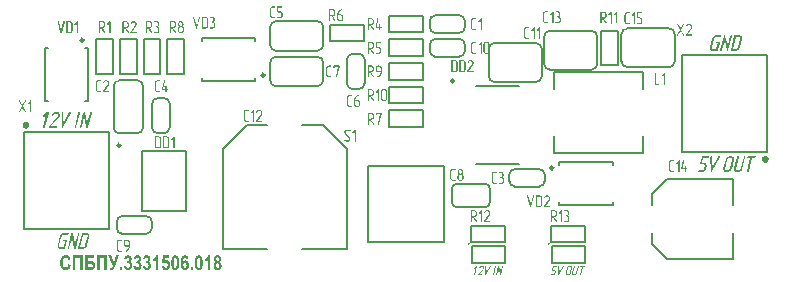
<source format=gto>
G04*
G04 #@! TF.GenerationSoftware,Altium Limited,Altium Designer,19.1.6 (110)*
G04*
G04 Layer_Color=65535*
%FSLAX43Y43*%
%MOMM*%
G71*
G01*
G75*
%ADD10C,0.200*%
%ADD11C,0.250*%
%ADD12C,0.600*%
G36*
X14823Y2441D02*
X14845Y2439D01*
X14871Y2433D01*
X14902Y2424D01*
X14934Y2409D01*
X14967Y2391D01*
X14997Y2365D01*
X15001Y2361D01*
X15010Y2350D01*
X15023Y2331D01*
X15039Y2307D01*
X15056Y2274D01*
X15073Y2233D01*
X15086Y2187D01*
X15097Y2131D01*
X14906Y2105D01*
Y2107D01*
Y2111D01*
X14904Y2118D01*
X14902Y2128D01*
X14897Y2150D01*
X14886Y2176D01*
X14873Y2200D01*
X14852Y2222D01*
X14840Y2231D01*
X14827Y2239D01*
X14810Y2242D01*
X14793Y2244D01*
X14791D01*
X14782Y2242D01*
X14771Y2241D01*
X14756Y2235D01*
X14740Y2228D01*
X14723Y2215D01*
X14704Y2198D01*
X14688Y2174D01*
X14686Y2170D01*
X14684Y2167D01*
X14680Y2159D01*
X14678Y2152D01*
X14673Y2141D01*
X14669Y2128D01*
X14665Y2113D01*
X14660Y2094D01*
X14656Y2074D01*
X14651Y2050D01*
X14647Y2024D01*
X14643Y1996D01*
X14640Y1965D01*
X14636Y1930D01*
X14634Y1891D01*
X14636Y1893D01*
X14641Y1900D01*
X14649Y1909D01*
X14658Y1920D01*
X14671Y1933D01*
X14684Y1946D01*
X14699Y1959D01*
X14715Y1970D01*
X14717Y1972D01*
X14723Y1974D01*
X14734Y1980D01*
X14745Y1985D01*
X14760Y1989D01*
X14778Y1994D01*
X14797Y1996D01*
X14817Y1998D01*
X14828D01*
X14838Y1996D01*
X14849Y1994D01*
X14860Y1992D01*
X14890Y1983D01*
X14921Y1970D01*
X14939Y1961D01*
X14956Y1950D01*
X14975Y1937D01*
X14991Y1922D01*
X15010Y1905D01*
X15027Y1885D01*
X15028Y1883D01*
X15030Y1880D01*
X15036Y1874D01*
X15041Y1865D01*
X15047Y1854D01*
X15056Y1841D01*
X15064Y1824D01*
X15073Y1805D01*
X15080Y1785D01*
X15089Y1763D01*
X15097Y1739D01*
X15102Y1713D01*
X15110Y1683D01*
X15114Y1654D01*
X15115Y1620D01*
X15117Y1587D01*
Y1585D01*
Y1578D01*
Y1568D01*
X15115Y1556D01*
X15114Y1539D01*
X15112Y1518D01*
X15110Y1498D01*
X15106Y1474D01*
X15093Y1426D01*
X15077Y1374D01*
X15065Y1348D01*
X15052Y1324D01*
X15038Y1300D01*
X15021Y1278D01*
X15019Y1276D01*
X15017Y1272D01*
X15012Y1267D01*
X15004Y1261D01*
X14995Y1252D01*
X14984Y1243D01*
X14956Y1222D01*
X14923Y1202D01*
X14882Y1183D01*
X14860Y1178D01*
X14836Y1172D01*
X14812Y1168D01*
X14786Y1167D01*
X14778D01*
X14771Y1168D01*
X14760D01*
X14747Y1170D01*
X14732Y1174D01*
X14697Y1185D01*
X14677Y1193D01*
X14656Y1202D01*
X14634Y1213D01*
X14614Y1228D01*
X14591Y1244D01*
X14571Y1263D01*
X14551Y1285D01*
X14530Y1311D01*
X14528Y1313D01*
X14527Y1318D01*
X14521Y1328D01*
X14515Y1339D01*
X14508Y1356D01*
X14499Y1376D01*
X14490Y1398D01*
X14480Y1426D01*
X14471Y1457D01*
X14462Y1494D01*
X14454Y1533D01*
X14445Y1578D01*
X14440Y1626D01*
X14434Y1678D01*
X14432Y1735D01*
X14430Y1796D01*
Y1798D01*
Y1800D01*
Y1811D01*
Y1830D01*
X14432Y1852D01*
X14434Y1881D01*
X14436Y1913D01*
X14440Y1948D01*
X14443Y1987D01*
X14456Y2068D01*
X14475Y2150D01*
X14486Y2189D01*
X14501Y2226D01*
X14515Y2261D01*
X14534Y2291D01*
X14536Y2292D01*
X14540Y2298D01*
X14545Y2305D01*
X14553Y2315D01*
X14564Y2326D01*
X14577Y2339D01*
X14591Y2352D01*
X14608Y2367D01*
X14627Y2381D01*
X14647Y2394D01*
X14693Y2418D01*
X14719Y2428D01*
X14745Y2437D01*
X14775Y2441D01*
X14804Y2442D01*
X14815D01*
X14823Y2441D01*
D02*
G37*
G36*
X4733Y2457D02*
X4748Y2455D01*
X4765Y2454D01*
X4783Y2450D01*
X4804Y2444D01*
X4850Y2429D01*
X4874Y2420D01*
X4898Y2409D01*
X4922Y2394D01*
X4946Y2378D01*
X4970Y2359D01*
X4992Y2339D01*
X4994D01*
X4996Y2335D01*
X5000Y2329D01*
X5005Y2324D01*
X5013Y2315D01*
X5020Y2304D01*
X5029Y2291D01*
X5039Y2276D01*
X5048Y2259D01*
X5059Y2242D01*
X5068Y2222D01*
X5079Y2200D01*
X5089Y2174D01*
X5098Y2148D01*
X5107Y2120D01*
X5115Y2091D01*
X4909Y2031D01*
Y2033D01*
X4907Y2035D01*
Y2041D01*
X4905Y2048D01*
X4900Y2067D01*
X4892Y2089D01*
X4881Y2115D01*
X4866Y2141D01*
X4850Y2165D01*
X4829Y2187D01*
X4828Y2189D01*
X4820Y2196D01*
X4807Y2205D01*
X4791Y2215D01*
X4770Y2226D01*
X4748Y2233D01*
X4722Y2241D01*
X4692Y2242D01*
X4681D01*
X4674Y2241D01*
X4654Y2237D01*
X4628Y2230D01*
X4598Y2218D01*
X4567Y2200D01*
X4552Y2189D01*
X4537Y2176D01*
X4522Y2161D01*
X4507Y2142D01*
Y2141D01*
X4504Y2139D01*
X4502Y2131D01*
X4496Y2124D01*
X4491Y2113D01*
X4485Y2100D01*
X4479Y2083D01*
X4472Y2065D01*
X4465Y2044D01*
X4459Y2020D01*
X4454Y1992D01*
X4448Y1963D01*
X4444Y1931D01*
X4441Y1896D01*
X4437Y1857D01*
Y1817D01*
Y1815D01*
Y1805D01*
Y1794D01*
X4439Y1778D01*
Y1759D01*
X4441Y1737D01*
X4442Y1713D01*
X4446Y1687D01*
X4454Y1631D01*
X4467Y1576D01*
X4474Y1550D01*
X4483Y1524D01*
X4494Y1502D01*
X4505Y1481D01*
Y1480D01*
X4509Y1478D01*
X4518Y1467D01*
X4533Y1450D01*
X4555Y1433D01*
X4581Y1415D01*
X4611Y1398D01*
X4648Y1387D01*
X4666Y1385D01*
X4687Y1383D01*
X4691D01*
X4700Y1385D01*
X4716Y1387D01*
X4735Y1391D01*
X4757Y1398D01*
X4781Y1409D01*
X4805Y1426D01*
X4828Y1446D01*
X4829Y1450D01*
X4837Y1459D01*
X4848Y1474D01*
X4861Y1496D01*
X4876Y1524D01*
X4889Y1559D01*
X4904Y1600D01*
X4915Y1650D01*
X5116Y1572D01*
Y1570D01*
X5115Y1563D01*
X5111Y1552D01*
X5107Y1537D01*
X5102Y1520D01*
X5096Y1500D01*
X5089Y1478D01*
X5079Y1454D01*
X5057Y1404D01*
X5029Y1352D01*
X4998Y1304D01*
X4979Y1283D01*
X4959Y1263D01*
X4957Y1261D01*
X4953Y1259D01*
X4948Y1254D01*
X4939Y1248D01*
X4929Y1241D01*
X4916Y1233D01*
X4902Y1224D01*
X4885Y1215D01*
X4866Y1206D01*
X4846Y1196D01*
X4800Y1181D01*
X4748Y1170D01*
X4720Y1168D01*
X4691Y1167D01*
X4681D01*
X4672Y1168D01*
X4657D01*
X4641Y1172D01*
X4620Y1174D01*
X4598Y1180D01*
X4574Y1185D01*
X4548Y1194D01*
X4522Y1204D01*
X4496Y1217D01*
X4468Y1231D01*
X4441Y1250D01*
X4415Y1270D01*
X4389Y1293D01*
X4365Y1320D01*
X4363Y1322D01*
X4359Y1328D01*
X4352Y1339D01*
X4342Y1354D01*
X4331Y1370D01*
X4320Y1393D01*
X4307Y1418D01*
X4294Y1448D01*
X4280Y1480D01*
X4267Y1517D01*
X4255Y1556D01*
X4244Y1598D01*
X4235Y1644D01*
X4228Y1694D01*
X4224Y1746D01*
X4222Y1802D01*
Y1804D01*
Y1805D01*
Y1817D01*
X4224Y1833D01*
Y1854D01*
X4226Y1881D01*
X4229Y1913D01*
X4235Y1946D01*
X4241Y1983D01*
X4248Y2024D01*
X4257Y2065D01*
X4268Y2105D01*
X4283Y2148D01*
X4300Y2189D01*
X4318Y2228D01*
X4341Y2267D01*
X4367Y2302D01*
X4368Y2304D01*
X4372Y2309D01*
X4379Y2317D01*
X4389Y2326D01*
X4402Y2339D01*
X4417Y2352D01*
X4435Y2367D01*
X4455Y2381D01*
X4478Y2394D01*
X4504Y2409D01*
X4531Y2422D01*
X4561Y2435D01*
X4594Y2444D01*
X4628Y2452D01*
X4665Y2457D01*
X4704Y2459D01*
X4720D01*
X4733Y2457D01*
D02*
G37*
G36*
X8836Y1487D02*
Y1485D01*
X8833Y1480D01*
X8831Y1470D01*
X8825Y1459D01*
X8820Y1444D01*
X8812Y1428D01*
X8798Y1391D01*
X8777Y1350D01*
X8757Y1311D01*
X8735Y1274D01*
X8723Y1257D01*
X8712Y1243D01*
X8711Y1239D01*
X8701Y1231D01*
X8688Y1220D01*
X8672Y1207D01*
X8651Y1194D01*
X8627Y1183D01*
X8599Y1176D01*
X8568Y1172D01*
X8540D01*
X8520Y1174D01*
X8498Y1176D01*
X8474Y1178D01*
X8425Y1187D01*
Y1374D01*
X8453D01*
X8479Y1372D01*
X8514D01*
X8527Y1374D01*
X8544Y1376D01*
X8561Y1380D01*
X8577Y1385D01*
X8594Y1393D01*
X8607Y1402D01*
X8609Y1404D01*
X8612Y1409D01*
X8618Y1417D01*
X8627Y1431D01*
X8636Y1450D01*
X8646Y1472D01*
X8657Y1502D01*
X8668Y1539D01*
X8290Y2439D01*
X8522D01*
X8761Y1789D01*
X8968Y2439D01*
X9183D01*
X8836Y1487D01*
D02*
G37*
G36*
X11586Y2441D02*
X11597Y2439D01*
X11610Y2437D01*
X11644Y2429D01*
X11679Y2418D01*
X11716Y2400D01*
X11734Y2389D01*
X11753Y2376D01*
X11769Y2361D01*
X11786Y2342D01*
X11788Y2341D01*
X11790Y2339D01*
X11794Y2333D01*
X11799Y2326D01*
X11805Y2317D01*
X11812Y2305D01*
X11829Y2278D01*
X11844Y2244D01*
X11856Y2207D01*
X11866Y2167D01*
X11869Y2144D01*
Y2122D01*
Y2118D01*
Y2109D01*
X11868Y2092D01*
X11864Y2074D01*
X11860Y2050D01*
X11853Y2026D01*
X11844Y2000D01*
X11831Y1974D01*
X11829Y1970D01*
X11823Y1963D01*
X11816Y1952D01*
X11803Y1935D01*
X11788Y1918D01*
X11768Y1898D01*
X11745Y1878D01*
X11719Y1859D01*
X11721D01*
X11723Y1857D01*
X11734Y1854D01*
X11749Y1848D01*
X11769Y1839D01*
X11792Y1824D01*
X11814Y1807D01*
X11836Y1785D01*
X11858Y1757D01*
X11860Y1754D01*
X11868Y1743D01*
X11877Y1726D01*
X11886Y1704D01*
X11897Y1676D01*
X11905Y1643D01*
X11912Y1604D01*
X11914Y1561D01*
Y1559D01*
Y1554D01*
Y1544D01*
X11912Y1533D01*
X11910Y1518D01*
X11908Y1502D01*
X11905Y1483D01*
X11901Y1461D01*
X11888Y1417D01*
X11869Y1370D01*
X11858Y1346D01*
X11845Y1322D01*
X11829Y1300D01*
X11810Y1278D01*
X11808Y1276D01*
X11806Y1272D01*
X11799Y1267D01*
X11792Y1261D01*
X11782Y1252D01*
X11771Y1243D01*
X11742Y1222D01*
X11707Y1202D01*
X11666Y1183D01*
X11642Y1178D01*
X11618Y1172D01*
X11594Y1168D01*
X11568Y1167D01*
X11555D01*
X11545Y1168D01*
X11534Y1170D01*
X11519Y1172D01*
X11488Y1178D01*
X11453Y1189D01*
X11414Y1207D01*
X11394Y1217D01*
X11375Y1230D01*
X11357Y1244D01*
X11338Y1261D01*
X11336Y1263D01*
X11334Y1265D01*
X11329Y1270D01*
X11323Y1278D01*
X11316Y1289D01*
X11308Y1300D01*
X11299Y1313D01*
X11290Y1330D01*
X11281Y1346D01*
X11271Y1367D01*
X11262Y1387D01*
X11253Y1411D01*
X11240Y1461D01*
X11231Y1520D01*
X11421Y1548D01*
Y1546D01*
Y1544D01*
X11423Y1533D01*
X11425Y1518D01*
X11431Y1498D01*
X11436Y1476D01*
X11445Y1454D01*
X11457Y1431D01*
X11469Y1413D01*
X11471Y1411D01*
X11477Y1406D01*
X11486Y1398D01*
X11497Y1391D01*
X11510Y1381D01*
X11527Y1374D01*
X11545Y1368D01*
X11566Y1367D01*
X11577D01*
X11588Y1370D01*
X11601Y1374D01*
X11618Y1380D01*
X11636Y1389D01*
X11653Y1402D01*
X11669Y1420D01*
X11671Y1422D01*
X11677Y1431D01*
X11682Y1443D01*
X11692Y1461D01*
X11699Y1481D01*
X11705Y1509D01*
X11710Y1539D01*
X11712Y1574D01*
Y1576D01*
Y1578D01*
Y1589D01*
X11710Y1605D01*
X11707Y1626D01*
X11703Y1648D01*
X11695Y1672D01*
X11684Y1696D01*
X11671Y1717D01*
X11669Y1718D01*
X11664Y1726D01*
X11655Y1733D01*
X11644Y1744D01*
X11629Y1754D01*
X11612Y1763D01*
X11594Y1768D01*
X11573Y1770D01*
X11558D01*
X11549Y1768D01*
X11536Y1767D01*
X11519Y1763D01*
X11503Y1757D01*
X11484Y1752D01*
X11505Y1948D01*
X11518D01*
X11532Y1950D01*
X11549Y1952D01*
X11569Y1957D01*
X11590Y1963D01*
X11608Y1974D01*
X11627Y1987D01*
X11629Y1989D01*
X11634Y1994D01*
X11642Y2005D01*
X11649Y2018D01*
X11657Y2035D01*
X11664Y2055D01*
X11669Y2080D01*
X11671Y2107D01*
Y2111D01*
Y2118D01*
X11669Y2130D01*
X11668Y2144D01*
X11664Y2159D01*
X11657Y2176D01*
X11649Y2192D01*
X11638Y2207D01*
X11636Y2209D01*
X11632Y2213D01*
X11625Y2218D01*
X11616Y2226D01*
X11605Y2233D01*
X11590Y2239D01*
X11573Y2242D01*
X11555Y2244D01*
X11547D01*
X11536Y2242D01*
X11525Y2239D01*
X11512Y2233D01*
X11497Y2226D01*
X11482Y2217D01*
X11468Y2202D01*
X11466Y2200D01*
X11462Y2194D01*
X11457Y2183D01*
X11449Y2170D01*
X11442Y2154D01*
X11434Y2131D01*
X11429Y2107D01*
X11425Y2078D01*
X11244Y2115D01*
Y2117D01*
X11245Y2122D01*
X11247Y2131D01*
X11249Y2142D01*
X11253Y2157D01*
X11257Y2172D01*
X11268Y2209D01*
X11282Y2250D01*
X11301Y2291D01*
X11325Y2329D01*
X11338Y2348D01*
X11353Y2363D01*
X11355Y2365D01*
X11357Y2367D01*
X11368Y2376D01*
X11386Y2389D01*
X11410Y2404D01*
X11440Y2417D01*
X11477Y2429D01*
X11518Y2439D01*
X11540Y2442D01*
X11575D01*
X11586Y2441D01*
D02*
G37*
G36*
X10788Y2441D02*
X10799Y2439D01*
X10812Y2437D01*
X10845Y2429D01*
X10881Y2418D01*
X10918Y2400D01*
X10936Y2389D01*
X10955Y2376D01*
X10971Y2361D01*
X10988Y2342D01*
X10990Y2341D01*
X10992Y2339D01*
X10995Y2333D01*
X11001Y2326D01*
X11007Y2317D01*
X11014Y2305D01*
X11031Y2278D01*
X11045Y2244D01*
X11058Y2207D01*
X11068Y2167D01*
X11071Y2144D01*
Y2122D01*
Y2118D01*
Y2109D01*
X11070Y2092D01*
X11066Y2074D01*
X11062Y2050D01*
X11055Y2026D01*
X11045Y2000D01*
X11033Y1974D01*
X11031Y1970D01*
X11025Y1963D01*
X11018Y1952D01*
X11005Y1935D01*
X10990Y1918D01*
X10970Y1898D01*
X10947Y1878D01*
X10921Y1859D01*
X10923D01*
X10925Y1857D01*
X10936Y1854D01*
X10951Y1848D01*
X10971Y1839D01*
X10994Y1824D01*
X11016Y1807D01*
X11038Y1785D01*
X11060Y1757D01*
X11062Y1754D01*
X11070Y1743D01*
X11079Y1726D01*
X11088Y1704D01*
X11099Y1676D01*
X11107Y1643D01*
X11114Y1604D01*
X11116Y1561D01*
Y1559D01*
Y1554D01*
Y1544D01*
X11114Y1533D01*
X11112Y1518D01*
X11110Y1502D01*
X11107Y1483D01*
X11103Y1461D01*
X11090Y1417D01*
X11071Y1370D01*
X11060Y1346D01*
X11047Y1322D01*
X11031Y1300D01*
X11012Y1278D01*
X11010Y1276D01*
X11008Y1272D01*
X11001Y1267D01*
X10994Y1261D01*
X10984Y1252D01*
X10973Y1243D01*
X10944Y1222D01*
X10908Y1202D01*
X10868Y1183D01*
X10844Y1178D01*
X10820Y1172D01*
X10795Y1168D01*
X10770Y1167D01*
X10757D01*
X10747Y1168D01*
X10736Y1170D01*
X10721Y1172D01*
X10690Y1178D01*
X10655Y1189D01*
X10616Y1207D01*
X10596Y1217D01*
X10577Y1230D01*
X10558Y1244D01*
X10540Y1261D01*
X10538Y1263D01*
X10536Y1265D01*
X10531Y1270D01*
X10525Y1278D01*
X10518Y1289D01*
X10510Y1300D01*
X10501Y1313D01*
X10492Y1330D01*
X10483Y1346D01*
X10473Y1367D01*
X10464Y1387D01*
X10455Y1411D01*
X10442Y1461D01*
X10433Y1520D01*
X10623Y1548D01*
Y1546D01*
Y1544D01*
X10625Y1533D01*
X10627Y1518D01*
X10633Y1498D01*
X10638Y1476D01*
X10647Y1454D01*
X10658Y1431D01*
X10671Y1413D01*
X10673Y1411D01*
X10679Y1406D01*
X10688Y1398D01*
X10699Y1391D01*
X10712Y1381D01*
X10729Y1374D01*
X10747Y1368D01*
X10768Y1367D01*
X10779D01*
X10790Y1370D01*
X10803Y1374D01*
X10820Y1380D01*
X10838Y1389D01*
X10855Y1402D01*
X10871Y1420D01*
X10873Y1422D01*
X10879Y1431D01*
X10884Y1443D01*
X10894Y1461D01*
X10901Y1481D01*
X10907Y1509D01*
X10912Y1539D01*
X10914Y1574D01*
Y1576D01*
Y1578D01*
Y1589D01*
X10912Y1605D01*
X10908Y1626D01*
X10905Y1648D01*
X10897Y1672D01*
X10886Y1696D01*
X10873Y1717D01*
X10871Y1718D01*
X10866Y1726D01*
X10857Y1733D01*
X10845Y1744D01*
X10831Y1754D01*
X10814Y1763D01*
X10795Y1768D01*
X10775Y1770D01*
X10760D01*
X10751Y1768D01*
X10738Y1767D01*
X10721Y1763D01*
X10705Y1757D01*
X10686Y1752D01*
X10707Y1948D01*
X10720D01*
X10734Y1950D01*
X10751Y1952D01*
X10771Y1957D01*
X10792Y1963D01*
X10810Y1974D01*
X10829Y1987D01*
X10831Y1989D01*
X10836Y1994D01*
X10844Y2005D01*
X10851Y2018D01*
X10858Y2035D01*
X10866Y2055D01*
X10871Y2080D01*
X10873Y2107D01*
Y2111D01*
Y2118D01*
X10871Y2130D01*
X10870Y2144D01*
X10866Y2159D01*
X10858Y2176D01*
X10851Y2192D01*
X10840Y2207D01*
X10838Y2209D01*
X10834Y2213D01*
X10827Y2218D01*
X10818Y2226D01*
X10807Y2233D01*
X10792Y2239D01*
X10775Y2242D01*
X10757Y2244D01*
X10749D01*
X10738Y2242D01*
X10727Y2239D01*
X10714Y2233D01*
X10699Y2226D01*
X10684Y2217D01*
X10670Y2202D01*
X10668Y2200D01*
X10664Y2194D01*
X10658Y2183D01*
X10651Y2170D01*
X10644Y2154D01*
X10636Y2131D01*
X10631Y2107D01*
X10627Y2078D01*
X10446Y2115D01*
Y2117D01*
X10447Y2122D01*
X10449Y2131D01*
X10451Y2142D01*
X10455Y2157D01*
X10458Y2172D01*
X10470Y2209D01*
X10484Y2250D01*
X10503Y2291D01*
X10527Y2329D01*
X10540Y2348D01*
X10555Y2363D01*
X10557Y2365D01*
X10558Y2367D01*
X10570Y2376D01*
X10588Y2389D01*
X10612Y2404D01*
X10642Y2417D01*
X10679Y2429D01*
X10720Y2439D01*
X10742Y2442D01*
X10777D01*
X10788Y2441D01*
D02*
G37*
G36*
X9990D02*
X10001Y2439D01*
X10014Y2437D01*
X10047Y2429D01*
X10083Y2418D01*
X10120Y2400D01*
X10138Y2389D01*
X10157Y2376D01*
X10173Y2361D01*
X10190Y2342D01*
X10192Y2341D01*
X10194Y2339D01*
X10197Y2333D01*
X10203Y2326D01*
X10209Y2317D01*
X10216Y2305D01*
X10233Y2278D01*
X10247Y2244D01*
X10260Y2207D01*
X10270Y2167D01*
X10273Y2144D01*
Y2122D01*
Y2118D01*
Y2109D01*
X10271Y2092D01*
X10268Y2074D01*
X10264Y2050D01*
X10257Y2026D01*
X10247Y2000D01*
X10234Y1974D01*
X10233Y1970D01*
X10227Y1963D01*
X10220Y1952D01*
X10207Y1935D01*
X10192Y1918D01*
X10171Y1898D01*
X10149Y1878D01*
X10123Y1859D01*
X10125D01*
X10127Y1857D01*
X10138Y1854D01*
X10153Y1848D01*
X10173Y1839D01*
X10196Y1824D01*
X10218Y1807D01*
X10240Y1785D01*
X10262Y1757D01*
X10264Y1754D01*
X10271Y1743D01*
X10281Y1726D01*
X10290Y1704D01*
X10301Y1676D01*
X10309Y1643D01*
X10316Y1604D01*
X10318Y1561D01*
Y1559D01*
Y1554D01*
Y1544D01*
X10316Y1533D01*
X10314Y1518D01*
X10312Y1502D01*
X10309Y1483D01*
X10305Y1461D01*
X10292Y1417D01*
X10273Y1370D01*
X10262Y1346D01*
X10249Y1322D01*
X10233Y1300D01*
X10214Y1278D01*
X10212Y1276D01*
X10210Y1272D01*
X10203Y1267D01*
X10196Y1261D01*
X10186Y1252D01*
X10175Y1243D01*
X10146Y1222D01*
X10110Y1202D01*
X10070Y1183D01*
X10046Y1178D01*
X10021Y1172D01*
X9997Y1168D01*
X9972Y1167D01*
X9959D01*
X9949Y1168D01*
X9938Y1170D01*
X9923Y1172D01*
X9892Y1178D01*
X9857Y1189D01*
X9818Y1207D01*
X9797Y1217D01*
X9779Y1230D01*
X9760Y1244D01*
X9742Y1261D01*
X9740Y1263D01*
X9738Y1265D01*
X9733Y1270D01*
X9727Y1278D01*
X9720Y1289D01*
X9712Y1300D01*
X9703Y1313D01*
X9694Y1330D01*
X9684Y1346D01*
X9675Y1367D01*
X9666Y1387D01*
X9657Y1411D01*
X9644Y1461D01*
X9634Y1520D01*
X9825Y1548D01*
Y1546D01*
Y1544D01*
X9827Y1533D01*
X9829Y1518D01*
X9834Y1498D01*
X9840Y1476D01*
X9849Y1454D01*
X9860Y1431D01*
X9873Y1413D01*
X9875Y1411D01*
X9881Y1406D01*
X9890Y1398D01*
X9901Y1391D01*
X9914Y1381D01*
X9931Y1374D01*
X9949Y1368D01*
X9970Y1367D01*
X9981D01*
X9992Y1370D01*
X10005Y1374D01*
X10021Y1380D01*
X10040Y1389D01*
X10057Y1402D01*
X10073Y1420D01*
X10075Y1422D01*
X10081Y1431D01*
X10086Y1443D01*
X10096Y1461D01*
X10103Y1481D01*
X10109Y1509D01*
X10114Y1539D01*
X10116Y1574D01*
Y1576D01*
Y1578D01*
Y1589D01*
X10114Y1605D01*
X10110Y1626D01*
X10107Y1648D01*
X10099Y1672D01*
X10088Y1696D01*
X10075Y1717D01*
X10073Y1718D01*
X10068Y1726D01*
X10059Y1733D01*
X10047Y1744D01*
X10033Y1754D01*
X10016Y1763D01*
X9997Y1768D01*
X9977Y1770D01*
X9962D01*
X9953Y1768D01*
X9940Y1767D01*
X9923Y1763D01*
X9907Y1757D01*
X9888Y1752D01*
X9909Y1948D01*
X9922D01*
X9936Y1950D01*
X9953Y1952D01*
X9973Y1957D01*
X9994Y1963D01*
X10012Y1974D01*
X10031Y1987D01*
X10033Y1989D01*
X10038Y1994D01*
X10046Y2005D01*
X10053Y2018D01*
X10060Y2035D01*
X10068Y2055D01*
X10073Y2080D01*
X10075Y2107D01*
Y2111D01*
Y2118D01*
X10073Y2130D01*
X10071Y2144D01*
X10068Y2159D01*
X10060Y2176D01*
X10053Y2192D01*
X10042Y2207D01*
X10040Y2209D01*
X10036Y2213D01*
X10029Y2218D01*
X10020Y2226D01*
X10009Y2233D01*
X9994Y2239D01*
X9977Y2242D01*
X9959Y2244D01*
X9951D01*
X9940Y2242D01*
X9929Y2239D01*
X9916Y2233D01*
X9901Y2226D01*
X9886Y2217D01*
X9872Y2202D01*
X9870Y2200D01*
X9866Y2194D01*
X9860Y2183D01*
X9853Y2170D01*
X9846Y2154D01*
X9838Y2131D01*
X9833Y2107D01*
X9829Y2078D01*
X9647Y2115D01*
Y2117D01*
X9649Y2122D01*
X9651Y2131D01*
X9653Y2142D01*
X9657Y2157D01*
X9660Y2172D01*
X9672Y2209D01*
X9686Y2250D01*
X9705Y2291D01*
X9729Y2329D01*
X9742Y2348D01*
X9757Y2363D01*
X9759Y2365D01*
X9760Y2367D01*
X9772Y2376D01*
X9790Y2389D01*
X9814Y2404D01*
X9844Y2417D01*
X9881Y2429D01*
X9922Y2439D01*
X9944Y2442D01*
X9979D01*
X9990Y2441D01*
D02*
G37*
G36*
X13480Y2198D02*
X13110D01*
X13077Y1983D01*
X13080Y1985D01*
X13088Y1991D01*
X13101Y1996D01*
X13119Y2005D01*
X13140Y2013D01*
X13162Y2018D01*
X13186Y2024D01*
X13212Y2026D01*
X13223D01*
X13232Y2024D01*
X13243Y2022D01*
X13254Y2020D01*
X13284Y2015D01*
X13316Y2002D01*
X13351Y1985D01*
X13369Y1974D01*
X13386Y1961D01*
X13403Y1946D01*
X13419Y1930D01*
X13421Y1928D01*
X13425Y1924D01*
X13429Y1917D01*
X13436Y1907D01*
X13443Y1894D01*
X13453Y1880D01*
X13464Y1863D01*
X13473Y1844D01*
X13482Y1822D01*
X13493Y1798D01*
X13503Y1770D01*
X13510Y1743D01*
X13517Y1711D01*
X13523Y1680D01*
X13525Y1644D01*
X13527Y1607D01*
Y1605D01*
Y1600D01*
Y1591D01*
X13525Y1580D01*
Y1565D01*
X13521Y1548D01*
X13519Y1530D01*
X13516Y1507D01*
X13504Y1461D01*
X13488Y1409D01*
X13477Y1383D01*
X13466Y1357D01*
X13451Y1330D01*
X13434Y1304D01*
X13432Y1302D01*
X13430Y1298D01*
X13425Y1291D01*
X13417Y1281D01*
X13408Y1272D01*
X13397Y1261D01*
X13382Y1248D01*
X13367Y1235D01*
X13351Y1222D01*
X13330Y1209D01*
X13310Y1198D01*
X13286Y1189D01*
X13262Y1180D01*
X13234Y1172D01*
X13206Y1168D01*
X13175Y1167D01*
X13162D01*
X13153Y1168D01*
X13142D01*
X13127Y1172D01*
X13095Y1178D01*
X13060Y1189D01*
X13021Y1204D01*
X12984Y1226D01*
X12966Y1241D01*
X12947Y1256D01*
X12945Y1257D01*
X12943Y1259D01*
X12938Y1265D01*
X12932Y1272D01*
X12925Y1281D01*
X12917Y1293D01*
X12908Y1306D01*
X12899Y1320D01*
X12890Y1337D01*
X12880Y1357D01*
X12871Y1378D01*
X12862Y1400D01*
X12855Y1424D01*
X12847Y1452D01*
X12838Y1509D01*
X13034Y1535D01*
Y1531D01*
X13036Y1522D01*
X13040Y1506D01*
X13043Y1487D01*
X13049Y1467D01*
X13058Y1446D01*
X13069Y1424D01*
X13084Y1406D01*
X13086Y1404D01*
X13092Y1398D01*
X13101Y1391D01*
X13112Y1383D01*
X13125Y1374D01*
X13142Y1367D01*
X13158Y1361D01*
X13177Y1359D01*
X13179D01*
X13188Y1361D01*
X13199Y1363D01*
X13212Y1367D01*
X13229Y1374D01*
X13247Y1385D01*
X13264Y1398D01*
X13280Y1418D01*
X13282Y1422D01*
X13288Y1430D01*
X13295Y1444D01*
X13303Y1463D01*
X13310Y1489D01*
X13317Y1520D01*
X13323Y1559D01*
X13325Y1602D01*
Y1604D01*
Y1607D01*
Y1613D01*
Y1622D01*
X13323Y1643D01*
X13319Y1668D01*
X13314Y1696D01*
X13306Y1726D01*
X13295Y1752D01*
X13280Y1776D01*
X13279Y1778D01*
X13273Y1785D01*
X13264Y1794D01*
X13251Y1805D01*
X13236Y1815D01*
X13216Y1824D01*
X13195Y1831D01*
X13171Y1833D01*
X13167D01*
X13156Y1831D01*
X13142Y1828D01*
X13121Y1822D01*
X13097Y1811D01*
X13071Y1794D01*
X13058Y1785D01*
X13045Y1772D01*
X13032Y1759D01*
X13019Y1743D01*
X12860Y1770D01*
X12960Y2422D01*
X13480D01*
Y2198D01*
D02*
G37*
G36*
X16930Y1187D02*
X16732D01*
Y2092D01*
X16730Y2091D01*
X16726Y2087D01*
X16721Y2081D01*
X16712Y2072D01*
X16702Y2063D01*
X16689Y2050D01*
X16675Y2037D01*
X16658Y2024D01*
X16621Y1994D01*
X16578Y1963D01*
X16528Y1935D01*
X16476Y1911D01*
Y2130D01*
X16478D01*
X16480Y2131D01*
X16491Y2135D01*
X16506Y2144D01*
X16528Y2155D01*
X16554Y2172D01*
X16582Y2192D01*
X16613Y2217D01*
X16647Y2246D01*
X16649Y2248D01*
X16650Y2250D01*
X16662Y2261D01*
X16676Y2280D01*
X16695Y2304D01*
X16715Y2331D01*
X16736Y2365D01*
X16754Y2402D01*
X16769Y2442D01*
X16930D01*
Y1187D01*
D02*
G37*
G36*
X15465D02*
X15269D01*
Y1428D01*
X15465D01*
Y1187D01*
D02*
G37*
G36*
X12542D02*
X12343D01*
Y2092D01*
X12342Y2091D01*
X12338Y2087D01*
X12332Y2081D01*
X12323Y2072D01*
X12314Y2063D01*
X12301Y2050D01*
X12286Y2037D01*
X12269Y2024D01*
X12232Y1994D01*
X12190Y1963D01*
X12140Y1935D01*
X12088Y1911D01*
Y2130D01*
X12090D01*
X12092Y2131D01*
X12103Y2135D01*
X12118Y2144D01*
X12140Y2155D01*
X12166Y2172D01*
X12193Y2192D01*
X12225Y2217D01*
X12258Y2246D01*
X12260Y2248D01*
X12262Y2250D01*
X12273Y2261D01*
X12288Y2280D01*
X12306Y2304D01*
X12327Y2331D01*
X12347Y2365D01*
X12366Y2402D01*
X12381Y2442D01*
X12542D01*
Y1187D01*
D02*
G37*
G36*
X9481Y1187D02*
X9285D01*
Y1428D01*
X9481D01*
Y1187D01*
D02*
G37*
G36*
X8183D02*
X7975D01*
Y2228D01*
X7570D01*
Y1187D01*
X7363D01*
Y2439D01*
X8183D01*
Y1187D01*
D02*
G37*
G36*
X7103Y2228D02*
X6542D01*
Y1941D01*
X6851D01*
X6863Y1939D01*
X6876Y1937D01*
X6892Y1935D01*
X6929Y1928D01*
X6972Y1915D01*
X7014Y1896D01*
X7037Y1885D01*
X7057Y1872D01*
X7077Y1855D01*
X7096Y1837D01*
X7098Y1835D01*
X7100Y1831D01*
X7105Y1826D01*
X7111Y1818D01*
X7118Y1807D01*
X7126Y1794D01*
X7135Y1780D01*
X7144Y1763D01*
X7153Y1744D01*
X7163Y1724D01*
X7170Y1702D01*
X7177Y1678D01*
X7188Y1622D01*
X7190Y1593D01*
X7192Y1561D01*
Y1559D01*
Y1554D01*
Y1546D01*
X7190Y1537D01*
Y1524D01*
X7188Y1509D01*
X7185Y1491D01*
X7183Y1472D01*
X7172Y1431D01*
X7157Y1389D01*
X7138Y1344D01*
X7126Y1322D01*
X7111Y1300D01*
Y1298D01*
X7107Y1294D01*
X7101Y1289D01*
X7096Y1283D01*
X7087Y1274D01*
X7076Y1265D01*
X7061Y1254D01*
X7046Y1244D01*
X7027Y1233D01*
X7007Y1222D01*
X6985Y1213D01*
X6961Y1206D01*
X6933Y1198D01*
X6903Y1193D01*
X6870Y1189D01*
X6835Y1187D01*
X6335D01*
Y2439D01*
X7103D01*
Y2228D01*
D02*
G37*
G36*
X6116Y1187D02*
X5909D01*
Y2228D01*
X5503D01*
Y1187D01*
X5296D01*
Y2439D01*
X6116D01*
Y1187D01*
D02*
G37*
G36*
X17580Y2441D02*
X17593Y2439D01*
X17608Y2437D01*
X17641Y2431D01*
X17678Y2420D01*
X17715Y2404D01*
X17734Y2392D01*
X17752Y2379D01*
X17769Y2365D01*
X17784Y2348D01*
X17785Y2346D01*
X17787Y2344D01*
X17791Y2339D01*
X17797Y2331D01*
X17802Y2322D01*
X17810Y2311D01*
X17824Y2285D01*
X17837Y2252D01*
X17850Y2213D01*
X17860Y2170D01*
X17863Y2146D01*
Y2122D01*
Y2120D01*
Y2118D01*
Y2107D01*
X17861Y2091D01*
X17858Y2068D01*
X17854Y2044D01*
X17847Y2018D01*
X17837Y1991D01*
X17824Y1965D01*
X17823Y1961D01*
X17817Y1954D01*
X17810Y1942D01*
X17797Y1928D01*
X17782Y1911D01*
X17765Y1894D01*
X17743Y1878D01*
X17721Y1863D01*
X17723D01*
X17724Y1861D01*
X17736Y1855D01*
X17750Y1846D01*
X17771Y1831D01*
X17791Y1815D01*
X17813Y1794D01*
X17834Y1770D01*
X17852Y1743D01*
X17854Y1739D01*
X17860Y1730D01*
X17867Y1713D01*
X17874Y1691D01*
X17882Y1663D01*
X17889Y1631D01*
X17895Y1594D01*
X17897Y1554D01*
Y1552D01*
Y1548D01*
Y1543D01*
Y1533D01*
X17895Y1524D01*
Y1513D01*
X17891Y1485D01*
X17885Y1452D01*
X17878Y1418D01*
X17867Y1383D01*
X17852Y1348D01*
Y1346D01*
X17850Y1344D01*
X17845Y1333D01*
X17836Y1318D01*
X17821Y1298D01*
X17804Y1276D01*
X17784Y1254D01*
X17761Y1231D01*
X17734Y1213D01*
X17730Y1211D01*
X17721Y1206D01*
X17704Y1198D01*
X17684Y1191D01*
X17660Y1181D01*
X17630Y1174D01*
X17598Y1168D01*
X17563Y1167D01*
X17548D01*
X17539Y1168D01*
X17526Y1170D01*
X17511Y1172D01*
X17478Y1180D01*
X17439Y1191D01*
X17399Y1209D01*
X17378Y1222D01*
X17358Y1235D01*
X17337Y1250D01*
X17319Y1268D01*
X17317Y1270D01*
X17315Y1274D01*
X17310Y1280D01*
X17304Y1287D01*
X17297Y1298D01*
X17289Y1311D01*
X17280Y1326D01*
X17271Y1343D01*
X17261Y1361D01*
X17252Y1381D01*
X17245Y1406D01*
X17237Y1430D01*
X17226Y1485D01*
X17224Y1515D01*
X17223Y1546D01*
Y1548D01*
Y1552D01*
Y1557D01*
Y1565D01*
X17224Y1585D01*
X17228Y1613D01*
X17234Y1643D01*
X17241Y1674D01*
X17250Y1707D01*
X17265Y1739D01*
Y1741D01*
X17267Y1743D01*
X17273Y1752D01*
X17284Y1767D01*
X17299Y1785D01*
X17315Y1805D01*
X17337Y1826D01*
X17363Y1846D01*
X17393Y1863D01*
X17389Y1865D01*
X17382Y1870D01*
X17369Y1878D01*
X17352Y1889D01*
X17334Y1904D01*
X17317Y1922D01*
X17299Y1942D01*
X17284Y1965D01*
X17282Y1968D01*
X17278Y1976D01*
X17273Y1991D01*
X17267Y2009D01*
X17260Y2031D01*
X17254Y2057D01*
X17250Y2087D01*
X17249Y2120D01*
Y2122D01*
Y2128D01*
Y2135D01*
X17250Y2144D01*
Y2157D01*
X17252Y2172D01*
X17260Y2204D01*
X17269Y2242D01*
X17284Y2281D01*
X17304Y2318D01*
X17317Y2337D01*
X17332Y2354D01*
X17334Y2355D01*
X17336Y2357D01*
X17341Y2361D01*
X17347Y2368D01*
X17365Y2381D01*
X17391Y2398D01*
X17423Y2415D01*
X17461Y2429D01*
X17506Y2439D01*
X17530Y2441D01*
X17556Y2442D01*
X17571D01*
X17580Y2441D01*
D02*
G37*
G36*
X15982D02*
X15995Y2439D01*
X16010Y2435D01*
X16045Y2424D01*
X16063Y2417D01*
X16084Y2407D01*
X16102Y2396D01*
X16123Y2383D01*
X16143Y2367D01*
X16163Y2346D01*
X16182Y2326D01*
X16200Y2300D01*
X16202Y2298D01*
X16204Y2292D01*
X16210Y2285D01*
X16215Y2272D01*
X16223Y2255D01*
X16230Y2237D01*
X16238Y2213D01*
X16247Y2185D01*
X16256Y2152D01*
X16263Y2117D01*
X16271Y2076D01*
X16278Y2030D01*
X16284Y1981D01*
X16289Y1926D01*
X16291Y1868D01*
X16293Y1804D01*
Y1802D01*
Y1800D01*
Y1794D01*
Y1789D01*
Y1770D01*
X16291Y1746D01*
Y1717D01*
X16288Y1685D01*
X16286Y1648D01*
X16282Y1609D01*
X16271Y1528D01*
X16254Y1444D01*
X16243Y1406D01*
X16232Y1370D01*
X16217Y1337D01*
X16200Y1307D01*
X16199Y1306D01*
X16197Y1302D01*
X16191Y1294D01*
X16184Y1285D01*
X16175Y1274D01*
X16163Y1263D01*
X16136Y1237D01*
X16100Y1211D01*
X16060Y1189D01*
X16038Y1180D01*
X16013Y1172D01*
X15988Y1168D01*
X15960Y1167D01*
X15952D01*
X15945Y1168D01*
X15936D01*
X15923Y1170D01*
X15908Y1174D01*
X15873Y1183D01*
X15854Y1191D01*
X15834Y1200D01*
X15815Y1211D01*
X15795Y1226D01*
X15775Y1241D01*
X15754Y1259D01*
X15736Y1281D01*
X15717Y1306D01*
X15715Y1307D01*
X15714Y1313D01*
X15710Y1320D01*
X15702Y1333D01*
X15697Y1350D01*
X15689Y1368D01*
X15680Y1393D01*
X15673Y1420D01*
X15663Y1454D01*
X15656Y1489D01*
X15647Y1530D01*
X15641Y1576D01*
X15636Y1626D01*
X15630Y1681D01*
X15628Y1741D01*
X15626Y1805D01*
Y1807D01*
Y1809D01*
Y1815D01*
Y1820D01*
Y1839D01*
X15628Y1863D01*
X15630Y1891D01*
X15632Y1924D01*
X15634Y1961D01*
X15638Y2000D01*
X15649Y2081D01*
X15665Y2163D01*
X15675Y2202D01*
X15688Y2237D01*
X15701Y2270D01*
X15717Y2300D01*
X15719Y2302D01*
X15721Y2305D01*
X15726Y2313D01*
X15734Y2322D01*
X15743Y2333D01*
X15754Y2344D01*
X15782Y2372D01*
X15817Y2398D01*
X15858Y2420D01*
X15880Y2429D01*
X15904Y2437D01*
X15930Y2441D01*
X15958Y2442D01*
X15973D01*
X15982Y2441D01*
D02*
G37*
G36*
X13988D02*
X14001Y2439D01*
X14016Y2435D01*
X14051Y2424D01*
X14069Y2417D01*
X14090Y2407D01*
X14108Y2396D01*
X14128Y2383D01*
X14149Y2367D01*
X14169Y2346D01*
X14188Y2326D01*
X14206Y2300D01*
X14208Y2298D01*
X14210Y2292D01*
X14215Y2285D01*
X14221Y2272D01*
X14228Y2255D01*
X14236Y2237D01*
X14243Y2213D01*
X14253Y2185D01*
X14262Y2152D01*
X14269Y2117D01*
X14277Y2076D01*
X14284Y2030D01*
X14290Y1981D01*
X14295Y1926D01*
X14297Y1868D01*
X14299Y1804D01*
Y1802D01*
Y1800D01*
Y1794D01*
Y1789D01*
Y1770D01*
X14297Y1746D01*
Y1717D01*
X14293Y1685D01*
X14291Y1648D01*
X14288Y1609D01*
X14277Y1528D01*
X14260Y1444D01*
X14249Y1406D01*
X14238Y1370D01*
X14223Y1337D01*
X14206Y1307D01*
X14204Y1306D01*
X14203Y1302D01*
X14197Y1294D01*
X14190Y1285D01*
X14180Y1274D01*
X14169Y1263D01*
X14141Y1237D01*
X14106Y1211D01*
X14066Y1189D01*
X14043Y1180D01*
X14019Y1172D01*
X13993Y1168D01*
X13966Y1167D01*
X13958D01*
X13951Y1168D01*
X13941D01*
X13929Y1170D01*
X13914Y1174D01*
X13878Y1183D01*
X13860Y1191D01*
X13840Y1200D01*
X13821Y1211D01*
X13801Y1226D01*
X13780Y1241D01*
X13760Y1259D01*
X13741Y1281D01*
X13723Y1306D01*
X13721Y1307D01*
X13719Y1313D01*
X13716Y1320D01*
X13708Y1333D01*
X13703Y1350D01*
X13695Y1368D01*
X13686Y1393D01*
X13679Y1420D01*
X13669Y1454D01*
X13662Y1489D01*
X13653Y1530D01*
X13647Y1576D01*
X13641Y1626D01*
X13636Y1681D01*
X13634Y1741D01*
X13632Y1805D01*
Y1807D01*
Y1809D01*
Y1815D01*
Y1820D01*
Y1839D01*
X13634Y1863D01*
X13636Y1891D01*
X13638Y1924D01*
X13640Y1961D01*
X13643Y2000D01*
X13654Y2081D01*
X13671Y2163D01*
X13680Y2202D01*
X13693Y2237D01*
X13706Y2270D01*
X13723Y2300D01*
X13725Y2302D01*
X13727Y2305D01*
X13732Y2313D01*
X13740Y2322D01*
X13749Y2333D01*
X13760Y2344D01*
X13788Y2372D01*
X13823Y2398D01*
X13864Y2420D01*
X13886Y2429D01*
X13910Y2437D01*
X13936Y2441D01*
X13964Y2442D01*
X13978D01*
X13988Y2441D01*
D02*
G37*
G36*
X60029Y10820D02*
X60037D01*
X60054Y10813D01*
X60063Y10807D01*
X60070Y10800D01*
X60072Y10798D01*
X60076Y10791D01*
X60079Y10780D01*
X60081Y10767D01*
Y10765D01*
Y10761D01*
X60079Y10750D01*
X60074Y10735D01*
X59448Y9533D01*
X59446Y9531D01*
X59442Y9526D01*
X59437Y9517D01*
X59428Y9507D01*
X59417Y9496D01*
X59402Y9489D01*
X59387Y9481D01*
X59368Y9480D01*
X59367D01*
X59359Y9481D01*
X59350Y9483D01*
X59339Y9487D01*
X59328Y9494D01*
X59318Y9506D01*
X59311Y9520D01*
X59309Y9541D01*
X59283Y10742D01*
X59285Y10759D01*
Y10761D01*
X59287Y10763D01*
X59291Y10774D01*
X59300Y10787D01*
X59315Y10802D01*
X59317Y10804D01*
X59318Y10805D01*
X59324Y10809D01*
X59331Y10813D01*
X59350Y10818D01*
X59359Y10822D01*
X59374D01*
X59383Y10820D01*
X59394Y10817D01*
X59405Y10809D01*
X59409Y10807D01*
X59415Y10800D01*
X59422Y10789D01*
X59426Y10780D01*
X59430Y10768D01*
X59450Y9828D01*
X59944Y10774D01*
X59946Y10778D01*
X59950Y10785D01*
X59959Y10794D01*
X59970Y10805D01*
X59972D01*
X59974Y10807D01*
X59983Y10813D01*
X60000Y10818D01*
X60018Y10822D01*
X60024D01*
X60029Y10820D01*
D02*
G37*
G36*
X62188Y10822D02*
X62205Y10815D01*
X62213Y10811D01*
X62220Y10804D01*
X62222Y10802D01*
X62227Y10794D01*
X62231Y10783D01*
X62233Y10770D01*
Y10768D01*
Y10765D01*
X62231Y10752D01*
X61987Y9774D01*
Y9772D01*
X61985Y9768D01*
X61983Y9763D01*
X61981Y9754D01*
X61977Y9744D01*
X61972Y9731D01*
X61959Y9704D01*
X61940Y9670D01*
X61916Y9635D01*
X61885Y9600D01*
X61868Y9583D01*
X61848Y9567D01*
X61846D01*
X61842Y9563D01*
X61837Y9559D01*
X61829Y9554D01*
X61818Y9546D01*
X61807Y9539D01*
X61777Y9524D01*
X61742Y9507D01*
X61703Y9493D01*
X61659Y9483D01*
X61637Y9481D01*
X61613Y9480D01*
X61509D01*
X61500Y9481D01*
X61477Y9485D01*
X61452Y9491D01*
X61420Y9502D01*
X61387Y9517D01*
X61355Y9539D01*
X61340Y9554D01*
X61326Y9569D01*
X61324Y9572D01*
X61318Y9580D01*
X61309Y9593D01*
X61302Y9609D01*
X61292Y9630D01*
X61283Y9654D01*
X61277Y9680D01*
X61276Y9709D01*
Y9711D01*
Y9715D01*
Y9722D01*
X61277Y9731D01*
X61279Y9756D01*
X61285Y9781D01*
X61529Y10759D01*
Y10761D01*
X61531Y10763D01*
X61535Y10772D01*
X61544Y10787D01*
X61559Y10802D01*
X61561Y10804D01*
X61563Y10805D01*
X61576Y10813D01*
X61592Y10820D01*
X61602Y10824D01*
X61618D01*
X61629Y10822D01*
X61644Y10815D01*
X61652Y10811D01*
X61659Y10804D01*
X61663Y10800D01*
X61668Y10789D01*
X61674Y10774D01*
Y10763D01*
X61672Y10752D01*
X61427Y9774D01*
Y9770D01*
X61426Y9763D01*
X61424Y9750D01*
Y9735D01*
X61426Y9717D01*
X61427Y9698D01*
X61435Y9678D01*
X61446Y9659D01*
X61448Y9657D01*
X61453Y9652D01*
X61461Y9644D01*
X61472Y9637D01*
X61487Y9628D01*
X61502Y9620D01*
X61522Y9615D01*
X61542Y9613D01*
X61646D01*
X61659Y9615D01*
X61676Y9619D01*
X61696Y9624D01*
X61716Y9633D01*
X61740Y9644D01*
X61763Y9661D01*
X61766Y9663D01*
X61774Y9670D01*
X61783Y9680D01*
X61796Y9694D01*
X61811Y9711D01*
X61824Y9731D01*
X61837Y9756D01*
X61846Y9781D01*
X62088Y10759D01*
Y10761D01*
X62090Y10763D01*
X62094Y10772D01*
X62103Y10787D01*
X62118Y10802D01*
X62120Y10804D01*
X62122Y10805D01*
X62135Y10813D01*
X62151Y10820D01*
X62161Y10824D01*
X62177D01*
X62188Y10822D01*
D02*
G37*
G36*
X63057D02*
X63064Y10820D01*
X63081Y10815D01*
X63088Y10807D01*
X63096Y10800D01*
X63098Y10796D01*
X63103Y10789D01*
X63107Y10778D01*
X63109Y10765D01*
Y10761D01*
X63107Y10752D01*
Y10750D01*
X63105Y10748D01*
X63101Y10739D01*
X63092Y10724D01*
X63079Y10709D01*
X63077D01*
X63075Y10705D01*
X63064Y10700D01*
X63046Y10692D01*
X63035Y10691D01*
X63024Y10689D01*
X62811D01*
X62524Y9543D01*
Y9541D01*
X62522Y9537D01*
X62518Y9526D01*
X62509Y9511D01*
X62494Y9496D01*
X62492D01*
X62490Y9494D01*
X62479Y9489D01*
X62461Y9481D01*
X62440Y9480D01*
X62438D01*
X62429Y9481D01*
X62414Y9487D01*
X62394Y9496D01*
X62392Y9498D01*
X62387Y9506D01*
X62379Y9517D01*
X62377Y9530D01*
Y9531D01*
Y9535D01*
X62379Y9543D01*
X62381Y9550D01*
X62666Y10689D01*
X62459D01*
X62451Y10691D01*
X62444Y10692D01*
X62427Y10700D01*
X62418Y10705D01*
X62411Y10713D01*
Y10715D01*
X62409Y10717D01*
X62405Y10728D01*
X62401Y10742D01*
X62403Y10759D01*
X62405Y10761D01*
X62409Y10770D01*
X62416Y10781D01*
X62429Y10798D01*
X62431Y10800D01*
X62433Y10802D01*
X62438Y10805D01*
X62444Y10811D01*
X62463Y10820D01*
X62474Y10822D01*
X62487Y10824D01*
X63051D01*
X63057Y10822D01*
D02*
G37*
G36*
X61057D02*
X61068D01*
X61081Y10818D01*
X61109Y10813D01*
X61140Y10802D01*
X61174Y10785D01*
X61190Y10774D01*
X61207Y10763D01*
X61222Y10748D01*
X61235Y10731D01*
X61237Y10729D01*
X61242Y10720D01*
X61250Y10709D01*
X61259Y10692D01*
X61266Y10672D01*
X61274Y10648D01*
X61279Y10622D01*
X61281Y10592D01*
Y10591D01*
Y10587D01*
Y10580D01*
X61279Y10570D01*
Y10559D01*
X61277Y10548D01*
X61272Y10518D01*
X61085Y9774D01*
Y9772D01*
X61083Y9768D01*
X61081Y9763D01*
X61079Y9754D01*
X61076Y9744D01*
X61070Y9731D01*
X61057Y9704D01*
X61039Y9670D01*
X61015Y9635D01*
X60983Y9600D01*
X60966Y9583D01*
X60946Y9567D01*
X60944D01*
X60940Y9563D01*
X60935Y9559D01*
X60928Y9554D01*
X60916Y9546D01*
X60905Y9539D01*
X60876Y9524D01*
X60840Y9507D01*
X60802Y9493D01*
X60757Y9483D01*
X60735Y9481D01*
X60711Y9480D01*
X60607D01*
X60598Y9481D01*
X60576Y9485D01*
X60550Y9491D01*
X60518Y9502D01*
X60485Y9517D01*
X60453Y9539D01*
X60439Y9554D01*
X60424Y9569D01*
X60422Y9572D01*
X60416Y9580D01*
X60407Y9593D01*
X60400Y9609D01*
X60391Y9630D01*
X60381Y9654D01*
X60376Y9680D01*
X60374Y9709D01*
Y9711D01*
Y9715D01*
Y9722D01*
X60376Y9731D01*
X60378Y9756D01*
X60383Y9781D01*
X60570Y10528D01*
Y10530D01*
X60572Y10533D01*
X60574Y10539D01*
X60576Y10548D01*
X60579Y10557D01*
X60585Y10570D01*
X60598Y10598D01*
X60616Y10631D01*
X60640Y10665D01*
X60670Y10700D01*
X60687Y10718D01*
X60707Y10735D01*
X60709Y10737D01*
X60713Y10739D01*
X60718Y10742D01*
X60726Y10750D01*
X60737Y10755D01*
X60748Y10763D01*
X60778Y10780D01*
X60813Y10796D01*
X60853Y10811D01*
X60898Y10820D01*
X60920Y10822D01*
X60944Y10824D01*
X61050D01*
X61057Y10822D01*
D02*
G37*
G36*
X59113D02*
X59120Y10820D01*
X59137Y10813D01*
X59144Y10807D01*
X59152Y10798D01*
X59154Y10796D01*
X59157Y10789D01*
X59161Y10778D01*
X59163Y10765D01*
Y10761D01*
Y10752D01*
Y10750D01*
X59161Y10748D01*
X59157Y10739D01*
X59148Y10724D01*
X59135Y10709D01*
X59133D01*
X59131Y10705D01*
X59120Y10700D01*
X59102Y10692D01*
X59091Y10691D01*
X59080Y10689D01*
X58681D01*
X58574Y10263D01*
X58743D01*
X58752Y10261D01*
X58761D01*
X58774Y10257D01*
X58804Y10252D01*
X58835Y10241D01*
X58867Y10224D01*
X58883Y10215D01*
X58898Y10202D01*
X58913Y10189D01*
X58926Y10172D01*
Y10170D01*
X58930Y10168D01*
X58931Y10163D01*
X58937Y10157D01*
X58946Y10137D01*
X58955Y10113D01*
X58965Y10081D01*
X58970Y10046D01*
Y10005D01*
X58968Y9983D01*
X58963Y9961D01*
X58917Y9774D01*
Y9772D01*
X58915Y9768D01*
X58913Y9763D01*
X58911Y9754D01*
X58907Y9744D01*
X58902Y9731D01*
X58889Y9704D01*
X58870Y9670D01*
X58846Y9635D01*
X58815Y9600D01*
X58798Y9583D01*
X58778Y9567D01*
X58776D01*
X58772Y9563D01*
X58767Y9559D01*
X58759Y9554D01*
X58748Y9546D01*
X58737Y9539D01*
X58707Y9524D01*
X58672Y9507D01*
X58633Y9493D01*
X58591Y9483D01*
X58567Y9481D01*
X58544Y9480D01*
X58306D01*
X58298Y9481D01*
X58291Y9483D01*
X58274Y9489D01*
X58265Y9494D01*
X58257Y9502D01*
X58256Y9504D01*
X58254Y9511D01*
X58250Y9522D01*
X58248Y9533D01*
Y9535D01*
Y9539D01*
X58252Y9550D01*
X58254Y9552D01*
X58256Y9561D01*
X58263Y9572D01*
X58276Y9589D01*
X58278Y9591D01*
X58280Y9593D01*
X58285Y9596D01*
X58291Y9602D01*
X58309Y9609D01*
X58320Y9611D01*
X58333Y9613D01*
X58580D01*
X58593Y9615D01*
X58609Y9619D01*
X58630Y9624D01*
X58650Y9633D01*
X58674Y9644D01*
X58696Y9661D01*
X58698Y9663D01*
X58706Y9670D01*
X58717Y9681D01*
X58730Y9694D01*
X58743Y9713D01*
X58756Y9733D01*
X58767Y9757D01*
X58776Y9783D01*
X58822Y9968D01*
Y9972D01*
X58824Y9980D01*
X58826Y9993D01*
Y10009D01*
Y10028D01*
X58822Y10046D01*
X58815Y10065D01*
X58804Y10083D01*
X58802Y10085D01*
X58798Y10091D01*
X58791Y10098D01*
X58780Y10107D01*
X58765Y10115D01*
X58750Y10122D01*
X58730Y10128D01*
X58707Y10130D01*
X58468D01*
X58461Y10131D01*
X58450Y10133D01*
X58437Y10139D01*
X58424Y10146D01*
X58417Y10159D01*
X58411Y10176D01*
X58413Y10187D01*
X58415Y10200D01*
X58554Y10759D01*
Y10763D01*
X58557Y10770D01*
X58563Y10780D01*
X58570Y10792D01*
X58581Y10804D01*
X58596Y10815D01*
X58615Y10822D01*
X58637Y10824D01*
X59107D01*
X59113Y10822D01*
D02*
G37*
G36*
X61068Y21072D02*
X61083Y21067D01*
X61098Y21055D01*
X61100Y21054D01*
X61105Y21046D01*
X61111Y21035D01*
X61113Y21020D01*
Y21018D01*
Y21015D01*
X61111Y21002D01*
X60807Y19791D01*
Y19789D01*
X60802Y19780D01*
X60794Y19767D01*
X60787Y19759D01*
X60779Y19750D01*
X60778D01*
X60774Y19746D01*
X60768Y19744D01*
X60763Y19741D01*
X60744Y19733D01*
X60733Y19731D01*
X60722Y19730D01*
X60685Y19739D01*
X60665Y19770D01*
X60472Y20683D01*
X60248Y19793D01*
Y19791D01*
X60246Y19787D01*
X60242Y19776D01*
X60233Y19761D01*
X60218Y19746D01*
X60217D01*
X60215Y19744D01*
X60204Y19739D01*
X60185Y19731D01*
X60165Y19730D01*
X60163D01*
X60154Y19731D01*
X60139Y19737D01*
X60118Y19746D01*
X60117Y19748D01*
X60111Y19756D01*
X60105Y19767D01*
X60104Y19780D01*
Y19781D01*
Y19785D01*
X60105Y19793D01*
X60107Y19800D01*
X60409Y21011D01*
Y21013D01*
X60411Y21015D01*
X60415Y21024D01*
X60424Y21037D01*
X60437Y21052D01*
X60439Y21054D01*
X60441Y21055D01*
X60454Y21063D01*
X60470Y21070D01*
X60479Y21074D01*
X60494D01*
X60502Y21072D01*
X60515Y21070D01*
X60528Y21063D01*
X60531Y21061D01*
X60537Y21055D01*
X60546Y21044D01*
X60552Y21029D01*
X60744Y20118D01*
X60968Y21009D01*
Y21011D01*
X60970Y21013D01*
X60974Y21022D01*
X60983Y21037D01*
X60998Y21052D01*
X61000Y21054D01*
X61002Y21055D01*
X61015Y21063D01*
X61031Y21070D01*
X61041Y21074D01*
X61057D01*
X61068Y21072D01*
D02*
G37*
G36*
X61731D02*
X61740D01*
X61753Y21068D01*
X61783Y21063D01*
X61815Y21052D01*
X61848Y21035D01*
X61863Y21024D01*
X61879Y21013D01*
X61894Y20998D01*
X61907Y20981D01*
X61909Y20979D01*
X61915Y20970D01*
X61922Y20959D01*
X61931Y20942D01*
X61940Y20922D01*
X61948Y20898D01*
X61953Y20872D01*
X61955Y20842D01*
Y20841D01*
Y20837D01*
Y20830D01*
X61953Y20820D01*
Y20809D01*
X61952Y20798D01*
X61944Y20768D01*
X61757Y20024D01*
Y20022D01*
X61755Y20018D01*
X61753Y20013D01*
X61752Y20004D01*
X61748Y19994D01*
X61742Y19981D01*
X61729Y19954D01*
X61711Y19920D01*
X61687Y19885D01*
X61655Y19850D01*
X61639Y19833D01*
X61618Y19817D01*
X61616D01*
X61613Y19813D01*
X61607Y19809D01*
X61600Y19804D01*
X61589Y19796D01*
X61578Y19789D01*
X61548Y19774D01*
X61515Y19757D01*
X61474Y19743D01*
X61429Y19733D01*
X61407Y19731D01*
X61383Y19730D01*
X61048D01*
X61039Y19731D01*
X61028Y19735D01*
X61015Y19741D01*
X61005Y19750D01*
X60998Y19761D01*
X60996Y19778D01*
Y19780D01*
Y19785D01*
X60998Y19793D01*
X61000Y19800D01*
X61302Y21009D01*
Y21013D01*
X61305Y21020D01*
X61309Y21029D01*
X61318Y21042D01*
X61328Y21054D01*
X61342Y21065D01*
X61361Y21072D01*
X61383Y21074D01*
X61722D01*
X61731Y21072D01*
D02*
G37*
G36*
X60163Y21070D02*
X60180Y21063D01*
X60187Y21057D01*
X60194Y21048D01*
X60196Y21046D01*
X60200Y21039D01*
X60204Y21028D01*
X60205Y21015D01*
Y21011D01*
Y21002D01*
Y21000D01*
X60204Y20998D01*
X60200Y20989D01*
X60191Y20974D01*
X60178Y20959D01*
X60176D01*
X60174Y20955D01*
X60163Y20950D01*
X60144Y20942D01*
X60133Y20941D01*
X60122Y20939D01*
X59785D01*
X59772Y20937D01*
X59756Y20933D01*
X59735Y20926D01*
X59713Y20918D01*
X59691Y20905D01*
X59667Y20889D01*
X59665Y20887D01*
X59657Y20880D01*
X59646Y20870D01*
X59633Y20855D01*
X59620Y20839D01*
X59607Y20818D01*
X59596Y20796D01*
X59587Y20770D01*
X59402Y20024D01*
Y20020D01*
X59400Y20013D01*
X59398Y20000D01*
Y19985D01*
X59400Y19967D01*
X59402Y19948D01*
X59409Y19928D01*
X59420Y19909D01*
X59422Y19907D01*
X59428Y19902D01*
X59435Y19894D01*
X59446Y19887D01*
X59461Y19878D01*
X59476Y19870D01*
X59496Y19865D01*
X59517Y19863D01*
X59776D01*
X59904Y20380D01*
X59791D01*
X59783Y20381D01*
X59776Y20383D01*
X59759Y20391D01*
X59750Y20396D01*
X59743Y20404D01*
Y20405D01*
X59741Y20407D01*
X59737Y20418D01*
X59735Y20433D01*
X59737Y20450D01*
X59739Y20452D01*
X59741Y20461D01*
X59748Y20472D01*
X59761Y20489D01*
X59763Y20491D01*
X59765Y20493D01*
X59770Y20496D01*
X59778Y20502D01*
X59796Y20509D01*
X59807Y20511D01*
X59820Y20513D01*
X60009D01*
X60017Y20511D01*
X60030Y20509D01*
X60041Y20504D01*
X60054Y20496D01*
X60063Y20483D01*
X60067Y20467D01*
Y20455D01*
X60065Y20443D01*
X59902Y19793D01*
Y19791D01*
X59898Y19783D01*
X59894Y19772D01*
X59887Y19761D01*
X59876Y19750D01*
X59861Y19739D01*
X59843Y19731D01*
X59820Y19730D01*
X59483D01*
X59474Y19731D01*
X59452Y19735D01*
X59426Y19741D01*
X59394Y19752D01*
X59361Y19767D01*
X59330Y19789D01*
X59315Y19804D01*
X59300Y19819D01*
X59298Y19822D01*
X59293Y19830D01*
X59283Y19843D01*
X59276Y19859D01*
X59267Y19880D01*
X59257Y19904D01*
X59252Y19930D01*
X59250Y19959D01*
Y19961D01*
Y19965D01*
Y19972D01*
X59252Y19981D01*
X59254Y20006D01*
X59259Y20031D01*
X59446Y20778D01*
Y20780D01*
X59448Y20783D01*
X59450Y20789D01*
X59452Y20798D01*
X59456Y20807D01*
X59461Y20820D01*
X59474Y20848D01*
X59493Y20881D01*
X59517Y20915D01*
X59546Y20950D01*
X59563Y20968D01*
X59583Y20985D01*
X59585Y20987D01*
X59589Y20989D01*
X59594Y20992D01*
X59602Y21000D01*
X59613Y21005D01*
X59624Y21013D01*
X59654Y21029D01*
X59689Y21046D01*
X59730Y21061D01*
X59774Y21070D01*
X59796Y21072D01*
X59820Y21074D01*
X60152D01*
X60163Y21070D01*
D02*
G37*
G36*
X5818Y4322D02*
X5833Y4317D01*
X5848Y4305D01*
X5850Y4304D01*
X5855Y4296D01*
X5861Y4285D01*
X5863Y4270D01*
Y4268D01*
Y4265D01*
X5861Y4252D01*
X5557Y3041D01*
Y3039D01*
X5552Y3030D01*
X5544Y3017D01*
X5537Y3009D01*
X5529Y3000D01*
X5528D01*
X5524Y2996D01*
X5518Y2994D01*
X5513Y2991D01*
X5494Y2983D01*
X5483Y2981D01*
X5472Y2980D01*
X5435Y2989D01*
X5415Y3020D01*
X5222Y3933D01*
X4998Y3043D01*
Y3041D01*
X4996Y3037D01*
X4992Y3026D01*
X4983Y3011D01*
X4968Y2996D01*
X4967D01*
X4965Y2994D01*
X4954Y2989D01*
X4935Y2981D01*
X4915Y2980D01*
X4913D01*
X4904Y2981D01*
X4889Y2987D01*
X4868Y2996D01*
X4867Y2998D01*
X4861Y3006D01*
X4855Y3017D01*
X4854Y3030D01*
Y3031D01*
Y3035D01*
X4855Y3043D01*
X4857Y3050D01*
X5159Y4261D01*
Y4263D01*
X5161Y4265D01*
X5165Y4274D01*
X5174Y4287D01*
X5187Y4302D01*
X5189Y4304D01*
X5191Y4305D01*
X5204Y4313D01*
X5220Y4320D01*
X5229Y4324D01*
X5244D01*
X5252Y4322D01*
X5265Y4320D01*
X5278Y4313D01*
X5281Y4311D01*
X5287Y4305D01*
X5296Y4294D01*
X5302Y4280D01*
X5494Y3368D01*
X5718Y4259D01*
Y4261D01*
X5720Y4263D01*
X5724Y4272D01*
X5733Y4287D01*
X5748Y4302D01*
X5750Y4304D01*
X5752Y4305D01*
X5765Y4313D01*
X5781Y4320D01*
X5791Y4324D01*
X5807D01*
X5818Y4322D01*
D02*
G37*
G36*
X6481D02*
X6490D01*
X6503Y4318D01*
X6533Y4313D01*
X6565Y4302D01*
X6598Y4285D01*
X6613Y4274D01*
X6629Y4263D01*
X6644Y4248D01*
X6657Y4231D01*
X6659Y4229D01*
X6665Y4220D01*
X6672Y4209D01*
X6681Y4192D01*
X6690Y4172D01*
X6698Y4148D01*
X6703Y4122D01*
X6705Y4092D01*
Y4091D01*
Y4087D01*
Y4080D01*
X6703Y4070D01*
Y4059D01*
X6702Y4048D01*
X6694Y4018D01*
X6507Y3274D01*
Y3272D01*
X6505Y3268D01*
X6503Y3263D01*
X6502Y3254D01*
X6498Y3244D01*
X6492Y3231D01*
X6479Y3204D01*
X6461Y3170D01*
X6437Y3135D01*
X6405Y3100D01*
X6389Y3083D01*
X6368Y3067D01*
X6366D01*
X6363Y3063D01*
X6357Y3059D01*
X6350Y3054D01*
X6339Y3046D01*
X6328Y3039D01*
X6298Y3024D01*
X6265Y3007D01*
X6224Y2993D01*
X6179Y2983D01*
X6157Y2981D01*
X6133Y2980D01*
X5798D01*
X5789Y2981D01*
X5778Y2985D01*
X5765Y2991D01*
X5755Y3000D01*
X5748Y3011D01*
X5746Y3028D01*
Y3030D01*
Y3035D01*
X5748Y3043D01*
X5750Y3050D01*
X6052Y4259D01*
Y4263D01*
X6055Y4270D01*
X6059Y4280D01*
X6068Y4292D01*
X6078Y4304D01*
X6092Y4315D01*
X6111Y4322D01*
X6133Y4324D01*
X6472D01*
X6481Y4322D01*
D02*
G37*
G36*
X4913Y4320D02*
X4930Y4313D01*
X4937Y4307D01*
X4944Y4298D01*
X4946Y4296D01*
X4950Y4289D01*
X4954Y4278D01*
X4955Y4265D01*
Y4261D01*
Y4252D01*
Y4250D01*
X4954Y4248D01*
X4950Y4239D01*
X4941Y4224D01*
X4928Y4209D01*
X4926D01*
X4924Y4205D01*
X4913Y4200D01*
X4894Y4192D01*
X4883Y4191D01*
X4872Y4189D01*
X4535D01*
X4522Y4187D01*
X4505Y4183D01*
X4485Y4176D01*
X4463Y4168D01*
X4441Y4155D01*
X4417Y4139D01*
X4415Y4137D01*
X4407Y4130D01*
X4396Y4120D01*
X4383Y4105D01*
X4370Y4089D01*
X4357Y4068D01*
X4346Y4046D01*
X4337Y4020D01*
X4152Y3274D01*
Y3270D01*
X4150Y3263D01*
X4148Y3250D01*
Y3235D01*
X4150Y3217D01*
X4152Y3198D01*
X4159Y3178D01*
X4170Y3159D01*
X4172Y3157D01*
X4178Y3152D01*
X4185Y3144D01*
X4196Y3137D01*
X4211Y3128D01*
X4226Y3120D01*
X4246Y3115D01*
X4267Y3113D01*
X4526D01*
X4654Y3630D01*
X4541D01*
X4533Y3631D01*
X4526Y3633D01*
X4509Y3641D01*
X4500Y3646D01*
X4493Y3654D01*
Y3655D01*
X4491Y3657D01*
X4487Y3668D01*
X4485Y3683D01*
X4487Y3700D01*
X4489Y3702D01*
X4491Y3711D01*
X4498Y3722D01*
X4511Y3739D01*
X4513Y3741D01*
X4515Y3743D01*
X4520Y3746D01*
X4528Y3752D01*
X4546Y3759D01*
X4557Y3761D01*
X4570Y3763D01*
X4759D01*
X4767Y3761D01*
X4780Y3759D01*
X4791Y3754D01*
X4804Y3746D01*
X4813Y3733D01*
X4817Y3717D01*
Y3705D01*
X4815Y3693D01*
X4652Y3043D01*
Y3041D01*
X4648Y3033D01*
X4644Y3022D01*
X4637Y3011D01*
X4626Y3000D01*
X4611Y2989D01*
X4593Y2981D01*
X4570Y2980D01*
X4233D01*
X4224Y2981D01*
X4202Y2985D01*
X4176Y2991D01*
X4144Y3002D01*
X4111Y3017D01*
X4080Y3039D01*
X4065Y3054D01*
X4050Y3069D01*
X4048Y3072D01*
X4043Y3080D01*
X4033Y3093D01*
X4026Y3109D01*
X4017Y3130D01*
X4007Y3154D01*
X4002Y3180D01*
X4000Y3209D01*
Y3211D01*
Y3215D01*
Y3222D01*
X4002Y3231D01*
X4004Y3256D01*
X4009Y3281D01*
X4196Y4028D01*
Y4030D01*
X4198Y4033D01*
X4200Y4039D01*
X4202Y4048D01*
X4206Y4057D01*
X4211Y4070D01*
X4224Y4098D01*
X4243Y4131D01*
X4267Y4165D01*
X4296Y4200D01*
X4313Y4218D01*
X4333Y4235D01*
X4335Y4237D01*
X4339Y4239D01*
X4344Y4242D01*
X4352Y4250D01*
X4363Y4255D01*
X4374Y4263D01*
X4404Y4280D01*
X4439Y4296D01*
X4480Y4311D01*
X4524Y4320D01*
X4546Y4322D01*
X4570Y4324D01*
X4902D01*
X4913Y4320D01*
D02*
G37*
G36*
X6855Y14572D02*
X6870Y14567D01*
X6885Y14555D01*
X6887Y14554D01*
X6892Y14546D01*
X6898Y14535D01*
X6900Y14520D01*
Y14518D01*
Y14515D01*
X6898Y14502D01*
X6594Y13291D01*
Y13289D01*
X6588Y13280D01*
X6581Y13267D01*
X6574Y13259D01*
X6566Y13250D01*
X6564D01*
X6561Y13246D01*
X6555Y13244D01*
X6550Y13241D01*
X6531Y13233D01*
X6520Y13231D01*
X6509Y13230D01*
X6472Y13239D01*
X6451Y13270D01*
X6259Y14183D01*
X6035Y13293D01*
Y13291D01*
X6033Y13287D01*
X6029Y13276D01*
X6020Y13261D01*
X6005Y13246D01*
X6003D01*
X6002Y13244D01*
X5990Y13239D01*
X5972Y13231D01*
X5952Y13230D01*
X5950D01*
X5940Y13231D01*
X5926Y13237D01*
X5905Y13246D01*
X5903Y13248D01*
X5898Y13256D01*
X5892Y13267D01*
X5890Y13280D01*
Y13281D01*
Y13285D01*
X5892Y13293D01*
X5894Y13300D01*
X6196Y14511D01*
Y14513D01*
X6198Y14515D01*
X6201Y14524D01*
X6211Y14537D01*
X6224Y14552D01*
X6226Y14554D01*
X6227Y14555D01*
X6240Y14563D01*
X6257Y14570D01*
X6266Y14574D01*
X6281D01*
X6289Y14572D01*
X6301Y14570D01*
X6314Y14563D01*
X6318Y14561D01*
X6324Y14555D01*
X6333Y14544D01*
X6339Y14530D01*
X6531Y13618D01*
X6755Y14509D01*
Y14511D01*
X6757Y14513D01*
X6761Y14522D01*
X6770Y14537D01*
X6785Y14552D01*
X6787Y14554D01*
X6788Y14555D01*
X6801Y14563D01*
X6818Y14570D01*
X6827Y14574D01*
X6844D01*
X6855Y14572D01*
D02*
G37*
G36*
X5085Y14570D02*
X5092D01*
X5109Y14563D01*
X5118Y14557D01*
X5126Y14550D01*
X5128Y14548D01*
X5131Y14541D01*
X5135Y14530D01*
X5137Y14517D01*
Y14515D01*
Y14511D01*
X5135Y14500D01*
X5129Y14485D01*
X4504Y13283D01*
X4502Y13281D01*
X4498Y13276D01*
X4492Y13267D01*
X4483Y13257D01*
X4472Y13246D01*
X4457Y13239D01*
X4442Y13231D01*
X4424Y13230D01*
X4422D01*
X4415Y13231D01*
X4405Y13233D01*
X4394Y13237D01*
X4383Y13244D01*
X4374Y13256D01*
X4366Y13270D01*
X4365Y13291D01*
X4339Y14492D01*
X4341Y14509D01*
Y14511D01*
X4342Y14513D01*
X4346Y14524D01*
X4355Y14537D01*
X4370Y14552D01*
X4372Y14554D01*
X4374Y14555D01*
X4379Y14559D01*
X4387Y14563D01*
X4405Y14568D01*
X4415Y14572D01*
X4429D01*
X4439Y14570D01*
X4450Y14567D01*
X4461Y14559D01*
X4465Y14557D01*
X4470Y14550D01*
X4478Y14539D01*
X4481Y14530D01*
X4485Y14518D01*
X4505Y13578D01*
X5000Y14524D01*
X5002Y14528D01*
X5005Y14535D01*
X5015Y14544D01*
X5026Y14555D01*
X5028D01*
X5029Y14557D01*
X5039Y14563D01*
X5055Y14568D01*
X5074Y14572D01*
X5079D01*
X5085Y14570D01*
D02*
G37*
G36*
X5855Y14572D02*
X5870Y14567D01*
X5885Y14555D01*
X5887Y14554D01*
X5892Y14546D01*
X5898Y14535D01*
X5900Y14520D01*
Y14518D01*
Y14515D01*
X5898Y14502D01*
X5594Y13291D01*
Y13289D01*
X5592Y13287D01*
X5589Y13274D01*
X5579Y13261D01*
X5565Y13246D01*
X5563D01*
X5561Y13244D01*
X5550Y13239D01*
X5533Y13231D01*
X5513Y13230D01*
X5509D01*
X5500Y13231D01*
X5485Y13237D01*
X5465Y13246D01*
X5463Y13248D01*
X5457Y13256D01*
X5452Y13267D01*
X5450Y13280D01*
Y13281D01*
Y13285D01*
X5452Y13293D01*
X5453Y13300D01*
X5755Y14511D01*
Y14513D01*
X5757Y14515D01*
X5761Y14524D01*
X5770Y14537D01*
X5783Y14552D01*
X5785Y14554D01*
X5787Y14555D01*
X5792Y14559D01*
X5800Y14563D01*
X5816Y14570D01*
X5827Y14574D01*
X5844D01*
X5855Y14572D01*
D02*
G37*
G36*
X3928D02*
X3941Y14570D01*
X3954Y14568D01*
X3987Y14561D01*
X4026Y14550D01*
X4065Y14531D01*
X4085Y14520D01*
X4104Y14507D01*
X4122Y14492D01*
X4141Y14474D01*
X4144Y14470D01*
X4152Y14461D01*
X4161Y14446D01*
X4174Y14426D01*
X4185Y14400D01*
X4196Y14372D01*
X4204Y14341D01*
X4205Y14305D01*
Y14304D01*
Y14300D01*
Y14292D01*
X4204Y14281D01*
X4202Y14257D01*
X4196Y14230D01*
Y14228D01*
X4194Y14222D01*
X4191Y14211D01*
X4187Y14200D01*
X4181Y14185D01*
X4176Y14170D01*
X4157Y14135D01*
X4155Y14133D01*
X4152Y14128D01*
X4146Y14118D01*
X4139Y14105D01*
X4128Y14091D01*
X4115Y14072D01*
X4100Y14054D01*
X4081Y14031D01*
X3474Y13363D01*
X3898D01*
X3904Y13361D01*
X3911Y13359D01*
X3926Y13354D01*
X3933Y13346D01*
X3941Y13339D01*
Y13337D01*
X3944Y13335D01*
X3950Y13324D01*
X3954Y13309D01*
Y13302D01*
X3952Y13293D01*
Y13291D01*
X3950Y13289D01*
X3946Y13280D01*
X3937Y13265D01*
X3924Y13250D01*
X3920Y13246D01*
X3909Y13241D01*
X3892Y13233D01*
X3881Y13231D01*
X3870Y13230D01*
X3307D01*
X3302Y13231D01*
X3296Y13233D01*
X3280Y13241D01*
X3270Y13246D01*
X3263Y13256D01*
X3261Y13257D01*
X3259Y13265D01*
X3256Y13276D01*
X3254Y13287D01*
Y13289D01*
Y13293D01*
X3256Y13304D01*
Y13307D01*
X3259Y13313D01*
X3265Y13324D01*
X3272Y13333D01*
X3976Y14107D01*
X4004Y14142D01*
X4026Y14174D01*
Y14176D01*
X4030Y14180D01*
X4031Y14185D01*
X4035Y14194D01*
X4042Y14215D01*
X4050Y14237D01*
Y14239D01*
Y14241D01*
X4052Y14252D01*
X4054Y14267D01*
Y14287D01*
X4052Y14309D01*
X4046Y14333D01*
X4035Y14357D01*
X4018Y14381D01*
X4017Y14383D01*
X4015Y14385D01*
X4009Y14391D01*
X4004Y14396D01*
X3983Y14409D01*
X3959Y14422D01*
X3957D01*
X3954Y14424D01*
X3946Y14428D01*
X3937Y14431D01*
X3913Y14437D01*
X3885Y14439D01*
X3876D01*
X3865Y14437D01*
X3850Y14435D01*
X3831Y14431D01*
X3811Y14424D01*
X3791Y14417D01*
X3768Y14405D01*
X3767Y14404D01*
X3759Y14400D01*
X3748Y14391D01*
X3733Y14380D01*
X3717Y14363D01*
X3698Y14344D01*
X3678Y14320D01*
X3657Y14291D01*
X3655Y14287D01*
X3650Y14280D01*
X3641Y14270D01*
X3628Y14261D01*
X3624Y14259D01*
X3617Y14257D01*
X3604Y14254D01*
X3589Y14250D01*
X3583D01*
X3576Y14252D01*
X3568D01*
X3552Y14259D01*
X3543Y14263D01*
X3535Y14270D01*
Y14272D01*
X3533Y14274D01*
X3528Y14285D01*
X3522Y14300D01*
Y14309D01*
X3524Y14320D01*
X3533Y14339D01*
Y14341D01*
X3537Y14344D01*
X3541Y14350D01*
X3546Y14359D01*
X3561Y14380D01*
X3581Y14407D01*
X3605Y14437D01*
X3635Y14467D01*
X3668Y14494D01*
X3705Y14520D01*
X3707D01*
X3709Y14522D01*
X3715Y14526D01*
X3722Y14530D01*
X3741Y14537D01*
X3765Y14548D01*
X3794Y14557D01*
X3828Y14567D01*
X3865Y14572D01*
X3904Y14574D01*
X3918D01*
X3928Y14572D01*
D02*
G37*
G36*
X3193Y14570D02*
X3200D01*
X3217Y14563D01*
X3226Y14559D01*
X3233Y14552D01*
X3235Y14550D01*
X3239Y14542D01*
X3243Y14531D01*
X3244Y14518D01*
Y14517D01*
Y14513D01*
X3243Y14502D01*
X2939Y13291D01*
Y13289D01*
X2937Y13287D01*
X2933Y13274D01*
X2924Y13261D01*
X2911Y13246D01*
X2909D01*
X2907Y13244D01*
X2896Y13239D01*
X2878Y13231D01*
X2857Y13230D01*
X2854D01*
X2846Y13231D01*
X2831Y13237D01*
X2811Y13246D01*
Y13248D01*
X2807Y13250D01*
X2802Y13261D01*
X2796Y13278D01*
X2794Y13289D01*
X2796Y13300D01*
X3056Y14333D01*
X2865Y14180D01*
X2863D01*
X2861Y14176D01*
X2850Y14170D01*
X2833Y14163D01*
X2824Y14161D01*
X2813Y14159D01*
X2807D01*
X2802Y14161D01*
X2794Y14163D01*
X2778Y14170D01*
X2769Y14176D01*
X2761Y14183D01*
X2759Y14185D01*
X2756Y14192D01*
X2752Y14204D01*
X2750Y14217D01*
Y14218D01*
Y14222D01*
X2752Y14233D01*
X2754Y14235D01*
X2757Y14242D01*
X2765Y14254D01*
X2772Y14263D01*
X2780Y14272D01*
X3130Y14554D01*
X3131D01*
X3133Y14557D01*
X3144Y14563D01*
X3161Y14568D01*
X3181Y14572D01*
X3187D01*
X3193Y14570D01*
D02*
G37*
G36*
X46817Y1541D02*
X46821D01*
X46831Y1537D01*
X46837Y1534D01*
X46841Y1529D01*
X46842Y1528D01*
X46844Y1524D01*
X46847Y1517D01*
X46848Y1509D01*
Y1508D01*
Y1506D01*
X46847Y1499D01*
X46843Y1490D01*
X46468Y770D01*
X46467Y769D01*
X46465Y766D01*
X46461Y760D01*
X46456Y754D01*
X46449Y748D01*
X46440Y743D01*
X46432Y739D01*
X46420Y738D01*
X46419D01*
X46415Y739D01*
X46409Y740D01*
X46403Y742D01*
X46396Y747D01*
X46390Y753D01*
X46386Y762D01*
X46385Y774D01*
X46369Y1495D01*
X46370Y1505D01*
Y1506D01*
X46372Y1507D01*
X46374Y1514D01*
X46379Y1521D01*
X46388Y1530D01*
X46389Y1531D01*
X46390Y1533D01*
X46394Y1535D01*
X46398Y1537D01*
X46409Y1540D01*
X46415Y1543D01*
X46424D01*
X46429Y1541D01*
X46436Y1539D01*
X46443Y1535D01*
X46445Y1534D01*
X46448Y1529D01*
X46453Y1523D01*
X46455Y1517D01*
X46457Y1510D01*
X46469Y946D01*
X46766Y1514D01*
X46767Y1516D01*
X46769Y1520D01*
X46775Y1526D01*
X46781Y1533D01*
X46782D01*
X46783Y1534D01*
X46789Y1537D01*
X46799Y1540D01*
X46810Y1543D01*
X46813D01*
X46817Y1541D01*
D02*
G37*
G36*
X48111Y1543D02*
X48121Y1538D01*
X48125Y1536D01*
X48130Y1531D01*
X48131Y1530D01*
X48134Y1526D01*
X48136Y1519D01*
X48138Y1511D01*
Y1510D01*
Y1508D01*
X48136Y1500D01*
X47990Y914D01*
Y913D01*
X47989Y911D01*
X47988Y908D01*
X47987Y902D01*
X47984Y897D01*
X47981Y889D01*
X47973Y872D01*
X47962Y852D01*
X47948Y831D01*
X47929Y810D01*
X47919Y800D01*
X47907Y790D01*
X47906D01*
X47903Y788D01*
X47900Y786D01*
X47896Y782D01*
X47889Y778D01*
X47882Y773D01*
X47865Y764D01*
X47843Y754D01*
X47820Y746D01*
X47793Y740D01*
X47780Y739D01*
X47766Y738D01*
X47704D01*
X47698Y739D01*
X47685Y741D01*
X47669Y744D01*
X47650Y751D01*
X47630Y760D01*
X47611Y773D01*
X47603Y782D01*
X47594Y791D01*
X47593Y793D01*
X47589Y798D01*
X47584Y805D01*
X47579Y815D01*
X47574Y828D01*
X47568Y842D01*
X47565Y858D01*
X47564Y875D01*
Y877D01*
Y879D01*
Y883D01*
X47565Y889D01*
X47566Y903D01*
X47569Y919D01*
X47716Y1505D01*
Y1506D01*
X47717Y1507D01*
X47719Y1513D01*
X47725Y1521D01*
X47734Y1530D01*
X47735Y1531D01*
X47736Y1533D01*
X47744Y1537D01*
X47754Y1541D01*
X47759Y1544D01*
X47769D01*
X47776Y1543D01*
X47785Y1538D01*
X47789Y1536D01*
X47793Y1531D01*
X47796Y1529D01*
X47799Y1523D01*
X47802Y1514D01*
Y1507D01*
X47801Y1500D01*
X47655Y914D01*
Y912D01*
X47654Y908D01*
X47653Y900D01*
Y891D01*
X47654Y880D01*
X47655Y869D01*
X47659Y857D01*
X47666Y845D01*
X47667Y844D01*
X47670Y841D01*
X47675Y837D01*
X47681Y832D01*
X47690Y827D01*
X47699Y822D01*
X47711Y819D01*
X47724Y818D01*
X47786D01*
X47793Y819D01*
X47803Y821D01*
X47816Y824D01*
X47828Y830D01*
X47842Y837D01*
X47856Y847D01*
X47858Y848D01*
X47862Y852D01*
X47868Y858D01*
X47876Y867D01*
X47884Y877D01*
X47892Y889D01*
X47900Y903D01*
X47906Y919D01*
X48051Y1505D01*
Y1506D01*
X48052Y1507D01*
X48054Y1513D01*
X48060Y1521D01*
X48069Y1530D01*
X48070Y1531D01*
X48071Y1533D01*
X48079Y1537D01*
X48089Y1541D01*
X48094Y1544D01*
X48104D01*
X48111Y1543D01*
D02*
G37*
G36*
X48632D02*
X48636Y1541D01*
X48646Y1538D01*
X48650Y1534D01*
X48655Y1529D01*
X48656Y1527D01*
X48659Y1523D01*
X48661Y1516D01*
X48663Y1508D01*
Y1506D01*
X48661Y1500D01*
Y1499D01*
X48660Y1498D01*
X48658Y1493D01*
X48653Y1484D01*
X48645Y1475D01*
X48644D01*
X48643Y1473D01*
X48636Y1469D01*
X48625Y1465D01*
X48618Y1464D01*
X48612Y1463D01*
X48484D01*
X48312Y776D01*
Y774D01*
X48311Y772D01*
X48308Y766D01*
X48303Y757D01*
X48294Y748D01*
X48293D01*
X48292Y747D01*
X48285Y743D01*
X48274Y739D01*
X48262Y738D01*
X48261D01*
X48255Y739D01*
X48246Y742D01*
X48234Y748D01*
X48233Y749D01*
X48230Y753D01*
X48225Y760D01*
X48224Y768D01*
Y769D01*
Y771D01*
X48225Y776D01*
X48226Y780D01*
X48397Y1463D01*
X48273D01*
X48269Y1464D01*
X48264Y1465D01*
X48254Y1469D01*
X48249Y1473D01*
X48244Y1477D01*
Y1478D01*
X48243Y1479D01*
X48241Y1486D01*
X48239Y1495D01*
X48240Y1505D01*
X48241Y1506D01*
X48243Y1511D01*
X48247Y1518D01*
X48255Y1528D01*
X48256Y1529D01*
X48257Y1530D01*
X48261Y1533D01*
X48264Y1536D01*
X48275Y1541D01*
X48282Y1543D01*
X48290Y1544D01*
X48628D01*
X48632Y1543D01*
D02*
G37*
G36*
X47433D02*
X47439D01*
X47447Y1540D01*
X47464Y1537D01*
X47483Y1530D01*
X47503Y1520D01*
X47513Y1514D01*
X47523Y1507D01*
X47532Y1498D01*
X47539Y1488D01*
X47540Y1487D01*
X47544Y1481D01*
X47548Y1475D01*
X47554Y1465D01*
X47558Y1453D01*
X47563Y1438D01*
X47566Y1423D01*
X47567Y1405D01*
Y1404D01*
Y1402D01*
Y1397D01*
X47566Y1392D01*
Y1385D01*
X47565Y1378D01*
X47561Y1360D01*
X47449Y914D01*
Y913D01*
X47448Y911D01*
X47447Y908D01*
X47446Y902D01*
X47444Y897D01*
X47440Y889D01*
X47433Y872D01*
X47422Y852D01*
X47407Y831D01*
X47388Y810D01*
X47378Y800D01*
X47366Y790D01*
X47365D01*
X47363Y788D01*
X47359Y786D01*
X47355Y782D01*
X47348Y778D01*
X47342Y773D01*
X47324Y764D01*
X47303Y754D01*
X47280Y746D01*
X47253Y740D01*
X47240Y739D01*
X47225Y738D01*
X47163D01*
X47157Y739D01*
X47144Y741D01*
X47129Y744D01*
X47110Y751D01*
X47090Y760D01*
X47071Y773D01*
X47062Y782D01*
X47053Y791D01*
X47052Y793D01*
X47049Y798D01*
X47043Y805D01*
X47039Y815D01*
X47033Y828D01*
X47028Y842D01*
X47024Y858D01*
X47023Y875D01*
Y877D01*
Y879D01*
Y883D01*
X47024Y889D01*
X47025Y903D01*
X47029Y919D01*
X47141Y1366D01*
Y1367D01*
X47142Y1369D01*
X47143Y1373D01*
X47144Y1378D01*
X47146Y1384D01*
X47150Y1392D01*
X47157Y1408D01*
X47169Y1428D01*
X47183Y1448D01*
X47201Y1469D01*
X47211Y1480D01*
X47223Y1490D01*
X47224Y1491D01*
X47226Y1493D01*
X47230Y1495D01*
X47234Y1499D01*
X47241Y1503D01*
X47247Y1507D01*
X47265Y1517D01*
X47286Y1527D01*
X47311Y1536D01*
X47337Y1541D01*
X47351Y1543D01*
X47365Y1544D01*
X47428D01*
X47433Y1543D01*
D02*
G37*
G36*
X46267D02*
X46272Y1541D01*
X46282Y1537D01*
X46286Y1534D01*
X46291Y1528D01*
X46292Y1527D01*
X46294Y1523D01*
X46296Y1516D01*
X46297Y1508D01*
Y1506D01*
Y1500D01*
Y1499D01*
X46296Y1498D01*
X46294Y1493D01*
X46288Y1484D01*
X46281Y1475D01*
X46279D01*
X46278Y1473D01*
X46272Y1469D01*
X46261Y1465D01*
X46254Y1464D01*
X46247Y1463D01*
X46009D01*
X45944Y1207D01*
X46045D01*
X46051Y1206D01*
X46056D01*
X46064Y1204D01*
X46082Y1201D01*
X46101Y1194D01*
X46120Y1184D01*
X46130Y1178D01*
X46138Y1171D01*
X46147Y1163D01*
X46155Y1153D01*
Y1152D01*
X46157Y1151D01*
X46158Y1147D01*
X46162Y1144D01*
X46167Y1132D01*
X46173Y1117D01*
X46178Y1099D01*
X46182Y1077D01*
Y1053D01*
X46181Y1040D01*
X46177Y1026D01*
X46150Y914D01*
Y913D01*
X46148Y911D01*
X46147Y908D01*
X46146Y902D01*
X46144Y897D01*
X46141Y889D01*
X46133Y872D01*
X46122Y852D01*
X46107Y831D01*
X46089Y810D01*
X46079Y800D01*
X46066Y790D01*
X46065D01*
X46063Y788D01*
X46060Y786D01*
X46055Y782D01*
X46049Y778D01*
X46042Y773D01*
X46024Y764D01*
X46003Y754D01*
X45980Y746D01*
X45954Y740D01*
X45940Y739D01*
X45926Y738D01*
X45783D01*
X45779Y739D01*
X45774Y740D01*
X45764Y743D01*
X45759Y747D01*
X45754Y751D01*
X45753Y752D01*
X45752Y757D01*
X45750Y763D01*
X45749Y770D01*
Y771D01*
Y773D01*
X45751Y780D01*
X45752Y781D01*
X45753Y787D01*
X45758Y793D01*
X45766Y803D01*
X45767Y804D01*
X45768Y805D01*
X45771Y808D01*
X45774Y811D01*
X45786Y815D01*
X45792Y817D01*
X45800Y818D01*
X45948D01*
X45955Y819D01*
X45965Y821D01*
X45978Y824D01*
X45990Y830D01*
X46004Y837D01*
X46018Y847D01*
X46019Y848D01*
X46023Y852D01*
X46030Y859D01*
X46037Y867D01*
X46045Y878D01*
X46053Y890D01*
X46060Y904D01*
X46065Y920D01*
X46093Y1031D01*
Y1033D01*
X46094Y1037D01*
X46095Y1045D01*
Y1055D01*
Y1066D01*
X46093Y1077D01*
X46089Y1089D01*
X46082Y1100D01*
X46081Y1101D01*
X46079Y1104D01*
X46074Y1109D01*
X46067Y1114D01*
X46059Y1119D01*
X46050Y1123D01*
X46037Y1126D01*
X46024Y1127D01*
X45881D01*
X45877Y1128D01*
X45870Y1130D01*
X45862Y1133D01*
X45854Y1137D01*
X45850Y1145D01*
X45847Y1155D01*
X45848Y1162D01*
X45849Y1170D01*
X45932Y1505D01*
Y1507D01*
X45934Y1511D01*
X45938Y1517D01*
X45942Y1525D01*
X45949Y1531D01*
X45958Y1538D01*
X45969Y1543D01*
X45982Y1544D01*
X46264D01*
X46267Y1543D01*
D02*
G37*
G36*
X41711D02*
X41720Y1539D01*
X41729Y1533D01*
X41730Y1531D01*
X41733Y1527D01*
X41736Y1520D01*
X41737Y1511D01*
Y1510D01*
Y1508D01*
X41736Y1500D01*
X41554Y774D01*
Y773D01*
X41551Y768D01*
X41547Y760D01*
X41542Y756D01*
X41538Y750D01*
X41537D01*
X41534Y748D01*
X41531Y747D01*
X41528Y744D01*
X41517Y740D01*
X41510Y739D01*
X41503Y738D01*
X41481Y743D01*
X41469Y762D01*
X41353Y1309D01*
X41219Y776D01*
Y774D01*
X41218Y772D01*
X41216Y766D01*
X41210Y757D01*
X41201Y748D01*
X41200D01*
X41199Y747D01*
X41192Y743D01*
X41181Y739D01*
X41169Y738D01*
X41168D01*
X41162Y739D01*
X41154Y742D01*
X41141Y748D01*
X41140Y749D01*
X41137Y753D01*
X41134Y760D01*
X41133Y768D01*
Y769D01*
Y771D01*
X41134Y776D01*
X41135Y780D01*
X41316Y1506D01*
Y1507D01*
X41317Y1508D01*
X41319Y1514D01*
X41325Y1521D01*
X41332Y1530D01*
X41333Y1531D01*
X41335Y1533D01*
X41342Y1537D01*
X41352Y1541D01*
X41358Y1544D01*
X41367D01*
X41371Y1543D01*
X41379Y1541D01*
X41387Y1537D01*
X41389Y1536D01*
X41392Y1533D01*
X41398Y1526D01*
X41401Y1517D01*
X41517Y971D01*
X41651Y1505D01*
Y1506D01*
X41652Y1507D01*
X41654Y1513D01*
X41660Y1521D01*
X41669Y1530D01*
X41670Y1531D01*
X41671Y1533D01*
X41679Y1537D01*
X41689Y1541D01*
X41694Y1544D01*
X41704D01*
X41711Y1543D01*
D02*
G37*
G36*
X40650Y1541D02*
X40654D01*
X40664Y1537D01*
X40670Y1534D01*
X40674Y1529D01*
X40675Y1528D01*
X40677Y1524D01*
X40680Y1517D01*
X40681Y1509D01*
Y1508D01*
Y1506D01*
X40680Y1499D01*
X40676Y1490D01*
X40301Y770D01*
X40300Y769D01*
X40298Y766D01*
X40294Y760D01*
X40289Y754D01*
X40282Y748D01*
X40273Y743D01*
X40265Y739D01*
X40253Y738D01*
X40252D01*
X40248Y739D01*
X40242Y740D01*
X40236Y742D01*
X40229Y747D01*
X40223Y753D01*
X40219Y762D01*
X40218Y774D01*
X40202Y1495D01*
X40203Y1505D01*
Y1506D01*
X40205Y1507D01*
X40207Y1514D01*
X40212Y1521D01*
X40221Y1530D01*
X40222Y1531D01*
X40223Y1533D01*
X40227Y1535D01*
X40231Y1537D01*
X40242Y1540D01*
X40248Y1543D01*
X40257D01*
X40262Y1541D01*
X40269Y1539D01*
X40276Y1535D01*
X40278Y1534D01*
X40281Y1529D01*
X40286Y1523D01*
X40288Y1517D01*
X40290Y1510D01*
X40302Y946D01*
X40599Y1514D01*
X40600Y1516D01*
X40602Y1520D01*
X40608Y1526D01*
X40614Y1533D01*
X40615D01*
X40616Y1534D01*
X40622Y1537D01*
X40632Y1540D01*
X40643Y1543D01*
X40646D01*
X40650Y1541D01*
D02*
G37*
G36*
X41111Y1543D02*
X41120Y1539D01*
X41129Y1533D01*
X41130Y1531D01*
X41134Y1527D01*
X41137Y1520D01*
X41138Y1511D01*
Y1510D01*
Y1508D01*
X41137Y1500D01*
X40955Y774D01*
Y773D01*
X40954Y772D01*
X40952Y764D01*
X40946Y757D01*
X40937Y748D01*
X40936D01*
X40935Y747D01*
X40928Y743D01*
X40918Y739D01*
X40906Y738D01*
X40904D01*
X40898Y739D01*
X40889Y742D01*
X40877Y748D01*
X40876Y749D01*
X40873Y753D01*
X40869Y760D01*
X40868Y768D01*
Y769D01*
Y771D01*
X40869Y776D01*
X40871Y780D01*
X41051Y1506D01*
Y1507D01*
X41053Y1508D01*
X41055Y1514D01*
X41060Y1521D01*
X41068Y1530D01*
X41069Y1531D01*
X41070Y1533D01*
X41074Y1535D01*
X41078Y1537D01*
X41088Y1541D01*
X41095Y1544D01*
X41105D01*
X41111Y1543D01*
D02*
G37*
G36*
X39956D02*
X39964Y1541D01*
X39971Y1540D01*
X39991Y1536D01*
X40015Y1529D01*
X40038Y1518D01*
X40050Y1511D01*
X40061Y1504D01*
X40072Y1495D01*
X40084Y1484D01*
X40086Y1481D01*
X40090Y1476D01*
X40096Y1467D01*
X40104Y1455D01*
X40110Y1439D01*
X40117Y1423D01*
X40121Y1404D01*
X40122Y1383D01*
Y1382D01*
Y1379D01*
Y1375D01*
X40121Y1368D01*
X40120Y1354D01*
X40117Y1337D01*
Y1336D01*
X40116Y1333D01*
X40114Y1326D01*
X40111Y1319D01*
X40108Y1311D01*
X40105Y1302D01*
X40094Y1281D01*
X40092Y1279D01*
X40090Y1276D01*
X40087Y1271D01*
X40082Y1263D01*
X40076Y1254D01*
X40068Y1243D01*
X40059Y1232D01*
X40048Y1218D01*
X39684Y818D01*
X39938D01*
X39942Y817D01*
X39946Y815D01*
X39955Y812D01*
X39959Y808D01*
X39964Y803D01*
Y802D01*
X39966Y801D01*
X39969Y794D01*
X39971Y786D01*
Y781D01*
X39970Y776D01*
Y774D01*
X39969Y773D01*
X39967Y768D01*
X39961Y759D01*
X39954Y750D01*
X39952Y748D01*
X39945Y744D01*
X39935Y740D01*
X39928Y739D01*
X39922Y738D01*
X39584D01*
X39581Y739D01*
X39577Y740D01*
X39567Y744D01*
X39562Y748D01*
X39557Y753D01*
X39556Y754D01*
X39555Y759D01*
X39553Y766D01*
X39552Y772D01*
Y773D01*
Y776D01*
X39553Y782D01*
Y784D01*
X39555Y788D01*
X39559Y794D01*
X39563Y800D01*
X39985Y1264D01*
X40001Y1285D01*
X40015Y1304D01*
Y1305D01*
X40017Y1307D01*
X40018Y1311D01*
X40020Y1316D01*
X40025Y1328D01*
X40029Y1342D01*
Y1343D01*
Y1344D01*
X40030Y1350D01*
X40031Y1359D01*
Y1372D01*
X40030Y1385D01*
X40027Y1399D01*
X40020Y1414D01*
X40010Y1428D01*
X40009Y1429D01*
X40008Y1430D01*
X40005Y1434D01*
X40001Y1437D01*
X39989Y1445D01*
X39975Y1453D01*
X39974D01*
X39971Y1454D01*
X39967Y1456D01*
X39961Y1458D01*
X39947Y1462D01*
X39930Y1463D01*
X39925D01*
X39918Y1462D01*
X39909Y1460D01*
X39898Y1458D01*
X39886Y1454D01*
X39874Y1449D01*
X39860Y1443D01*
X39859Y1442D01*
X39855Y1439D01*
X39848Y1434D01*
X39839Y1427D01*
X39829Y1417D01*
X39818Y1406D01*
X39806Y1392D01*
X39794Y1374D01*
X39793Y1372D01*
X39789Y1367D01*
X39784Y1362D01*
X39776Y1356D01*
X39774Y1355D01*
X39769Y1354D01*
X39762Y1352D01*
X39753Y1349D01*
X39749D01*
X39745Y1350D01*
X39741D01*
X39731Y1355D01*
X39725Y1357D01*
X39721Y1362D01*
Y1363D01*
X39720Y1364D01*
X39716Y1370D01*
X39713Y1379D01*
Y1385D01*
X39714Y1392D01*
X39720Y1403D01*
Y1404D01*
X39722Y1406D01*
X39724Y1409D01*
X39727Y1415D01*
X39736Y1427D01*
X39748Y1444D01*
X39763Y1462D01*
X39781Y1479D01*
X39801Y1496D01*
X39823Y1511D01*
X39824D01*
X39825Y1513D01*
X39828Y1515D01*
X39833Y1517D01*
X39844Y1521D01*
X39858Y1528D01*
X39876Y1534D01*
X39896Y1539D01*
X39918Y1543D01*
X39942Y1544D01*
X39950D01*
X39956Y1543D01*
D02*
G37*
G36*
X39515Y1541D02*
X39520D01*
X39530Y1537D01*
X39535Y1535D01*
X39540Y1530D01*
X39541Y1529D01*
X39543Y1525D01*
X39545Y1518D01*
X39546Y1510D01*
Y1509D01*
Y1507D01*
X39545Y1500D01*
X39363Y774D01*
Y773D01*
X39362Y772D01*
X39360Y764D01*
X39354Y757D01*
X39347Y748D01*
X39345D01*
X39344Y747D01*
X39338Y743D01*
X39327Y739D01*
X39314Y738D01*
X39312D01*
X39308Y739D01*
X39299Y742D01*
X39287Y748D01*
Y749D01*
X39284Y750D01*
X39281Y757D01*
X39278Y767D01*
X39277Y773D01*
X39278Y780D01*
X39433Y1399D01*
X39319Y1307D01*
X39318D01*
X39317Y1305D01*
X39310Y1302D01*
X39300Y1297D01*
X39294Y1296D01*
X39288Y1295D01*
X39284D01*
X39281Y1296D01*
X39277Y1297D01*
X39267Y1302D01*
X39261Y1305D01*
X39257Y1309D01*
X39256Y1311D01*
X39253Y1315D01*
X39251Y1322D01*
X39250Y1329D01*
Y1331D01*
Y1333D01*
X39251Y1339D01*
X39252Y1341D01*
X39254Y1345D01*
X39259Y1352D01*
X39263Y1357D01*
X39268Y1363D01*
X39478Y1531D01*
X39479D01*
X39480Y1534D01*
X39486Y1537D01*
X39496Y1540D01*
X39509Y1543D01*
X39512D01*
X39515Y1541D01*
D02*
G37*
G36*
X57017Y10505D02*
X57031Y10501D01*
X57044Y10492D01*
X57046D01*
X57047Y10490D01*
X57053Y10483D01*
X57058Y10471D01*
X57061Y10464D01*
Y10456D01*
X57060Y10447D01*
X56930Y9797D01*
X57096D01*
Y9961D01*
Y9962D01*
Y9964D01*
X57098Y9971D01*
X57102Y9981D01*
X57110Y9993D01*
X57112Y9995D01*
X57113Y9996D01*
X57122Y10002D01*
X57133Y10007D01*
X57141Y10010D01*
X57153D01*
X57161Y10009D01*
X57172Y10005D01*
X57185Y9996D01*
X57186D01*
X57188Y9993D01*
X57194Y9988D01*
X57199Y9976D01*
X57202Y9969D01*
Y9961D01*
Y9797D01*
X57296D01*
X57305Y9796D01*
X57316Y9790D01*
X57323Y9786D01*
X57329Y9781D01*
X57330D01*
X57332Y9778D01*
X57337Y9771D01*
X57343Y9761D01*
X57346Y9754D01*
Y9748D01*
Y9747D01*
Y9745D01*
X57344Y9737D01*
X57340Y9726D01*
X57332Y9713D01*
X57329Y9710D01*
X57322Y9706D01*
X57309Y9700D01*
X57301Y9699D01*
X57292Y9697D01*
X57202D01*
Y9535D01*
Y9534D01*
Y9531D01*
X57201Y9523D01*
X57196Y9511D01*
X57188Y9500D01*
X57185Y9497D01*
X57178Y9493D01*
X57165Y9489D01*
X57150Y9486D01*
X57148D01*
X57141Y9487D01*
X57130Y9490D01*
X57115Y9497D01*
X57113D01*
X57112Y9500D01*
X57106Y9507D01*
X57099Y9520D01*
X57098Y9527D01*
X57096Y9535D01*
Y9697D01*
X56862D01*
X56858Y9699D01*
X56852D01*
X56840Y9703D01*
X56827Y9711D01*
Y9713D01*
X56824Y9714D01*
X56820Y9721D01*
X56816Y9733D01*
X56813Y9747D01*
Y9757D01*
X56955Y10466D01*
Y10467D01*
X56957Y10468D01*
X56960Y10477D01*
X56965Y10487D01*
X56975Y10497D01*
X57003Y10507D01*
X57012D01*
X57017Y10505D01*
D02*
G37*
G36*
X56630Y10504D02*
X56641Y10499D01*
X56654Y10491D01*
X56655D01*
X56656Y10488D01*
X56662Y10483D01*
X56668Y10471D01*
X56671Y10464D01*
Y10456D01*
Y9535D01*
Y9534D01*
Y9531D01*
X56669Y9523D01*
X56665Y9511D01*
X56656Y9500D01*
X56654Y9497D01*
X56645Y9493D01*
X56634Y9489D01*
X56617Y9486D01*
X56616D01*
X56609Y9487D01*
X56599Y9490D01*
X56590Y9493D01*
X56582Y9497D01*
X56579Y9500D01*
X56573Y9507D01*
X56568Y9520D01*
X56566Y9527D01*
X56565Y9535D01*
Y10330D01*
X56444Y10210D01*
X56441Y10208D01*
X56434Y10202D01*
X56421Y10196D01*
X56414Y10195D01*
X56407Y10194D01*
X56403D01*
X56398Y10195D01*
X56393D01*
X56380Y10201D01*
X56373Y10203D01*
X56367Y10209D01*
Y10210D01*
X56365Y10212D01*
X56360Y10219D01*
X56355Y10230D01*
X56353Y10237D01*
X56352Y10244D01*
Y10246D01*
X56353Y10251D01*
X56358Y10261D01*
X56366Y10275D01*
X56579Y10490D01*
X56580Y10491D01*
X56582Y10492D01*
X56590Y10498D01*
X56601Y10502D01*
X56609Y10505D01*
X56621D01*
X56630Y10504D01*
D02*
G37*
G36*
X56170Y10505D02*
X56181Y10499D01*
X56188Y10495D01*
X56194Y10490D01*
X56195D01*
X56197Y10487D01*
X56203Y10480D01*
X56208Y10468D01*
X56211Y10463D01*
Y10456D01*
Y10454D01*
Y10453D01*
X56210Y10446D01*
X56205Y10435D01*
X56197Y10422D01*
X56194Y10419D01*
X56187Y10415D01*
X56174Y10409D01*
X56167Y10408D01*
X56157Y10406D01*
X55973D01*
X55963Y10405D01*
X55952Y10402D01*
X55937Y10398D01*
X55922Y10391D01*
X55906Y10382D01*
X55892Y10370D01*
X55891Y10368D01*
X55887Y10364D01*
X55881Y10356D01*
X55874Y10346D01*
X55867Y10332D01*
X55861Y10316D01*
X55857Y10299D01*
X55856Y10280D01*
Y9711D01*
Y9709D01*
Y9703D01*
X55857Y9693D01*
X55860Y9680D01*
X55864Y9666D01*
X55871Y9651D01*
X55880Y9637D01*
X55892Y9621D01*
X55894Y9620D01*
X55899Y9616D01*
X55906Y9610D01*
X55918Y9603D01*
X55930Y9596D01*
X55946Y9590D01*
X55963Y9586D01*
X55981Y9585D01*
X56162D01*
X56170Y9583D01*
X56181Y9578D01*
X56188Y9573D01*
X56194Y9568D01*
X56195D01*
X56197Y9565D01*
X56203Y9558D01*
X56208Y9548D01*
X56211Y9541D01*
Y9535D01*
Y9534D01*
Y9532D01*
X56210Y9525D01*
X56205Y9514D01*
X56197Y9501D01*
X56194Y9499D01*
X56187Y9494D01*
X56174Y9489D01*
X56167Y9487D01*
X56157Y9486D01*
X55973D01*
X55966Y9487D01*
X55957D01*
X55949Y9490D01*
X55926Y9494D01*
X55901Y9503D01*
X55874Y9514D01*
X55846Y9531D01*
X55833Y9541D01*
X55819Y9552D01*
X55818Y9554D01*
X55816Y9555D01*
X55813Y9559D01*
X55808Y9563D01*
X55798Y9578D01*
X55785Y9597D01*
X55773Y9620D01*
X55761Y9648D01*
X55753Y9678D01*
X55751Y9695D01*
X55750Y9711D01*
Y10280D01*
Y10281D01*
Y10284D01*
Y10288D01*
X55751Y10295D01*
Y10302D01*
X55754Y10312D01*
X55758Y10333D01*
X55767Y10359D01*
X55778Y10384D01*
X55795Y10411D01*
X55805Y10425D01*
X55816Y10437D01*
X55818Y10439D01*
X55819Y10440D01*
X55823Y10444D01*
X55828Y10449D01*
X55843Y10460D01*
X55861Y10473D01*
X55885Y10485D01*
X55914Y10495D01*
X55946Y10504D01*
X55963Y10505D01*
X55981Y10507D01*
X56162D01*
X56170Y10505D01*
D02*
G37*
G36*
X21085Y14755D02*
X21095Y14754D01*
X21106Y14752D01*
X21133Y14747D01*
X21163Y14738D01*
X21195Y14726D01*
X21212Y14717D01*
X21229Y14707D01*
X21246Y14694D01*
X21261Y14682D01*
X21263Y14680D01*
X21265Y14679D01*
X21270Y14675D01*
X21275Y14668D01*
X21282Y14661D01*
X21289Y14652D01*
X21306Y14631D01*
X21322Y14604D01*
X21336Y14572D01*
X21342Y14555D01*
X21346Y14537D01*
X21349Y14518D01*
X21350Y14499D01*
Y14497D01*
Y14493D01*
Y14484D01*
X21349Y14476D01*
X21347Y14465D01*
X21346Y14453D01*
X21339Y14427D01*
Y14425D01*
X21336Y14421D01*
X21333Y14414D01*
X21330Y14404D01*
X21325Y14393D01*
X21318Y14379D01*
X21311Y14365D01*
X21301Y14348D01*
X20961Y13835D01*
X21294D01*
X21302Y13833D01*
X21313Y13828D01*
X21320Y13823D01*
X21326Y13818D01*
X21327D01*
X21329Y13815D01*
X21334Y13808D01*
X21340Y13798D01*
X21343Y13791D01*
Y13785D01*
Y13784D01*
Y13782D01*
X21342Y13775D01*
X21337Y13764D01*
X21329Y13751D01*
X21326Y13749D01*
X21319Y13744D01*
X21306Y13739D01*
X21299Y13737D01*
X21289Y13736D01*
X20862D01*
X20859Y13737D01*
X20854Y13739D01*
X20841Y13743D01*
X20834Y13747D01*
X20827Y13753D01*
Y13754D01*
X20824Y13756D01*
X20820Y13763D01*
X20816Y13774D01*
X20813Y13788D01*
Y13791D01*
X20814Y13795D01*
X20816Y13804D01*
X20820Y13811D01*
X21209Y14400D01*
X21225Y14427D01*
X21234Y14451D01*
Y14452D01*
X21236Y14455D01*
X21237Y14459D01*
X21239Y14465D01*
X21240Y14480D01*
X21241Y14499D01*
Y14500D01*
Y14501D01*
X21240Y14510D01*
X21239Y14523D01*
X21234Y14538D01*
X21229Y14555D01*
X21219Y14575D01*
X21206Y14593D01*
X21188Y14611D01*
X21186Y14613D01*
X21184Y14614D01*
X21179Y14618D01*
X21172Y14623D01*
X21164Y14628D01*
X21155Y14634D01*
X21133Y14644D01*
X21132D01*
X21127Y14645D01*
X21122Y14648D01*
X21113Y14651D01*
X21105Y14652D01*
X21093Y14655D01*
X21071Y14656D01*
X21064D01*
X21055Y14655D01*
X21046Y14654D01*
X21033Y14651D01*
X21019Y14645D01*
X21005Y14640D01*
X20991Y14631D01*
X20989Y14630D01*
X20985Y14627D01*
X20978Y14620D01*
X20968Y14611D01*
X20958Y14600D01*
X20948Y14585D01*
X20938Y14566D01*
X20929Y14545D01*
X20927Y14542D01*
X20924Y14537D01*
X20919Y14530D01*
X20910Y14521D01*
X20909Y14520D01*
X20903Y14518D01*
X20893Y14515D01*
X20882Y14513D01*
X20878D01*
X20874Y14514D01*
X20868D01*
X20854Y14518D01*
X20840Y14525D01*
X20837Y14528D01*
X20833Y14535D01*
X20827Y14546D01*
X20826Y14554D01*
X20824Y14562D01*
X20827Y14576D01*
Y14577D01*
X20828Y14580D01*
X20830Y14585D01*
X20833Y14592D01*
X20841Y14607D01*
X20851Y14628D01*
X20865Y14651D01*
X20882Y14673D01*
X20902Y14694D01*
X20926Y14714D01*
X20927D01*
X20929Y14716D01*
X20937Y14721D01*
X20950Y14728D01*
X20967Y14735D01*
X20988Y14744D01*
X21012Y14749D01*
X21038Y14755D01*
X21067Y14757D01*
X21078D01*
X21085Y14755D01*
D02*
G37*
G36*
X20630Y14754D02*
X20641Y14749D01*
X20654Y14741D01*
X20655D01*
X20656Y14738D01*
X20662Y14733D01*
X20668Y14721D01*
X20671Y14714D01*
Y14706D01*
Y13785D01*
Y13784D01*
Y13781D01*
X20669Y13773D01*
X20665Y13761D01*
X20656Y13750D01*
X20654Y13747D01*
X20645Y13743D01*
X20634Y13739D01*
X20617Y13736D01*
X20616D01*
X20609Y13737D01*
X20599Y13740D01*
X20590Y13743D01*
X20582Y13747D01*
X20579Y13750D01*
X20573Y13757D01*
X20568Y13770D01*
X20566Y13777D01*
X20565Y13785D01*
Y14580D01*
X20444Y14460D01*
X20441Y14458D01*
X20434Y14452D01*
X20421Y14446D01*
X20414Y14445D01*
X20407Y14444D01*
X20403D01*
X20398Y14445D01*
X20393D01*
X20380Y14451D01*
X20373Y14453D01*
X20367Y14459D01*
Y14460D01*
X20365Y14462D01*
X20360Y14469D01*
X20355Y14480D01*
X20353Y14487D01*
X20352Y14494D01*
Y14496D01*
X20353Y14501D01*
X20358Y14511D01*
X20366Y14525D01*
X20579Y14740D01*
X20580Y14741D01*
X20582Y14742D01*
X20590Y14748D01*
X20601Y14752D01*
X20609Y14755D01*
X20621D01*
X20630Y14754D01*
D02*
G37*
G36*
X20170Y14755D02*
X20181Y14749D01*
X20188Y14745D01*
X20194Y14740D01*
X20195D01*
X20197Y14737D01*
X20203Y14730D01*
X20208Y14718D01*
X20211Y14713D01*
Y14706D01*
Y14704D01*
Y14703D01*
X20210Y14696D01*
X20205Y14685D01*
X20197Y14672D01*
X20194Y14669D01*
X20187Y14665D01*
X20174Y14659D01*
X20167Y14658D01*
X20157Y14656D01*
X19973D01*
X19963Y14655D01*
X19952Y14652D01*
X19937Y14648D01*
X19922Y14641D01*
X19906Y14632D01*
X19892Y14620D01*
X19891Y14618D01*
X19887Y14614D01*
X19881Y14606D01*
X19874Y14596D01*
X19867Y14582D01*
X19861Y14566D01*
X19857Y14549D01*
X19856Y14530D01*
Y13961D01*
Y13959D01*
Y13953D01*
X19857Y13943D01*
X19860Y13930D01*
X19864Y13916D01*
X19871Y13901D01*
X19880Y13887D01*
X19892Y13871D01*
X19894Y13870D01*
X19899Y13866D01*
X19906Y13860D01*
X19918Y13853D01*
X19930Y13846D01*
X19946Y13840D01*
X19963Y13836D01*
X19981Y13835D01*
X20162D01*
X20170Y13833D01*
X20181Y13828D01*
X20188Y13823D01*
X20194Y13818D01*
X20195D01*
X20197Y13815D01*
X20203Y13808D01*
X20208Y13798D01*
X20211Y13791D01*
Y13785D01*
Y13784D01*
Y13782D01*
X20210Y13775D01*
X20205Y13764D01*
X20197Y13751D01*
X20194Y13749D01*
X20187Y13744D01*
X20174Y13739D01*
X20167Y13737D01*
X20157Y13736D01*
X19973D01*
X19966Y13737D01*
X19957D01*
X19949Y13740D01*
X19926Y13744D01*
X19901Y13753D01*
X19874Y13764D01*
X19846Y13781D01*
X19833Y13791D01*
X19819Y13802D01*
X19818Y13804D01*
X19816Y13805D01*
X19813Y13809D01*
X19808Y13813D01*
X19798Y13828D01*
X19785Y13847D01*
X19773Y13870D01*
X19761Y13898D01*
X19753Y13928D01*
X19751Y13945D01*
X19750Y13961D01*
Y14530D01*
Y14531D01*
Y14534D01*
Y14538D01*
X19751Y14545D01*
Y14552D01*
X19754Y14562D01*
X19758Y14583D01*
X19767Y14609D01*
X19778Y14634D01*
X19795Y14661D01*
X19805Y14675D01*
X19816Y14687D01*
X19818Y14689D01*
X19819Y14690D01*
X19823Y14694D01*
X19828Y14699D01*
X19843Y14710D01*
X19861Y14723D01*
X19885Y14735D01*
X19914Y14745D01*
X19946Y14754D01*
X19963Y14755D01*
X19981Y14757D01*
X20162D01*
X20170Y14755D01*
D02*
G37*
G36*
X38132Y9755D02*
X38141D01*
X38149Y9754D01*
X38173Y9748D01*
X38199Y9740D01*
X38227Y9728D01*
X38255Y9711D01*
X38269Y9700D01*
X38282Y9689D01*
X38283Y9687D01*
X38288Y9683D01*
X38293Y9676D01*
X38300Y9668D01*
X38309Y9658D01*
X38317Y9645D01*
X38324Y9631D01*
X38331Y9616D01*
X38343Y9576D01*
X38347Y9554D01*
X38348Y9530D01*
Y9458D01*
Y9455D01*
Y9448D01*
X38347Y9438D01*
X38345Y9425D01*
X38343Y9410D01*
X38340Y9393D01*
X38334Y9377D01*
X38327Y9360D01*
X38326Y9359D01*
X38324Y9353D01*
X38320Y9346D01*
X38314Y9336D01*
X38299Y9315D01*
X38289Y9305D01*
X38279Y9296D01*
X38280Y9294D01*
X38285Y9293D01*
X38292Y9287D01*
X38300Y9280D01*
X38312Y9270D01*
X38323Y9257D01*
X38335Y9242D01*
X38348Y9222D01*
X38350Y9219D01*
X38354Y9212D01*
X38359Y9201D01*
X38366Y9187D01*
X38372Y9169D01*
X38378Y9149D01*
X38382Y9128D01*
X38383Y9104D01*
Y8961D01*
Y8960D01*
Y8957D01*
Y8953D01*
X38382Y8946D01*
Y8937D01*
X38381Y8929D01*
X38375Y8906D01*
X38366Y8881D01*
X38355Y8856D01*
X38338Y8828D01*
X38327Y8815D01*
X38316Y8802D01*
X38314D01*
X38313Y8799D01*
X38309Y8797D01*
X38304Y8792D01*
X38290Y8781D01*
X38271Y8770D01*
X38247Y8757D01*
X38220Y8746D01*
X38187Y8739D01*
X38172Y8737D01*
X38154Y8736D01*
X38073D01*
X38066Y8737D01*
X38059D01*
X38049Y8739D01*
X38028Y8744D01*
X38004Y8751D01*
X37977Y8763D01*
X37949Y8780D01*
X37937Y8789D01*
X37922Y8801D01*
X37921Y8802D01*
X37920Y8804D01*
X37915Y8808D01*
X37911Y8812D01*
X37900Y8826D01*
X37887Y8846D01*
X37875Y8870D01*
X37863Y8897D01*
X37855Y8928D01*
X37853Y8945D01*
X37852Y8961D01*
Y9104D01*
Y9107D01*
Y9114D01*
X37853Y9125D01*
X37856Y9139D01*
X37859Y9156D01*
X37865Y9174D01*
X37873Y9194D01*
X37883Y9214D01*
X37884Y9217D01*
X37889Y9222D01*
X37896Y9232D01*
X37904Y9243D01*
X37915Y9257D01*
X37928Y9270D01*
X37942Y9283D01*
X37958Y9294D01*
X37956Y9296D01*
X37953Y9298D01*
X37948Y9303D01*
X37942Y9310D01*
X37935Y9318D01*
X37927Y9329D01*
X37918Y9343D01*
X37910Y9359D01*
X37908Y9360D01*
X37907Y9367D01*
X37903Y9376D01*
X37898Y9389D01*
X37894Y9403D01*
X37891Y9420D01*
X37889Y9438D01*
X37887Y9458D01*
Y9530D01*
Y9531D01*
Y9534D01*
Y9538D01*
X37889Y9544D01*
Y9552D01*
X37890Y9561D01*
X37896Y9582D01*
X37903Y9606D01*
X37914Y9632D01*
X37931Y9661D01*
X37941Y9673D01*
X37952Y9687D01*
X37953Y9689D01*
X37958Y9693D01*
X37965Y9700D01*
X37975Y9707D01*
X37986Y9716D01*
X37999Y9724D01*
X38013Y9733D01*
X38028Y9740D01*
X38068Y9751D01*
X38093Y9755D01*
X38116Y9757D01*
X38125D01*
X38132Y9755D01*
D02*
G37*
G36*
X37670D02*
X37681Y9749D01*
X37688Y9745D01*
X37694Y9740D01*
X37695D01*
X37697Y9737D01*
X37703Y9730D01*
X37708Y9718D01*
X37711Y9713D01*
Y9706D01*
Y9704D01*
Y9703D01*
X37710Y9696D01*
X37705Y9685D01*
X37697Y9672D01*
X37694Y9669D01*
X37687Y9665D01*
X37674Y9659D01*
X37667Y9658D01*
X37657Y9656D01*
X37473D01*
X37463Y9655D01*
X37452Y9652D01*
X37437Y9648D01*
X37422Y9641D01*
X37406Y9632D01*
X37392Y9620D01*
X37391Y9618D01*
X37387Y9614D01*
X37381Y9606D01*
X37374Y9596D01*
X37367Y9582D01*
X37361Y9566D01*
X37357Y9549D01*
X37356Y9530D01*
Y8961D01*
Y8959D01*
Y8953D01*
X37357Y8943D01*
X37360Y8930D01*
X37364Y8916D01*
X37371Y8901D01*
X37380Y8887D01*
X37392Y8871D01*
X37394Y8870D01*
X37399Y8866D01*
X37406Y8860D01*
X37418Y8853D01*
X37430Y8846D01*
X37446Y8840D01*
X37463Y8836D01*
X37481Y8835D01*
X37662D01*
X37670Y8833D01*
X37681Y8828D01*
X37688Y8823D01*
X37694Y8818D01*
X37695D01*
X37697Y8815D01*
X37703Y8808D01*
X37708Y8798D01*
X37711Y8791D01*
Y8785D01*
Y8784D01*
Y8782D01*
X37710Y8775D01*
X37705Y8764D01*
X37697Y8751D01*
X37694Y8749D01*
X37687Y8744D01*
X37674Y8739D01*
X37667Y8737D01*
X37657Y8736D01*
X37473D01*
X37466Y8737D01*
X37457D01*
X37449Y8740D01*
X37426Y8744D01*
X37401Y8753D01*
X37374Y8764D01*
X37346Y8781D01*
X37333Y8791D01*
X37319Y8802D01*
X37318Y8804D01*
X37316Y8805D01*
X37313Y8809D01*
X37308Y8813D01*
X37298Y8828D01*
X37285Y8847D01*
X37273Y8870D01*
X37261Y8898D01*
X37253Y8928D01*
X37251Y8945D01*
X37250Y8961D01*
Y9530D01*
Y9531D01*
Y9534D01*
Y9538D01*
X37251Y9545D01*
Y9552D01*
X37254Y9562D01*
X37258Y9583D01*
X37267Y9609D01*
X37278Y9634D01*
X37295Y9661D01*
X37305Y9675D01*
X37316Y9687D01*
X37318Y9689D01*
X37319Y9690D01*
X37323Y9694D01*
X37328Y9699D01*
X37343Y9710D01*
X37361Y9723D01*
X37385Y9735D01*
X37414Y9745D01*
X37446Y9754D01*
X37463Y9755D01*
X37481Y9757D01*
X37662D01*
X37670Y9755D01*
D02*
G37*
G36*
X57028Y22048D02*
X57032D01*
X57045Y22042D01*
X57052Y22039D01*
X57058Y22034D01*
X57059D01*
X57060Y22031D01*
X57066Y22024D01*
X57070Y22014D01*
X57073Y22007D01*
Y22000D01*
Y21998D01*
Y21993D01*
X57070Y21984D01*
X57068Y21976D01*
X56831Y21537D01*
X57068Y21099D01*
X57069Y21098D01*
X57070Y21092D01*
X57072Y21085D01*
X57073Y21075D01*
Y21074D01*
Y21072D01*
X57072Y21065D01*
X57066Y21054D01*
X57063Y21048D01*
X57058Y21041D01*
X57056D01*
X57055Y21038D01*
X57046Y21034D01*
X57034Y21030D01*
X57018Y21027D01*
X57013D01*
X57007Y21029D01*
X57001Y21030D01*
X56993Y21034D01*
X56986Y21038D01*
X56979Y21045D01*
X56972Y21054D01*
X56771Y21427D01*
X56571Y21054D01*
Y21052D01*
X56568Y21050D01*
X56566Y21045D01*
X56560Y21041D01*
X56554Y21036D01*
X56546Y21031D01*
X56536Y21029D01*
X56525Y21027D01*
X56521D01*
X56516Y21029D01*
X56511D01*
X56498Y21033D01*
X56485Y21041D01*
X56482Y21044D01*
X56478Y21051D01*
X56473Y21061D01*
X56471Y21068D01*
X56470Y21075D01*
Y21076D01*
X56471Y21082D01*
X56473Y21091D01*
X56475Y21099D01*
X56712Y21537D01*
X56475Y21977D01*
X56470Y21998D01*
Y22001D01*
X56471Y22008D01*
X56475Y22018D01*
X56484Y22031D01*
Y22032D01*
X56487Y22034D01*
X56494Y22041D01*
X56506Y22046D01*
X56515Y22048D01*
X56525Y22049D01*
X56530D01*
X56536Y22048D01*
X56542Y22046D01*
X56550Y22042D01*
X56557Y22038D01*
X56564Y22031D01*
X56571Y22021D01*
X56771Y21649D01*
X56972Y22021D01*
X56973Y22022D01*
X56974Y22025D01*
X56977Y22029D01*
X56983Y22035D01*
X56990Y22041D01*
X56998Y22045D01*
X57008Y22048D01*
X57020Y22049D01*
X57024D01*
X57028Y22048D01*
D02*
G37*
G36*
X57486Y22046D02*
X57496Y22045D01*
X57507Y22044D01*
X57534Y22038D01*
X57564Y22029D01*
X57596Y22017D01*
X57613Y22008D01*
X57630Y21998D01*
X57647Y21986D01*
X57662Y21973D01*
X57664Y21972D01*
X57667Y21970D01*
X57671Y21966D01*
X57676Y21959D01*
X57684Y21952D01*
X57691Y21943D01*
X57708Y21922D01*
X57723Y21895D01*
X57737Y21863D01*
X57743Y21846D01*
X57747Y21828D01*
X57750Y21809D01*
X57751Y21790D01*
Y21788D01*
Y21784D01*
Y21776D01*
X57750Y21767D01*
X57748Y21756D01*
X57747Y21745D01*
X57740Y21718D01*
Y21716D01*
X57737Y21712D01*
X57734Y21705D01*
X57731Y21695D01*
X57726Y21684D01*
X57719Y21670D01*
X57712Y21656D01*
X57702Y21639D01*
X57362Y21126D01*
X57695D01*
X57703Y21124D01*
X57715Y21119D01*
X57722Y21115D01*
X57727Y21109D01*
X57729D01*
X57730Y21106D01*
X57736Y21099D01*
X57741Y21089D01*
X57744Y21082D01*
Y21076D01*
Y21075D01*
Y21074D01*
X57743Y21067D01*
X57739Y21055D01*
X57730Y21043D01*
X57727Y21040D01*
X57720Y21036D01*
X57708Y21030D01*
X57700Y21029D01*
X57691Y21027D01*
X57263D01*
X57261Y21029D01*
X57255Y21030D01*
X57242Y21034D01*
X57235Y21038D01*
X57228Y21044D01*
Y21045D01*
X57225Y21047D01*
X57221Y21054D01*
X57217Y21065D01*
X57214Y21079D01*
Y21082D01*
X57216Y21086D01*
X57217Y21095D01*
X57221Y21102D01*
X57610Y21691D01*
X57626Y21718D01*
X57636Y21742D01*
Y21743D01*
X57637Y21746D01*
X57638Y21750D01*
X57640Y21756D01*
X57641Y21771D01*
X57643Y21790D01*
Y21791D01*
Y21793D01*
X57641Y21801D01*
X57640Y21814D01*
X57636Y21829D01*
X57630Y21846D01*
X57620Y21866D01*
X57607Y21884D01*
X57589Y21903D01*
X57588Y21904D01*
X57585Y21905D01*
X57581Y21910D01*
X57574Y21914D01*
X57565Y21919D01*
X57557Y21925D01*
X57534Y21935D01*
X57533D01*
X57528Y21936D01*
X57523Y21939D01*
X57514Y21942D01*
X57506Y21943D01*
X57495Y21946D01*
X57472Y21948D01*
X57465D01*
X57457Y21946D01*
X57447Y21945D01*
X57434Y21942D01*
X57420Y21936D01*
X57406Y21931D01*
X57392Y21922D01*
X57390Y21921D01*
X57386Y21918D01*
X57379Y21911D01*
X57369Y21903D01*
X57359Y21891D01*
X57349Y21876D01*
X57340Y21857D01*
X57330Y21836D01*
X57328Y21833D01*
X57325Y21828D01*
X57320Y21821D01*
X57311Y21812D01*
X57310Y21811D01*
X57304Y21809D01*
X57294Y21807D01*
X57283Y21804D01*
X57279D01*
X57275Y21805D01*
X57269D01*
X57255Y21809D01*
X57241Y21817D01*
X57238Y21819D01*
X57234Y21826D01*
X57228Y21838D01*
X57227Y21845D01*
X57225Y21853D01*
X57228Y21867D01*
Y21869D01*
X57230Y21872D01*
X57231Y21876D01*
X57234Y21883D01*
X57242Y21898D01*
X57252Y21919D01*
X57266Y21942D01*
X57283Y21965D01*
X57303Y21986D01*
X57327Y22005D01*
X57328D01*
X57330Y22007D01*
X57338Y22012D01*
X57351Y22020D01*
X57368Y22027D01*
X57389Y22035D01*
X57413Y22041D01*
X57440Y22046D01*
X57468Y22048D01*
X57479D01*
X57486Y22046D01*
D02*
G37*
G36*
X1277Y15541D02*
X1281D01*
X1294Y15536D01*
X1301Y15533D01*
X1307Y15527D01*
X1308D01*
X1310Y15524D01*
X1315Y15517D01*
X1320Y15507D01*
X1322Y15500D01*
Y15493D01*
Y15492D01*
Y15486D01*
X1320Y15478D01*
X1317Y15469D01*
X1080Y15031D01*
X1317Y14593D01*
X1318Y14591D01*
X1320Y14586D01*
X1321Y14578D01*
X1322Y14569D01*
Y14567D01*
Y14566D01*
X1321Y14559D01*
X1315Y14547D01*
X1312Y14542D01*
X1307Y14535D01*
X1305D01*
X1304Y14532D01*
X1296Y14528D01*
X1283Y14524D01*
X1267Y14521D01*
X1262D01*
X1256Y14522D01*
X1250Y14524D01*
X1242Y14528D01*
X1235Y14532D01*
X1228Y14539D01*
X1221Y14547D01*
X1021Y14921D01*
X821Y14547D01*
Y14546D01*
X818Y14543D01*
X815Y14539D01*
X809Y14535D01*
X804Y14529D01*
X795Y14525D01*
X785Y14522D01*
X774Y14521D01*
X770D01*
X766Y14522D01*
X760D01*
X747Y14526D01*
X734Y14535D01*
X732Y14538D01*
X727Y14545D01*
X722Y14555D01*
X720Y14562D01*
X719Y14569D01*
Y14570D01*
X720Y14576D01*
X722Y14584D01*
X725Y14593D01*
X961Y15031D01*
X725Y15471D01*
X719Y15492D01*
Y15495D01*
X720Y15502D01*
X725Y15512D01*
X733Y15524D01*
Y15526D01*
X736Y15527D01*
X743Y15534D01*
X756Y15540D01*
X764Y15541D01*
X774Y15543D01*
X780D01*
X785Y15541D01*
X791Y15540D01*
X799Y15536D01*
X806Y15531D01*
X813Y15524D01*
X821Y15515D01*
X1021Y15142D01*
X1221Y15515D01*
X1222Y15516D01*
X1224Y15519D01*
X1226Y15523D01*
X1232Y15529D01*
X1239Y15534D01*
X1248Y15539D01*
X1258Y15541D01*
X1269Y15543D01*
X1273D01*
X1277Y15541D01*
D02*
G37*
G36*
X1741Y15539D02*
X1752Y15534D01*
X1765Y15526D01*
X1766D01*
X1768Y15523D01*
X1773Y15517D01*
X1779Y15506D01*
X1782Y15499D01*
Y15491D01*
Y14570D01*
Y14569D01*
Y14566D01*
X1781Y14557D01*
X1776Y14546D01*
X1768Y14535D01*
X1765Y14532D01*
X1757Y14528D01*
X1745Y14524D01*
X1728Y14521D01*
X1727D01*
X1720Y14522D01*
X1710Y14525D01*
X1702Y14528D01*
X1693Y14532D01*
X1690Y14535D01*
X1685Y14542D01*
X1679Y14555D01*
X1678Y14562D01*
X1676Y14570D01*
Y15365D01*
X1555Y15245D01*
X1552Y15242D01*
X1545Y15237D01*
X1532Y15231D01*
X1525Y15230D01*
X1518Y15228D01*
X1514D01*
X1510Y15230D01*
X1504D01*
X1492Y15235D01*
X1484Y15238D01*
X1479Y15244D01*
Y15245D01*
X1476Y15247D01*
X1472Y15254D01*
X1466Y15265D01*
X1465Y15272D01*
X1463Y15279D01*
Y15281D01*
X1465Y15286D01*
X1469Y15296D01*
X1477Y15310D01*
X1690Y15524D01*
X1692Y15526D01*
X1693Y15527D01*
X1702Y15533D01*
X1713Y15537D01*
X1720Y15540D01*
X1733D01*
X1741Y15539D01*
D02*
G37*
G36*
X44311Y7504D02*
X44324Y7499D01*
X44336Y7491D01*
X44338D01*
X44339Y7488D01*
X44345Y7481D01*
X44349Y7470D01*
X44352Y7463D01*
Y7454D01*
X44351Y7443D01*
X44102Y6528D01*
Y6527D01*
X44100Y6521D01*
X44097Y6516D01*
X44093Y6507D01*
X44086Y6500D01*
X44076Y6493D01*
X44066Y6487D01*
X44052Y6486D01*
X44050D01*
X44045Y6487D01*
X44038Y6489D01*
X44031Y6492D01*
X44021Y6496D01*
X44012Y6504D01*
X44005Y6514D01*
X44000Y6528D01*
X43751Y7443D01*
X43750Y7456D01*
Y7457D01*
Y7459D01*
X43751Y7467D01*
X43756Y7478D01*
X43764Y7490D01*
X43766Y7491D01*
X43767Y7492D01*
X43775Y7498D01*
X43787Y7502D01*
X43795Y7505D01*
X43806D01*
X43813Y7504D01*
X43822Y7502D01*
X43830Y7497D01*
X43833Y7495D01*
X43839Y7491D01*
X43846Y7483D01*
X43850Y7476D01*
X43854Y7468D01*
X44052Y6742D01*
X44248Y7467D01*
Y7470D01*
X44250Y7476D01*
X44256Y7483D01*
X44263Y7492D01*
X44266Y7494D01*
X44272Y7498D01*
X44283Y7502D01*
X44297Y7505D01*
X44305D01*
X44311Y7504D01*
D02*
G37*
G36*
X45442Y7505D02*
X45452Y7504D01*
X45463Y7502D01*
X45490Y7497D01*
X45519Y7488D01*
X45552Y7476D01*
X45569Y7467D01*
X45585Y7457D01*
X45602Y7444D01*
X45618Y7432D01*
X45619Y7430D01*
X45622Y7429D01*
X45626Y7425D01*
X45632Y7418D01*
X45639Y7411D01*
X45646Y7402D01*
X45663Y7381D01*
X45678Y7354D01*
X45693Y7322D01*
X45698Y7305D01*
X45702Y7287D01*
X45705Y7268D01*
X45707Y7249D01*
Y7247D01*
Y7243D01*
Y7234D01*
X45705Y7226D01*
X45704Y7215D01*
X45702Y7203D01*
X45695Y7177D01*
Y7175D01*
X45693Y7171D01*
X45690Y7164D01*
X45687Y7154D01*
X45681Y7143D01*
X45674Y7129D01*
X45667Y7115D01*
X45657Y7098D01*
X45318Y6585D01*
X45650D01*
X45659Y6583D01*
X45670Y6578D01*
X45677Y6573D01*
X45683Y6568D01*
X45684D01*
X45686Y6565D01*
X45691Y6558D01*
X45697Y6548D01*
X45700Y6541D01*
Y6535D01*
Y6534D01*
Y6532D01*
X45698Y6525D01*
X45694Y6514D01*
X45686Y6501D01*
X45683Y6499D01*
X45676Y6494D01*
X45663Y6489D01*
X45656Y6487D01*
X45646Y6486D01*
X45219D01*
X45216Y6487D01*
X45210Y6489D01*
X45198Y6493D01*
X45191Y6497D01*
X45184Y6503D01*
Y6504D01*
X45181Y6506D01*
X45177Y6513D01*
X45172Y6524D01*
X45170Y6538D01*
Y6541D01*
X45171Y6545D01*
X45172Y6554D01*
X45177Y6561D01*
X45566Y7150D01*
X45581Y7177D01*
X45591Y7201D01*
Y7202D01*
X45592Y7205D01*
X45594Y7209D01*
X45595Y7215D01*
X45597Y7230D01*
X45598Y7249D01*
Y7250D01*
Y7251D01*
X45597Y7260D01*
X45595Y7273D01*
X45591Y7288D01*
X45585Y7305D01*
X45576Y7325D01*
X45563Y7343D01*
X45545Y7361D01*
X45543Y7363D01*
X45540Y7364D01*
X45536Y7368D01*
X45529Y7373D01*
X45521Y7378D01*
X45512Y7384D01*
X45490Y7394D01*
X45488D01*
X45484Y7395D01*
X45478Y7398D01*
X45470Y7401D01*
X45461Y7402D01*
X45450Y7405D01*
X45428Y7406D01*
X45420D01*
X45412Y7405D01*
X45402Y7404D01*
X45389Y7401D01*
X45375Y7395D01*
X45361Y7390D01*
X45347Y7381D01*
X45346Y7380D01*
X45342Y7377D01*
X45334Y7370D01*
X45325Y7361D01*
X45315Y7350D01*
X45305Y7335D01*
X45295Y7316D01*
X45285Y7295D01*
X45284Y7292D01*
X45281Y7287D01*
X45275Y7280D01*
X45267Y7271D01*
X45265Y7270D01*
X45260Y7268D01*
X45250Y7265D01*
X45239Y7263D01*
X45234D01*
X45230Y7264D01*
X45225D01*
X45210Y7268D01*
X45196Y7275D01*
X45194Y7278D01*
X45189Y7285D01*
X45184Y7296D01*
X45182Y7304D01*
X45181Y7312D01*
X45184Y7326D01*
Y7327D01*
X45185Y7330D01*
X45186Y7335D01*
X45189Y7342D01*
X45198Y7357D01*
X45208Y7378D01*
X45222Y7401D01*
X45239Y7423D01*
X45258Y7444D01*
X45282Y7464D01*
X45284D01*
X45285Y7466D01*
X45294Y7471D01*
X45306Y7478D01*
X45323Y7485D01*
X45344Y7494D01*
X45368Y7499D01*
X45395Y7505D01*
X45423Y7507D01*
X45435D01*
X45442Y7505D01*
D02*
G37*
G36*
X44813D02*
X44821D01*
X44831Y7504D01*
X44854Y7498D01*
X44879Y7490D01*
X44906Y7478D01*
X44933Y7461D01*
X44947Y7450D01*
X44960Y7439D01*
X44961Y7437D01*
X44962Y7436D01*
X44967Y7432D01*
X44971Y7428D01*
X44982Y7413D01*
X44995Y7394D01*
X45007Y7371D01*
X45017Y7344D01*
X45026Y7313D01*
X45027Y7296D01*
X45029Y7280D01*
Y6711D01*
Y6710D01*
Y6707D01*
Y6703D01*
X45027Y6696D01*
Y6687D01*
X45026Y6679D01*
X45020Y6658D01*
X45012Y6633D01*
X45000Y6606D01*
X44983Y6579D01*
X44972Y6565D01*
X44961Y6552D01*
X44960D01*
X44958Y6549D01*
X44954Y6547D01*
X44948Y6542D01*
X44934Y6531D01*
X44916Y6520D01*
X44892Y6507D01*
X44864Y6496D01*
X44833Y6489D01*
X44816Y6487D01*
X44797Y6486D01*
X44546D01*
X44541Y6487D01*
X44532Y6489D01*
X44523Y6492D01*
X44513Y6499D01*
X44504Y6507D01*
X44499Y6518D01*
X44496Y6535D01*
Y7456D01*
Y7459D01*
X44497Y7464D01*
X44499Y7471D01*
X44503Y7481D01*
X44508Y7491D01*
X44518Y7498D01*
X44531Y7504D01*
X44549Y7507D01*
X44807D01*
X44813Y7505D01*
D02*
G37*
G36*
X16030Y22645D02*
X16042Y22640D01*
X16055Y22632D01*
X16056D01*
X16058Y22629D01*
X16063Y22622D01*
X16068Y22611D01*
X16071Y22604D01*
Y22595D01*
X16069Y22584D01*
X15821Y21669D01*
Y21668D01*
X15818Y21662D01*
X15815Y21656D01*
X15811Y21648D01*
X15804Y21641D01*
X15794Y21634D01*
X15784Y21628D01*
X15770Y21627D01*
X15769D01*
X15763Y21628D01*
X15756Y21630D01*
X15749Y21632D01*
X15739Y21637D01*
X15731Y21645D01*
X15724Y21655D01*
X15718Y21669D01*
X15470Y22584D01*
X15469Y22597D01*
Y22598D01*
Y22599D01*
X15470Y22608D01*
X15474Y22619D01*
X15483Y22630D01*
X15484Y22632D01*
X15486Y22633D01*
X15494Y22639D01*
X15505Y22643D01*
X15514Y22646D01*
X15525D01*
X15532Y22645D01*
X15540Y22643D01*
X15549Y22637D01*
X15552Y22636D01*
X15557Y22632D01*
X15564Y22623D01*
X15569Y22616D01*
X15573Y22609D01*
X15770Y21883D01*
X15966Y22608D01*
Y22611D01*
X15969Y22616D01*
X15975Y22623D01*
X15982Y22633D01*
X15985Y22635D01*
X15990Y22639D01*
X16001Y22643D01*
X16016Y22646D01*
X16024D01*
X16030Y22645D01*
D02*
G37*
G36*
X17100Y22646D02*
X17108D01*
X17118Y22645D01*
X17140Y22639D01*
X17166Y22632D01*
X17194Y22619D01*
X17222Y22604D01*
X17235Y22592D01*
X17248Y22581D01*
X17249Y22580D01*
X17250Y22578D01*
X17253Y22574D01*
X17258Y22570D01*
X17269Y22556D01*
X17281Y22536D01*
X17293Y22513D01*
X17304Y22485D01*
X17311Y22454D01*
X17314Y22437D01*
Y22420D01*
Y22348D01*
X17312Y22324D01*
Y22309D01*
X17308Y22295D01*
Y22293D01*
Y22292D01*
X17307Y22288D01*
X17305Y22282D01*
X17300Y22268D01*
X17291Y22251D01*
X17290Y22250D01*
X17289Y22244D01*
X17284Y22237D01*
X17279Y22229D01*
X17263Y22208D01*
X17243Y22186D01*
X17245Y22185D01*
X17249Y22184D01*
X17256Y22178D01*
X17266Y22171D01*
X17276Y22161D01*
X17289Y22148D01*
X17301Y22133D01*
X17314Y22113D01*
X17315Y22110D01*
X17320Y22103D01*
X17325Y22092D01*
X17332Y22078D01*
X17338Y22059D01*
X17344Y22040D01*
X17348Y22019D01*
X17349Y21995D01*
Y21852D01*
Y21851D01*
Y21848D01*
Y21844D01*
X17348Y21837D01*
Y21828D01*
X17346Y21820D01*
X17341Y21797D01*
X17332Y21772D01*
X17321Y21747D01*
X17304Y21718D01*
X17293Y21706D01*
X17281Y21693D01*
X17280D01*
X17279Y21690D01*
X17274Y21687D01*
X17270Y21683D01*
X17256Y21672D01*
X17236Y21661D01*
X17212Y21648D01*
X17184Y21637D01*
X17153Y21630D01*
X17136Y21628D01*
X17118Y21627D01*
X16938D01*
X16933Y21628D01*
X16928D01*
X16914Y21634D01*
X16906Y21637D01*
X16901Y21642D01*
Y21644D01*
X16899Y21645D01*
X16895Y21652D01*
X16890Y21663D01*
X16888Y21676D01*
Y21677D01*
X16890Y21684D01*
X16892Y21693D01*
X16899Y21706D01*
Y21707D01*
X16902Y21708D01*
X16909Y21716D01*
X16915Y21720D01*
X16922Y21723D01*
X16932Y21724D01*
X16942Y21725D01*
X17126D01*
X17136Y21727D01*
X17148Y21730D01*
X17162Y21734D01*
X17176Y21741D01*
X17191Y21749D01*
X17205Y21762D01*
X17207Y21763D01*
X17211Y21769D01*
X17217Y21776D01*
X17224Y21787D01*
X17231Y21800D01*
X17236Y21816D01*
X17241Y21833D01*
X17242Y21852D01*
Y21995D01*
Y21997D01*
Y22003D01*
X17241Y22013D01*
X17238Y22026D01*
X17234Y22040D01*
X17226Y22055D01*
X17218Y22071D01*
X17205Y22085D01*
X17204Y22086D01*
X17200Y22090D01*
X17191Y22098D01*
X17181Y22105D01*
X17169Y22110D01*
X17153Y22117D01*
X17136Y22122D01*
X17118Y22123D01*
X17078D01*
X17074Y22124D01*
X17069D01*
X17056Y22130D01*
X17049Y22133D01*
X17042Y22138D01*
Y22140D01*
X17040Y22141D01*
X17036Y22148D01*
X17031Y22160D01*
X17029Y22172D01*
Y22174D01*
X17031Y22181D01*
X17035Y22189D01*
X17042Y22202D01*
Y22203D01*
X17045Y22205D01*
X17052Y22212D01*
X17064Y22219D01*
X17073Y22220D01*
X17083Y22222D01*
X17091D01*
X17101Y22223D01*
X17112Y22226D01*
X17126Y22230D01*
X17140Y22237D01*
X17156Y22246D01*
X17170Y22258D01*
X17172Y22260D01*
X17176Y22265D01*
X17181Y22272D01*
X17188Y22284D01*
X17195Y22296D01*
X17201Y22312D01*
X17205Y22329D01*
X17207Y22348D01*
Y22420D01*
Y22423D01*
Y22429D01*
X17205Y22439D01*
X17203Y22451D01*
X17198Y22465D01*
X17191Y22481D01*
X17183Y22496D01*
X17170Y22511D01*
X17169Y22512D01*
X17164Y22516D01*
X17156Y22522D01*
X17146Y22529D01*
X17133Y22536D01*
X17118Y22542D01*
X17101Y22546D01*
X17083Y22547D01*
X16938D01*
X16933Y22549D01*
X16928D01*
X16914Y22554D01*
X16906Y22557D01*
X16901Y22563D01*
Y22564D01*
X16899Y22566D01*
X16895Y22573D01*
X16890Y22584D01*
X16888Y22597D01*
Y22599D01*
X16890Y22605D01*
X16892Y22615D01*
X16899Y22628D01*
Y22629D01*
X16902Y22630D01*
X16909Y22637D01*
X16915Y22642D01*
X16922Y22645D01*
X16932Y22646D01*
X16942Y22647D01*
X17093D01*
X17100Y22646D01*
D02*
G37*
G36*
X16532D02*
X16540D01*
X16550Y22645D01*
X16572Y22639D01*
X16598Y22630D01*
X16625Y22619D01*
X16651Y22602D01*
X16665Y22591D01*
X16678Y22580D01*
X16680Y22578D01*
X16681Y22577D01*
X16685Y22573D01*
X16689Y22568D01*
X16701Y22554D01*
X16713Y22535D01*
X16726Y22512D01*
X16736Y22485D01*
X16744Y22454D01*
X16746Y22437D01*
X16747Y22420D01*
Y21852D01*
Y21851D01*
Y21848D01*
Y21844D01*
X16746Y21837D01*
Y21828D01*
X16744Y21820D01*
X16739Y21799D01*
X16730Y21773D01*
X16719Y21747D01*
X16702Y21720D01*
X16691Y21706D01*
X16680Y21693D01*
X16678D01*
X16677Y21690D01*
X16672Y21687D01*
X16667Y21683D01*
X16653Y21672D01*
X16634Y21661D01*
X16610Y21648D01*
X16582Y21637D01*
X16551Y21630D01*
X16534Y21628D01*
X16516Y21627D01*
X16265D01*
X16259Y21628D01*
X16251Y21630D01*
X16241Y21632D01*
X16231Y21639D01*
X16223Y21648D01*
X16217Y21659D01*
X16214Y21676D01*
Y22597D01*
Y22599D01*
X16216Y22605D01*
X16217Y22612D01*
X16221Y22622D01*
X16227Y22632D01*
X16237Y22639D01*
X16250Y22645D01*
X16268Y22647D01*
X16526D01*
X16532Y22646D01*
D02*
G37*
G36*
X4561Y22254D02*
X4574Y22249D01*
X4586Y22241D01*
X4588D01*
X4589Y22238D01*
X4595Y22231D01*
X4599Y22220D01*
X4602Y22213D01*
Y22204D01*
X4601Y22193D01*
X4352Y21278D01*
Y21277D01*
X4350Y21271D01*
X4347Y21266D01*
X4343Y21257D01*
X4336Y21250D01*
X4326Y21243D01*
X4316Y21237D01*
X4302Y21236D01*
X4300D01*
X4295Y21237D01*
X4288Y21239D01*
X4281Y21242D01*
X4271Y21246D01*
X4262Y21254D01*
X4255Y21264D01*
X4250Y21278D01*
X4001Y22193D01*
X4000Y22206D01*
Y22207D01*
Y22209D01*
X4001Y22217D01*
X4006Y22228D01*
X4014Y22240D01*
X4016Y22241D01*
X4017Y22242D01*
X4025Y22248D01*
X4037Y22252D01*
X4045Y22255D01*
X4056D01*
X4063Y22254D01*
X4072Y22252D01*
X4080Y22247D01*
X4083Y22245D01*
X4089Y22241D01*
X4096Y22233D01*
X4100Y22226D01*
X4104Y22218D01*
X4302Y21492D01*
X4498Y22217D01*
Y22220D01*
X4500Y22226D01*
X4506Y22233D01*
X4513Y22242D01*
X4516Y22244D01*
X4522Y22248D01*
X4533Y22252D01*
X4547Y22255D01*
X4555D01*
X4561Y22254D01*
D02*
G37*
G36*
X5697D02*
X5709Y22249D01*
X5721Y22241D01*
X5723D01*
X5724Y22238D01*
X5730Y22233D01*
X5735Y22221D01*
X5738Y22214D01*
Y22206D01*
Y21285D01*
Y21284D01*
Y21281D01*
X5737Y21273D01*
X5733Y21261D01*
X5724Y21250D01*
X5721Y21247D01*
X5713Y21243D01*
X5702Y21239D01*
X5685Y21236D01*
X5683D01*
X5676Y21237D01*
X5666Y21240D01*
X5658Y21243D01*
X5649Y21247D01*
X5647Y21250D01*
X5641Y21257D01*
X5635Y21270D01*
X5634Y21277D01*
X5632Y21285D01*
Y22080D01*
X5511Y21960D01*
X5508Y21958D01*
X5501Y21952D01*
X5489Y21946D01*
X5482Y21945D01*
X5475Y21944D01*
X5470D01*
X5466Y21945D01*
X5460D01*
X5448Y21951D01*
X5441Y21953D01*
X5435Y21959D01*
Y21960D01*
X5432Y21962D01*
X5428Y21969D01*
X5422Y21980D01*
X5421Y21987D01*
X5420Y21994D01*
Y21996D01*
X5421Y22001D01*
X5425Y22011D01*
X5434Y22025D01*
X5647Y22240D01*
X5648Y22241D01*
X5649Y22242D01*
X5658Y22248D01*
X5669Y22252D01*
X5676Y22255D01*
X5689D01*
X5697Y22254D01*
D02*
G37*
G36*
X5063Y22255D02*
X5071D01*
X5081Y22254D01*
X5104Y22248D01*
X5129Y22240D01*
X5156Y22228D01*
X5183Y22211D01*
X5197Y22200D01*
X5210Y22189D01*
X5211Y22187D01*
X5212Y22186D01*
X5217Y22182D01*
X5221Y22178D01*
X5232Y22163D01*
X5245Y22144D01*
X5257Y22121D01*
X5267Y22094D01*
X5276Y22063D01*
X5277Y22046D01*
X5279Y22030D01*
Y21461D01*
Y21460D01*
Y21457D01*
Y21453D01*
X5277Y21446D01*
Y21437D01*
X5276Y21429D01*
X5270Y21408D01*
X5262Y21383D01*
X5250Y21356D01*
X5233Y21329D01*
X5222Y21315D01*
X5211Y21302D01*
X5210D01*
X5208Y21299D01*
X5204Y21297D01*
X5198Y21292D01*
X5184Y21281D01*
X5166Y21270D01*
X5142Y21257D01*
X5114Y21246D01*
X5083Y21239D01*
X5066Y21237D01*
X5047Y21236D01*
X4796D01*
X4791Y21237D01*
X4782Y21239D01*
X4773Y21242D01*
X4763Y21249D01*
X4754Y21257D01*
X4749Y21268D01*
X4746Y21285D01*
Y22206D01*
Y22209D01*
X4747Y22214D01*
X4749Y22221D01*
X4753Y22231D01*
X4758Y22241D01*
X4768Y22248D01*
X4781Y22254D01*
X4799Y22257D01*
X5057D01*
X5063Y22255D01*
D02*
G37*
G36*
X28643Y13076D02*
X28655Y13075D01*
X28669Y13072D01*
X28686Y13068D01*
X28703Y13064D01*
X28706D01*
X28712Y13061D01*
X28720Y13058D01*
X28733Y13054D01*
X28746Y13048D01*
X28761Y13041D01*
X28789Y13024D01*
X28791D01*
X28793Y13021D01*
X28798Y13017D01*
X28802Y13012D01*
X28803Y13010D01*
X28806Y13006D01*
X28810Y12997D01*
X28813Y12986D01*
Y12985D01*
Y12983D01*
X28812Y12975D01*
X28806Y12962D01*
X28802Y12957D01*
X28796Y12950D01*
X28793Y12947D01*
X28785Y12942D01*
X28772Y12937D01*
X28764Y12935D01*
X28755Y12934D01*
X28730Y12942D01*
X28727Y12944D01*
X28722Y12948D01*
X28710Y12954D01*
X28696Y12961D01*
X28679Y12966D01*
X28661Y12972D01*
X28640Y12976D01*
X28617Y12978D01*
X28504D01*
X28495Y12976D01*
X28482Y12974D01*
X28468Y12968D01*
X28452Y12962D01*
X28438Y12952D01*
X28424Y12940D01*
X28423Y12938D01*
X28418Y12933D01*
X28413Y12926D01*
X28407Y12914D01*
X28400Y12902D01*
X28394Y12886D01*
X28390Y12869D01*
X28389Y12851D01*
X28390Y12824D01*
X28393Y12811D01*
X28397Y12800D01*
Y12799D01*
X28399Y12797D01*
X28404Y12789D01*
X28413Y12775D01*
X28427Y12758D01*
X28743Y12442D01*
X28744Y12441D01*
X28748Y12436D01*
X28754Y12429D01*
X28761Y12421D01*
X28769Y12410D01*
X28778Y12397D01*
X28785Y12383D01*
X28792Y12367D01*
X28798Y12350D01*
X28806Y12322D01*
X28809Y12305D01*
Y12283D01*
Y12281D01*
Y12279D01*
Y12274D01*
X28808Y12267D01*
Y12260D01*
X28806Y12250D01*
X28802Y12229D01*
X28795Y12205D01*
X28784Y12180D01*
X28768Y12153D01*
X28760Y12140D01*
X28748Y12128D01*
X28747Y12126D01*
X28746Y12125D01*
X28741Y12121D01*
X28736Y12116D01*
X28722Y12105D01*
X28702Y12092D01*
X28678Y12080D01*
X28648Y12068D01*
X28616Y12060D01*
X28597Y12059D01*
X28579Y12057D01*
X28465D01*
X28459Y12059D01*
X28451D01*
X28441Y12060D01*
X28417Y12064D01*
X28390Y12070D01*
X28361Y12080D01*
X28330Y12092D01*
X28300Y12111D01*
X28285Y12128D01*
X28280Y12147D01*
Y12149D01*
Y12150D01*
X28282Y12159D01*
X28286Y12169D01*
X28294Y12181D01*
X28296Y12183D01*
X28297Y12184D01*
X28306Y12191D01*
X28318Y12197D01*
X28327Y12198D01*
X28337Y12200D01*
X28362Y12191D01*
X28365Y12190D01*
X28372Y12185D01*
X28382Y12180D01*
X28396Y12174D01*
X28413Y12167D01*
X28433Y12162D01*
X28454Y12157D01*
X28475Y12156D01*
X28588D01*
X28596Y12157D01*
X28607Y12160D01*
X28621Y12166D01*
X28636Y12171D01*
X28651Y12181D01*
X28665Y12194D01*
X28667Y12195D01*
X28671Y12201D01*
X28678Y12208D01*
X28685Y12219D01*
X28691Y12232D01*
X28698Y12248D01*
X28702Y12264D01*
X28703Y12283D01*
X28702Y12307D01*
Y12308D01*
X28700Y12311D01*
X28699Y12318D01*
Y12319D01*
X28698Y12322D01*
X28695Y12329D01*
Y12331D01*
X28693Y12333D01*
X28691Y12338D01*
X28688Y12343D01*
X28679Y12359D01*
X28665Y12376D01*
X28349Y12692D01*
X28348Y12693D01*
X28345Y12697D01*
X28340Y12703D01*
X28332Y12711D01*
X28324Y12721D01*
X28316Y12734D01*
X28307Y12748D01*
X28297Y12765D01*
Y12766D01*
X28294Y12772D01*
X28293Y12780D01*
X28290Y12792D01*
X28287Y12804D01*
X28285Y12818D01*
X28283Y12835D01*
X28282Y12851D01*
Y12852D01*
Y12855D01*
Y12859D01*
X28283Y12866D01*
Y12873D01*
X28285Y12883D01*
X28290Y12904D01*
X28297Y12928D01*
X28308Y12954D01*
X28324Y12981D01*
X28332Y12993D01*
X28344Y13006D01*
X28345Y13007D01*
X28347Y13009D01*
X28351Y13013D01*
X28356Y13017D01*
X28371Y13028D01*
X28390Y13043D01*
X28414Y13055D01*
X28442Y13067D01*
X28476Y13075D01*
X28495Y13076D01*
X28513Y13078D01*
X28631D01*
X28643Y13076D01*
D02*
G37*
G36*
X29232Y13075D02*
X29243Y13071D01*
X29256Y13062D01*
X29257D01*
X29259Y13059D01*
X29264Y13054D01*
X29270Y13043D01*
X29273Y13036D01*
Y13027D01*
Y12107D01*
Y12105D01*
Y12102D01*
X29271Y12094D01*
X29267Y12083D01*
X29259Y12071D01*
X29256Y12068D01*
X29247Y12064D01*
X29236Y12060D01*
X29219Y12057D01*
X29218D01*
X29211Y12059D01*
X29201Y12061D01*
X29192Y12064D01*
X29184Y12068D01*
X29181Y12071D01*
X29175Y12078D01*
X29170Y12091D01*
X29168Y12098D01*
X29167Y12107D01*
Y12902D01*
X29046Y12782D01*
X29043Y12779D01*
X29036Y12773D01*
X29023Y12768D01*
X29016Y12766D01*
X29009Y12765D01*
X29005D01*
X29001Y12766D01*
X28995D01*
X28982Y12772D01*
X28975Y12775D01*
X28970Y12780D01*
Y12782D01*
X28967Y12783D01*
X28963Y12790D01*
X28957Y12802D01*
X28956Y12809D01*
X28954Y12816D01*
Y12817D01*
X28956Y12823D01*
X28960Y12833D01*
X28968Y12847D01*
X29181Y13061D01*
X29183Y13062D01*
X29184Y13064D01*
X29192Y13069D01*
X29204Y13074D01*
X29211Y13076D01*
X29223D01*
X29232Y13075D01*
D02*
G37*
G36*
X31417Y14505D02*
X31430Y14501D01*
X31441Y14492D01*
X31443D01*
X31444Y14490D01*
X31450Y14484D01*
X31454Y14473D01*
X31457Y14466D01*
Y14459D01*
X31455Y14446D01*
X31242Y13524D01*
Y13523D01*
X31240Y13518D01*
X31234Y13510D01*
X31224Y13497D01*
X31193Y13486D01*
X31189D01*
X31185Y13487D01*
X31179D01*
X31166Y13492D01*
X31152Y13499D01*
X31149Y13501D01*
X31144Y13508D01*
X31138Y13518D01*
X31137Y13525D01*
X31135Y13534D01*
X31137Y13545D01*
X31337Y14406D01*
X31030D01*
Y14351D01*
Y14350D01*
Y14347D01*
X31028Y14339D01*
X31024Y14326D01*
X31015Y14315D01*
X31013Y14312D01*
X31006Y14308D01*
X30993Y14304D01*
X30977Y14301D01*
X30976D01*
X30969Y14302D01*
X30958Y14305D01*
X30941Y14312D01*
X30938Y14315D01*
X30932Y14322D01*
X30927Y14335D01*
X30925Y14343D01*
X30924Y14351D01*
Y14456D01*
Y14459D01*
X30925Y14464D01*
X30927Y14471D01*
X30931Y14481D01*
X30937Y14491D01*
X30946Y14498D01*
X30959Y14504D01*
X30977Y14507D01*
X31412D01*
X31417Y14505D01*
D02*
G37*
G36*
X30567D02*
X30576D01*
X30586Y14504D01*
X30608Y14498D01*
X30633Y14490D01*
X30660Y14478D01*
X30687Y14461D01*
X30701Y14450D01*
X30714Y14439D01*
X30715Y14437D01*
X30717Y14436D01*
X30721Y14432D01*
X30725Y14428D01*
X30736Y14413D01*
X30749Y14394D01*
X30762Y14371D01*
X30772Y14344D01*
X30780Y14313D01*
X30781Y14296D01*
X30783Y14280D01*
Y14137D01*
Y14136D01*
Y14133D01*
Y14129D01*
X30781Y14122D01*
Y14113D01*
X30780Y14105D01*
X30774Y14084D01*
X30766Y14058D01*
X30755Y14031D01*
X30738Y14005D01*
X30726Y13991D01*
X30715Y13978D01*
X30714D01*
X30712Y13975D01*
X30708Y13972D01*
X30703Y13968D01*
X30688Y13957D01*
X30670Y13945D01*
X30646Y13933D01*
X30618Y13922D01*
X30587Y13914D01*
X30570Y13913D01*
X30552Y13912D01*
X30570D01*
X30776Y13559D01*
X30777Y13558D01*
X30780Y13552D01*
X30781Y13544D01*
X30783Y13534D01*
Y13532D01*
Y13531D01*
X30781Y13524D01*
X30776Y13513D01*
X30772Y13507D01*
X30766Y13500D01*
X30765D01*
X30763Y13497D01*
X30755Y13493D01*
X30743Y13489D01*
X30728Y13486D01*
X30725D01*
X30719Y13487D01*
X30711Y13489D01*
X30701Y13493D01*
X30700Y13494D01*
X30694Y13499D01*
X30688Y13504D01*
X30683Y13511D01*
X30449Y13912D01*
X30356D01*
Y13535D01*
Y13534D01*
Y13531D01*
X30354Y13523D01*
X30350Y13511D01*
X30342Y13500D01*
X30339Y13497D01*
X30332Y13493D01*
X30319Y13489D01*
X30304Y13486D01*
X30302D01*
X30295Y13487D01*
X30284Y13490D01*
X30267Y13497D01*
X30264Y13500D01*
X30258Y13507D01*
X30253Y13520D01*
X30251Y13527D01*
X30250Y13535D01*
Y14456D01*
Y14459D01*
X30251Y14464D01*
X30253Y14471D01*
X30257Y14481D01*
X30263Y14491D01*
X30273Y14498D01*
X30285Y14504D01*
X30304Y14507D01*
X30562D01*
X30567Y14505D01*
D02*
G37*
G36*
X28019Y23255D02*
X28025D01*
X28038Y23249D01*
X28043Y23245D01*
X28049Y23240D01*
X28052Y23237D01*
X28056Y23230D01*
X28060Y23218D01*
X28063Y23206D01*
Y23204D01*
X28062Y23199D01*
X28060Y23190D01*
X28056Y23182D01*
X28054Y23180D01*
X28050Y23176D01*
X28043Y23169D01*
X28032Y23161D01*
X28018Y23155D01*
X28004Y23149D01*
X27974Y23134D01*
X27973D01*
X27970Y23131D01*
X27964Y23128D01*
X27959Y23124D01*
X27943Y23113D01*
X27925Y23099D01*
X27923Y23097D01*
X27918Y23093D01*
X27909Y23085D01*
X27899Y23075D01*
X27887Y23061D01*
X27873Y23045D01*
X27859Y23025D01*
X27843Y23004D01*
X27842Y23003D01*
X27839Y22997D01*
X27835Y22989D01*
X27827Y22977D01*
X27822Y22963D01*
X27813Y22948D01*
X27806Y22929D01*
X27799Y22911D01*
X27798Y22908D01*
X27796Y22903D01*
X27794Y22894D01*
X27791Y22882D01*
X27784Y22856D01*
X27782Y22843D01*
X27781Y22831D01*
X27985D01*
X27992Y22829D01*
X27999D01*
X28009Y22828D01*
X28032Y22822D01*
X28059Y22815D01*
X28085Y22803D01*
X28114Y22787D01*
X28126Y22776D01*
X28139Y22765D01*
X28140Y22763D01*
X28142Y22762D01*
X28145Y22757D01*
X28149Y22753D01*
X28160Y22739D01*
X28173Y22719D01*
X28184Y22697D01*
X28195Y22669D01*
X28202Y22638D01*
X28205Y22621D01*
Y22604D01*
Y22461D01*
Y22460D01*
Y22457D01*
Y22453D01*
X28204Y22446D01*
Y22437D01*
X28202Y22429D01*
X28197Y22406D01*
X28188Y22381D01*
X28177Y22356D01*
X28160Y22328D01*
X28149Y22315D01*
X28138Y22302D01*
X28136D01*
X28135Y22299D01*
X28131Y22297D01*
X28126Y22292D01*
X28112Y22281D01*
X28093Y22270D01*
X28069Y22257D01*
X28042Y22246D01*
X28009Y22239D01*
X27994Y22237D01*
X27976Y22236D01*
X27895D01*
X27888Y22237D01*
X27881D01*
X27871Y22239D01*
X27850Y22244D01*
X27826Y22251D01*
X27799Y22263D01*
X27771Y22280D01*
X27758Y22289D01*
X27744Y22301D01*
X27743Y22302D01*
X27742Y22304D01*
X27737Y22308D01*
X27733Y22312D01*
X27722Y22326D01*
X27709Y22346D01*
X27696Y22370D01*
X27685Y22397D01*
X27677Y22428D01*
X27675Y22445D01*
X27674Y22461D01*
Y22777D01*
Y22779D01*
Y22784D01*
Y22791D01*
X27675Y22803D01*
X27677Y22817D01*
X27678Y22832D01*
X27681Y22849D01*
X27684Y22869D01*
X27688Y22890D01*
X27692Y22911D01*
X27706Y22958D01*
X27716Y22982D01*
X27726Y23007D01*
X27737Y23031D01*
X27751Y23055D01*
X27753Y23056D01*
X27756Y23061D01*
X27760Y23068D01*
X27767Y23077D01*
X27775Y23089D01*
X27787Y23101D01*
X27799Y23116D01*
X27813Y23131D01*
X27829Y23147D01*
X27847Y23163D01*
X27867Y23180D01*
X27888Y23196D01*
X27912Y23213D01*
X27937Y23227D01*
X27964Y23241D01*
X27992Y23254D01*
X28011Y23257D01*
X28015D01*
X28019Y23255D01*
D02*
G37*
G36*
X27317D02*
X27326D01*
X27336Y23254D01*
X27358Y23248D01*
X27383Y23240D01*
X27410Y23228D01*
X27437Y23211D01*
X27451Y23200D01*
X27464Y23189D01*
X27465Y23187D01*
X27467Y23186D01*
X27471Y23182D01*
X27475Y23178D01*
X27486Y23163D01*
X27499Y23144D01*
X27512Y23121D01*
X27522Y23094D01*
X27530Y23063D01*
X27531Y23046D01*
X27533Y23030D01*
Y22887D01*
Y22886D01*
Y22883D01*
Y22879D01*
X27531Y22872D01*
Y22863D01*
X27530Y22855D01*
X27524Y22834D01*
X27516Y22808D01*
X27505Y22781D01*
X27488Y22755D01*
X27476Y22741D01*
X27465Y22728D01*
X27464D01*
X27462Y22725D01*
X27458Y22722D01*
X27453Y22718D01*
X27438Y22707D01*
X27420Y22695D01*
X27396Y22683D01*
X27368Y22671D01*
X27337Y22664D01*
X27320Y22663D01*
X27302Y22662D01*
X27320D01*
X27526Y22309D01*
X27527Y22308D01*
X27530Y22302D01*
X27531Y22294D01*
X27533Y22284D01*
Y22282D01*
Y22281D01*
X27531Y22274D01*
X27526Y22263D01*
X27522Y22257D01*
X27516Y22250D01*
X27515D01*
X27513Y22247D01*
X27505Y22243D01*
X27493Y22239D01*
X27478Y22236D01*
X27475D01*
X27469Y22237D01*
X27461Y22239D01*
X27451Y22243D01*
X27450Y22244D01*
X27444Y22249D01*
X27438Y22254D01*
X27433Y22261D01*
X27199Y22662D01*
X27106D01*
Y22285D01*
Y22284D01*
Y22281D01*
X27104Y22273D01*
X27100Y22261D01*
X27092Y22250D01*
X27089Y22247D01*
X27082Y22243D01*
X27069Y22239D01*
X27054Y22236D01*
X27052D01*
X27045Y22237D01*
X27034Y22240D01*
X27017Y22247D01*
X27014Y22250D01*
X27008Y22257D01*
X27003Y22270D01*
X27001Y22277D01*
X27000Y22285D01*
Y23206D01*
Y23209D01*
X27001Y23214D01*
X27003Y23221D01*
X27007Y23231D01*
X27013Y23241D01*
X27023Y23248D01*
X27035Y23254D01*
X27054Y23257D01*
X27312D01*
X27317Y23255D01*
D02*
G37*
G36*
X47096Y6255D02*
X47105D01*
X47115Y6254D01*
X47137Y6248D01*
X47163Y6241D01*
X47191Y6228D01*
X47219Y6213D01*
X47232Y6202D01*
X47244Y6190D01*
X47246Y6189D01*
X47247Y6187D01*
X47250Y6183D01*
X47254Y6179D01*
X47265Y6165D01*
X47278Y6145D01*
X47289Y6123D01*
X47301Y6094D01*
X47308Y6063D01*
X47311Y6046D01*
Y6030D01*
Y5958D01*
X47309Y5934D01*
Y5918D01*
X47305Y5904D01*
Y5903D01*
Y5901D01*
X47303Y5897D01*
X47302Y5891D01*
X47296Y5877D01*
X47288Y5860D01*
X47287Y5859D01*
X47285Y5853D01*
X47281Y5846D01*
X47275Y5838D01*
X47260Y5817D01*
X47240Y5796D01*
X47241Y5794D01*
X47246Y5793D01*
X47253Y5787D01*
X47263Y5780D01*
X47272Y5770D01*
X47285Y5757D01*
X47298Y5742D01*
X47311Y5722D01*
X47312Y5719D01*
X47316Y5712D01*
X47322Y5701D01*
X47329Y5687D01*
X47334Y5669D01*
X47340Y5649D01*
X47344Y5628D01*
X47346Y5604D01*
Y5461D01*
Y5460D01*
Y5457D01*
Y5453D01*
X47344Y5446D01*
Y5437D01*
X47343Y5429D01*
X47337Y5406D01*
X47329Y5381D01*
X47318Y5356D01*
X47301Y5328D01*
X47289Y5315D01*
X47278Y5302D01*
X47277D01*
X47275Y5299D01*
X47271Y5297D01*
X47267Y5292D01*
X47253Y5281D01*
X47233Y5270D01*
X47209Y5257D01*
X47181Y5246D01*
X47150Y5239D01*
X47133Y5237D01*
X47115Y5236D01*
X46934D01*
X46930Y5237D01*
X46924D01*
X46910Y5243D01*
X46903Y5246D01*
X46897Y5251D01*
Y5253D01*
X46896Y5254D01*
X46892Y5261D01*
X46886Y5273D01*
X46885Y5285D01*
Y5287D01*
X46886Y5294D01*
X46889Y5302D01*
X46896Y5315D01*
Y5316D01*
X46899Y5318D01*
X46906Y5325D01*
X46912Y5329D01*
X46919Y5332D01*
X46929Y5333D01*
X46938Y5335D01*
X47123D01*
X47133Y5336D01*
X47144Y5339D01*
X47158Y5343D01*
X47172Y5350D01*
X47188Y5359D01*
X47202Y5371D01*
X47203Y5373D01*
X47208Y5378D01*
X47213Y5385D01*
X47220Y5397D01*
X47227Y5409D01*
X47233Y5425D01*
X47237Y5442D01*
X47239Y5461D01*
Y5604D01*
Y5607D01*
Y5612D01*
X47237Y5622D01*
X47234Y5635D01*
X47230Y5649D01*
X47223Y5664D01*
X47215Y5680D01*
X47202Y5694D01*
X47201Y5695D01*
X47196Y5700D01*
X47188Y5707D01*
X47178Y5714D01*
X47165Y5719D01*
X47150Y5726D01*
X47133Y5731D01*
X47115Y5732D01*
X47075D01*
X47071Y5734D01*
X47065D01*
X47053Y5739D01*
X47046Y5742D01*
X47038Y5748D01*
Y5749D01*
X47037Y5750D01*
X47033Y5757D01*
X47027Y5769D01*
X47026Y5781D01*
Y5783D01*
X47027Y5790D01*
X47031Y5798D01*
X47038Y5811D01*
Y5812D01*
X47041Y5814D01*
X47048Y5821D01*
X47061Y5828D01*
X47069Y5829D01*
X47079Y5831D01*
X47088D01*
X47098Y5832D01*
X47109Y5835D01*
X47123Y5839D01*
X47137Y5846D01*
X47153Y5855D01*
X47167Y5867D01*
X47168Y5869D01*
X47172Y5874D01*
X47178Y5882D01*
X47185Y5893D01*
X47192Y5906D01*
X47198Y5921D01*
X47202Y5938D01*
X47203Y5958D01*
Y6030D01*
Y6032D01*
Y6038D01*
X47202Y6048D01*
X47199Y6061D01*
X47195Y6075D01*
X47188Y6090D01*
X47179Y6106D01*
X47167Y6120D01*
X47165Y6121D01*
X47161Y6125D01*
X47153Y6131D01*
X47143Y6138D01*
X47130Y6145D01*
X47115Y6151D01*
X47098Y6155D01*
X47079Y6156D01*
X46934D01*
X46930Y6158D01*
X46924D01*
X46910Y6163D01*
X46903Y6166D01*
X46897Y6172D01*
Y6173D01*
X46896Y6175D01*
X46892Y6182D01*
X46886Y6193D01*
X46885Y6206D01*
Y6209D01*
X46886Y6214D01*
X46889Y6224D01*
X46896Y6237D01*
Y6238D01*
X46899Y6240D01*
X46906Y6247D01*
X46912Y6251D01*
X46919Y6254D01*
X46929Y6255D01*
X46938Y6257D01*
X47089D01*
X47096Y6255D01*
D02*
G37*
G36*
X46702Y6254D02*
X46713Y6249D01*
X46726Y6241D01*
X46727D01*
X46728Y6238D01*
X46734Y6233D01*
X46740Y6221D01*
X46742Y6214D01*
Y6206D01*
Y5285D01*
Y5284D01*
Y5281D01*
X46741Y5273D01*
X46737Y5261D01*
X46728Y5250D01*
X46726Y5247D01*
X46717Y5243D01*
X46706Y5239D01*
X46689Y5236D01*
X46687D01*
X46680Y5237D01*
X46671Y5240D01*
X46662Y5243D01*
X46654Y5247D01*
X46651Y5250D01*
X46645Y5257D01*
X46640Y5270D01*
X46638Y5277D01*
X46637Y5285D01*
Y6080D01*
X46515Y5960D01*
X46513Y5958D01*
X46506Y5952D01*
X46493Y5946D01*
X46486Y5945D01*
X46479Y5944D01*
X46475D01*
X46470Y5945D01*
X46465D01*
X46452Y5951D01*
X46445Y5953D01*
X46439Y5959D01*
Y5960D01*
X46437Y5962D01*
X46432Y5969D01*
X46427Y5980D01*
X46425Y5987D01*
X46424Y5994D01*
Y5996D01*
X46425Y6001D01*
X46429Y6011D01*
X46438Y6025D01*
X46651Y6240D01*
X46652Y6241D01*
X46654Y6242D01*
X46662Y6248D01*
X46673Y6252D01*
X46680Y6255D01*
X46693D01*
X46702Y6254D01*
D02*
G37*
G36*
X46067Y6255D02*
X46076D01*
X46086Y6254D01*
X46108Y6248D01*
X46133Y6240D01*
X46160Y6228D01*
X46187Y6211D01*
X46201Y6200D01*
X46214Y6189D01*
X46215Y6187D01*
X46217Y6186D01*
X46221Y6182D01*
X46225Y6178D01*
X46236Y6163D01*
X46249Y6144D01*
X46262Y6121D01*
X46272Y6094D01*
X46280Y6063D01*
X46281Y6046D01*
X46283Y6030D01*
Y5887D01*
Y5886D01*
Y5883D01*
Y5879D01*
X46281Y5872D01*
Y5863D01*
X46280Y5855D01*
X46274Y5834D01*
X46266Y5808D01*
X46255Y5781D01*
X46238Y5755D01*
X46226Y5741D01*
X46215Y5728D01*
X46214D01*
X46212Y5725D01*
X46208Y5722D01*
X46203Y5718D01*
X46188Y5707D01*
X46170Y5695D01*
X46146Y5683D01*
X46118Y5672D01*
X46087Y5664D01*
X46070Y5663D01*
X46052Y5662D01*
X46070D01*
X46276Y5309D01*
X46277Y5308D01*
X46280Y5302D01*
X46281Y5294D01*
X46283Y5284D01*
Y5282D01*
Y5281D01*
X46281Y5274D01*
X46276Y5263D01*
X46272Y5257D01*
X46266Y5250D01*
X46265D01*
X46263Y5247D01*
X46255Y5243D01*
X46243Y5239D01*
X46228Y5236D01*
X46225D01*
X46219Y5237D01*
X46211Y5239D01*
X46201Y5243D01*
X46200Y5244D01*
X46194Y5249D01*
X46188Y5254D01*
X46183Y5261D01*
X45949Y5662D01*
X45856D01*
Y5285D01*
Y5284D01*
Y5281D01*
X45854Y5273D01*
X45850Y5261D01*
X45842Y5250D01*
X45839Y5247D01*
X45832Y5243D01*
X45819Y5239D01*
X45804Y5236D01*
X45802D01*
X45795Y5237D01*
X45784Y5240D01*
X45767Y5247D01*
X45764Y5250D01*
X45758Y5257D01*
X45753Y5270D01*
X45751Y5277D01*
X45750Y5285D01*
Y6206D01*
Y6209D01*
X45751Y6214D01*
X45753Y6221D01*
X45757Y6231D01*
X45763Y6241D01*
X45773Y6248D01*
X45785Y6254D01*
X45804Y6257D01*
X46062D01*
X46067Y6255D01*
D02*
G37*
G36*
X51370Y23067D02*
X51381Y23062D01*
X51394Y23054D01*
X51395D01*
X51397Y23051D01*
X51402Y23045D01*
X51408Y23034D01*
X51411Y23027D01*
Y23019D01*
Y22098D01*
Y22097D01*
Y22094D01*
X51409Y22085D01*
X51405Y22074D01*
X51397Y22063D01*
X51394Y22060D01*
X51385Y22056D01*
X51374Y22052D01*
X51357Y22049D01*
X51356D01*
X51349Y22050D01*
X51339Y22053D01*
X51330Y22056D01*
X51322Y22060D01*
X51319Y22063D01*
X51314Y22070D01*
X51308Y22083D01*
X51306Y22090D01*
X51305Y22098D01*
Y22893D01*
X51184Y22773D01*
X51181Y22770D01*
X51174Y22765D01*
X51161Y22759D01*
X51154Y22758D01*
X51147Y22756D01*
X51143D01*
X51139Y22758D01*
X51133D01*
X51120Y22763D01*
X51113Y22766D01*
X51108Y22772D01*
Y22773D01*
X51105Y22775D01*
X51101Y22782D01*
X51095Y22793D01*
X51094Y22800D01*
X51092Y22807D01*
Y22809D01*
X51094Y22814D01*
X51098Y22824D01*
X51106Y22838D01*
X51319Y23052D01*
X51321Y23054D01*
X51322Y23055D01*
X51330Y23061D01*
X51342Y23065D01*
X51349Y23068D01*
X51361D01*
X51370Y23067D01*
D02*
G37*
G36*
X50909D02*
X50920Y23062D01*
X50933Y23054D01*
X50934D01*
X50936Y23051D01*
X50941Y23045D01*
X50947Y23034D01*
X50950Y23027D01*
Y23019D01*
Y22098D01*
Y22097D01*
Y22094D01*
X50948Y22085D01*
X50944Y22074D01*
X50936Y22063D01*
X50933Y22060D01*
X50924Y22056D01*
X50913Y22052D01*
X50896Y22049D01*
X50895D01*
X50888Y22050D01*
X50878Y22053D01*
X50869Y22056D01*
X50861Y22060D01*
X50858Y22063D01*
X50853Y22070D01*
X50847Y22083D01*
X50846Y22090D01*
X50844Y22098D01*
Y22893D01*
X50723Y22773D01*
X50720Y22770D01*
X50713Y22765D01*
X50700Y22759D01*
X50693Y22758D01*
X50686Y22756D01*
X50682D01*
X50678Y22758D01*
X50672D01*
X50659Y22763D01*
X50652Y22766D01*
X50647Y22772D01*
Y22773D01*
X50644Y22775D01*
X50640Y22782D01*
X50634Y22793D01*
X50633Y22800D01*
X50631Y22807D01*
Y22809D01*
X50633Y22814D01*
X50637Y22824D01*
X50645Y22838D01*
X50858Y23052D01*
X50860Y23054D01*
X50861Y23055D01*
X50869Y23061D01*
X50881Y23065D01*
X50888Y23068D01*
X50900D01*
X50909Y23067D01*
D02*
G37*
G36*
X50275Y23068D02*
X50283D01*
X50293Y23067D01*
X50315Y23061D01*
X50341Y23052D01*
X50368Y23041D01*
X50394Y23024D01*
X50409Y23013D01*
X50421Y23002D01*
X50423Y23000D01*
X50424Y22999D01*
X50428Y22995D01*
X50432Y22990D01*
X50444Y22976D01*
X50456Y22957D01*
X50469Y22934D01*
X50479Y22907D01*
X50487Y22876D01*
X50489Y22859D01*
X50490Y22842D01*
Y22700D01*
Y22699D01*
Y22696D01*
Y22692D01*
X50489Y22684D01*
Y22676D01*
X50487Y22668D01*
X50482Y22646D01*
X50473Y22621D01*
X50462Y22594D01*
X50445Y22567D01*
X50434Y22553D01*
X50423Y22541D01*
X50421D01*
X50420Y22538D01*
X50416Y22535D01*
X50410Y22531D01*
X50396Y22520D01*
X50377Y22508D01*
X50354Y22496D01*
X50325Y22484D01*
X50294Y22477D01*
X50277Y22476D01*
X50259Y22474D01*
X50277D01*
X50483Y22122D01*
X50485Y22121D01*
X50487Y22115D01*
X50489Y22107D01*
X50490Y22097D01*
Y22095D01*
Y22094D01*
X50489Y22087D01*
X50483Y22075D01*
X50479Y22070D01*
X50473Y22063D01*
X50472D01*
X50471Y22060D01*
X50462Y22056D01*
X50451Y22052D01*
X50435Y22049D01*
X50432D01*
X50427Y22050D01*
X50418Y22052D01*
X50409Y22056D01*
X50407Y22057D01*
X50401Y22061D01*
X50396Y22067D01*
X50390Y22074D01*
X50156Y22474D01*
X50063D01*
Y22098D01*
Y22097D01*
Y22094D01*
X50062Y22085D01*
X50057Y22074D01*
X50049Y22063D01*
X50046Y22060D01*
X50039Y22056D01*
X50026Y22052D01*
X50011Y22049D01*
X50010D01*
X50003Y22050D01*
X49991Y22053D01*
X49974Y22060D01*
X49972Y22063D01*
X49966Y22070D01*
X49960Y22083D01*
X49959Y22090D01*
X49957Y22098D01*
Y23019D01*
Y23021D01*
X49959Y23027D01*
X49960Y23034D01*
X49964Y23044D01*
X49970Y23054D01*
X49980Y23061D01*
X49993Y23067D01*
X50011Y23069D01*
X50269D01*
X50275Y23068D01*
D02*
G37*
G36*
X31128Y22505D02*
X31142Y22501D01*
X31155Y22492D01*
X31156D01*
X31158Y22490D01*
X31163Y22483D01*
X31169Y22471D01*
X31172Y22464D01*
Y22456D01*
X31171Y22447D01*
X31041Y21797D01*
X31207D01*
Y21961D01*
Y21962D01*
Y21964D01*
X31209Y21971D01*
X31213Y21981D01*
X31221Y21993D01*
X31223Y21995D01*
X31224Y21996D01*
X31233Y22002D01*
X31244Y22007D01*
X31252Y22010D01*
X31264D01*
X31272Y22009D01*
X31283Y22005D01*
X31296Y21996D01*
X31297D01*
X31299Y21993D01*
X31304Y21988D01*
X31310Y21976D01*
X31313Y21969D01*
Y21961D01*
Y21797D01*
X31407D01*
X31416Y21796D01*
X31427Y21790D01*
X31434Y21786D01*
X31440Y21781D01*
X31441D01*
X31443Y21778D01*
X31448Y21771D01*
X31454Y21761D01*
X31457Y21754D01*
Y21748D01*
Y21747D01*
Y21745D01*
X31455Y21737D01*
X31451Y21726D01*
X31443Y21713D01*
X31440Y21710D01*
X31433Y21706D01*
X31420Y21700D01*
X31412Y21699D01*
X31403Y21697D01*
X31313D01*
Y21535D01*
Y21534D01*
Y21531D01*
X31312Y21523D01*
X31307Y21511D01*
X31299Y21500D01*
X31296Y21497D01*
X31289Y21493D01*
X31276Y21489D01*
X31261Y21486D01*
X31259D01*
X31252Y21487D01*
X31241Y21490D01*
X31226Y21497D01*
X31224D01*
X31223Y21500D01*
X31217Y21507D01*
X31210Y21520D01*
X31209Y21527D01*
X31207Y21535D01*
Y21697D01*
X30973D01*
X30969Y21699D01*
X30963D01*
X30951Y21703D01*
X30938Y21711D01*
Y21713D01*
X30935Y21714D01*
X30931Y21721D01*
X30927Y21733D01*
X30924Y21747D01*
Y21757D01*
X31066Y22466D01*
Y22467D01*
X31068Y22468D01*
X31070Y22477D01*
X31076Y22487D01*
X31086Y22497D01*
X31114Y22507D01*
X31123D01*
X31128Y22505D01*
D02*
G37*
G36*
X30567D02*
X30576D01*
X30586Y22504D01*
X30608Y22498D01*
X30633Y22490D01*
X30660Y22478D01*
X30687Y22461D01*
X30701Y22450D01*
X30714Y22439D01*
X30715Y22437D01*
X30717Y22436D01*
X30721Y22432D01*
X30725Y22428D01*
X30736Y22413D01*
X30749Y22394D01*
X30762Y22371D01*
X30772Y22344D01*
X30780Y22313D01*
X30781Y22296D01*
X30783Y22280D01*
Y22137D01*
Y22136D01*
Y22133D01*
Y22129D01*
X30781Y22122D01*
Y22113D01*
X30780Y22105D01*
X30774Y22084D01*
X30766Y22058D01*
X30755Y22031D01*
X30738Y22005D01*
X30726Y21991D01*
X30715Y21978D01*
X30714D01*
X30712Y21975D01*
X30708Y21972D01*
X30703Y21968D01*
X30688Y21957D01*
X30670Y21945D01*
X30646Y21933D01*
X30618Y21921D01*
X30587Y21914D01*
X30570Y21913D01*
X30552Y21912D01*
X30570D01*
X30776Y21559D01*
X30777Y21558D01*
X30780Y21552D01*
X30781Y21544D01*
X30783Y21534D01*
Y21532D01*
Y21531D01*
X30781Y21524D01*
X30776Y21513D01*
X30772Y21507D01*
X30766Y21500D01*
X30765D01*
X30763Y21497D01*
X30755Y21493D01*
X30743Y21489D01*
X30728Y21486D01*
X30725D01*
X30719Y21487D01*
X30711Y21489D01*
X30701Y21493D01*
X30700Y21494D01*
X30694Y21499D01*
X30688Y21504D01*
X30683Y21511D01*
X30449Y21912D01*
X30356D01*
Y21535D01*
Y21534D01*
Y21531D01*
X30354Y21523D01*
X30350Y21511D01*
X30342Y21500D01*
X30339Y21497D01*
X30332Y21493D01*
X30319Y21489D01*
X30304Y21486D01*
X30302D01*
X30295Y21487D01*
X30284Y21490D01*
X30267Y21497D01*
X30264Y21500D01*
X30258Y21507D01*
X30253Y21520D01*
X30251Y21527D01*
X30250Y21535D01*
Y22456D01*
Y22459D01*
X30251Y22464D01*
X30253Y22471D01*
X30257Y22481D01*
X30263Y22491D01*
X30273Y22498D01*
X30285Y22504D01*
X30304Y22507D01*
X30562D01*
X30567Y22505D01*
D02*
G37*
G36*
X31702Y16505D02*
X31710D01*
X31720Y16504D01*
X31743Y16498D01*
X31768Y16490D01*
X31795Y16478D01*
X31822Y16461D01*
X31836Y16450D01*
X31849Y16439D01*
X31850Y16437D01*
X31851Y16436D01*
X31856Y16432D01*
X31860Y16428D01*
X31871Y16413D01*
X31884Y16394D01*
X31897Y16371D01*
X31906Y16344D01*
X31915Y16313D01*
X31916Y16296D01*
X31918Y16280D01*
Y15711D01*
Y15710D01*
Y15707D01*
Y15703D01*
X31916Y15696D01*
Y15687D01*
X31915Y15679D01*
X31909Y15658D01*
X31901Y15633D01*
X31889Y15606D01*
X31873Y15579D01*
X31861Y15565D01*
X31850Y15552D01*
X31849D01*
X31847Y15549D01*
X31843Y15547D01*
X31837Y15542D01*
X31823Y15531D01*
X31805Y15520D01*
X31781Y15507D01*
X31753Y15496D01*
X31722Y15489D01*
X31705Y15487D01*
X31686Y15486D01*
X31606D01*
X31599Y15487D01*
X31592D01*
X31582Y15489D01*
X31561Y15494D01*
X31537Y15501D01*
X31510Y15513D01*
X31482Y15530D01*
X31469Y15539D01*
X31455Y15551D01*
X31454Y15552D01*
X31452Y15554D01*
X31448Y15558D01*
X31444Y15562D01*
X31433Y15576D01*
X31420Y15596D01*
X31407Y15620D01*
X31396Y15647D01*
X31388Y15678D01*
X31386Y15695D01*
X31385Y15711D01*
Y16280D01*
Y16281D01*
Y16284D01*
Y16288D01*
X31386Y16295D01*
Y16302D01*
X31389Y16312D01*
X31393Y16333D01*
X31402Y16359D01*
X31413Y16384D01*
X31430Y16411D01*
X31440Y16425D01*
X31451Y16437D01*
X31452Y16439D01*
X31454Y16440D01*
X31458Y16444D01*
X31462Y16449D01*
X31478Y16460D01*
X31496Y16473D01*
X31520Y16485D01*
X31548Y16495D01*
X31579Y16504D01*
X31596Y16505D01*
X31615Y16507D01*
X31696D01*
X31702Y16505D01*
D02*
G37*
G36*
X31202Y16504D02*
X31213Y16499D01*
X31226Y16491D01*
X31227D01*
X31228Y16488D01*
X31234Y16483D01*
X31240Y16471D01*
X31242Y16464D01*
Y16456D01*
Y15535D01*
Y15534D01*
Y15531D01*
X31241Y15523D01*
X31237Y15511D01*
X31228Y15500D01*
X31226Y15497D01*
X31217Y15493D01*
X31206Y15489D01*
X31189Y15486D01*
X31187D01*
X31180Y15487D01*
X31171Y15490D01*
X31162Y15493D01*
X31154Y15497D01*
X31151Y15500D01*
X31145Y15507D01*
X31140Y15520D01*
X31138Y15527D01*
X31137Y15535D01*
Y16330D01*
X31015Y16210D01*
X31013Y16208D01*
X31006Y16202D01*
X30993Y16196D01*
X30986Y16195D01*
X30979Y16194D01*
X30975D01*
X30970Y16195D01*
X30965D01*
X30952Y16201D01*
X30945Y16203D01*
X30939Y16209D01*
Y16210D01*
X30937Y16212D01*
X30932Y16219D01*
X30927Y16230D01*
X30925Y16237D01*
X30924Y16244D01*
Y16246D01*
X30925Y16251D01*
X30929Y16261D01*
X30938Y16275D01*
X31151Y16490D01*
X31152Y16491D01*
X31154Y16492D01*
X31162Y16498D01*
X31173Y16502D01*
X31180Y16505D01*
X31193D01*
X31202Y16504D01*
D02*
G37*
G36*
X30567Y16505D02*
X30576D01*
X30586Y16504D01*
X30608Y16498D01*
X30633Y16490D01*
X30660Y16478D01*
X30687Y16461D01*
X30701Y16450D01*
X30714Y16439D01*
X30715Y16437D01*
X30717Y16436D01*
X30721Y16432D01*
X30725Y16428D01*
X30736Y16413D01*
X30749Y16394D01*
X30762Y16371D01*
X30772Y16344D01*
X30780Y16313D01*
X30781Y16296D01*
X30783Y16280D01*
Y16137D01*
Y16136D01*
Y16133D01*
Y16129D01*
X30781Y16122D01*
Y16113D01*
X30780Y16105D01*
X30774Y16084D01*
X30766Y16058D01*
X30755Y16031D01*
X30738Y16005D01*
X30726Y15991D01*
X30715Y15978D01*
X30714D01*
X30712Y15975D01*
X30708Y15972D01*
X30703Y15968D01*
X30688Y15957D01*
X30670Y15945D01*
X30646Y15933D01*
X30618Y15922D01*
X30587Y15914D01*
X30570Y15913D01*
X30552Y15912D01*
X30570D01*
X30776Y15559D01*
X30777Y15558D01*
X30780Y15552D01*
X30781Y15544D01*
X30783Y15534D01*
Y15532D01*
Y15531D01*
X30781Y15524D01*
X30776Y15513D01*
X30772Y15507D01*
X30766Y15500D01*
X30765D01*
X30763Y15497D01*
X30755Y15493D01*
X30743Y15489D01*
X30728Y15486D01*
X30725D01*
X30719Y15487D01*
X30711Y15489D01*
X30701Y15493D01*
X30700Y15494D01*
X30694Y15499D01*
X30688Y15504D01*
X30683Y15511D01*
X30449Y15912D01*
X30356D01*
Y15535D01*
Y15534D01*
Y15531D01*
X30354Y15523D01*
X30350Y15511D01*
X30342Y15500D01*
X30339Y15497D01*
X30332Y15493D01*
X30319Y15489D01*
X30304Y15486D01*
X30302D01*
X30295Y15487D01*
X30284Y15490D01*
X30267Y15497D01*
X30264Y15500D01*
X30258Y15507D01*
X30253Y15520D01*
X30251Y15527D01*
X30250Y15535D01*
Y16456D01*
Y16459D01*
X30251Y16464D01*
X30253Y16471D01*
X30257Y16481D01*
X30263Y16491D01*
X30273Y16498D01*
X30285Y16504D01*
X30304Y16507D01*
X30562D01*
X30567Y16505D01*
D02*
G37*
G36*
X31344Y20505D02*
X31355Y20499D01*
X31362Y20495D01*
X31368Y20490D01*
X31369D01*
X31371Y20487D01*
X31376Y20480D01*
X31382Y20468D01*
X31385Y20463D01*
Y20456D01*
Y20454D01*
Y20453D01*
X31383Y20446D01*
X31379Y20435D01*
X31371Y20422D01*
X31368Y20419D01*
X31361Y20415D01*
X31348Y20409D01*
X31341Y20408D01*
X31331Y20406D01*
X31030D01*
Y20079D01*
X31165D01*
X31171Y20078D01*
X31179D01*
X31189Y20077D01*
X31211Y20071D01*
X31237Y20062D01*
X31264Y20051D01*
X31292Y20034D01*
X31304Y20023D01*
X31317Y20012D01*
X31319Y20010D01*
X31320Y20009D01*
X31323Y20005D01*
X31328Y20000D01*
X31338Y19986D01*
X31351Y19967D01*
X31364Y19944D01*
X31375Y19917D01*
X31382Y19888D01*
X31383Y19871D01*
X31385Y19854D01*
Y19711D01*
Y19710D01*
Y19707D01*
Y19703D01*
X31383Y19696D01*
Y19687D01*
X31382Y19679D01*
X31376Y19658D01*
X31368Y19633D01*
X31357Y19606D01*
X31340Y19579D01*
X31328Y19565D01*
X31317Y19552D01*
X31316D01*
X31314Y19549D01*
X31310Y19547D01*
X31306Y19542D01*
X31292Y19531D01*
X31272Y19520D01*
X31248Y19507D01*
X31221Y19496D01*
X31189Y19489D01*
X31173Y19487D01*
X31155Y19486D01*
X30973D01*
X30969Y19487D01*
X30963D01*
X30949Y19493D01*
X30942Y19496D01*
X30937Y19501D01*
Y19503D01*
X30935Y19504D01*
X30931Y19511D01*
X30925Y19523D01*
X30924Y19535D01*
Y19537D01*
X30925Y19544D01*
X30928Y19552D01*
X30935Y19565D01*
Y19566D01*
X30938Y19568D01*
X30945Y19575D01*
X30951Y19579D01*
X30958Y19582D01*
X30968Y19583D01*
X30977Y19585D01*
X31163D01*
X31172Y19586D01*
X31185Y19589D01*
X31197Y19593D01*
X31213Y19600D01*
X31227Y19609D01*
X31241Y19621D01*
X31242Y19623D01*
X31247Y19628D01*
X31252Y19635D01*
X31259Y19647D01*
X31266Y19659D01*
X31272Y19675D01*
X31276Y19692D01*
X31278Y19711D01*
Y19854D01*
Y19857D01*
Y19862D01*
X31276Y19872D01*
X31273Y19885D01*
X31269Y19899D01*
X31262Y19914D01*
X31254Y19930D01*
X31241Y19944D01*
X31240Y19945D01*
X31234Y19950D01*
X31227Y19955D01*
X31217Y19962D01*
X31204Y19969D01*
X31189Y19975D01*
X31173Y19979D01*
X31155Y19981D01*
X30975D01*
X30969Y19982D01*
X30960Y19984D01*
X30951Y19986D01*
X30941Y19993D01*
X30932Y20002D01*
X30927Y20013D01*
X30924Y20030D01*
Y20456D01*
Y20459D01*
X30925Y20464D01*
X30927Y20471D01*
X30931Y20481D01*
X30937Y20491D01*
X30946Y20498D01*
X30959Y20504D01*
X30977Y20507D01*
X31335D01*
X31344Y20505D01*
D02*
G37*
G36*
X30567D02*
X30576D01*
X30586Y20504D01*
X30608Y20498D01*
X30633Y20490D01*
X30660Y20478D01*
X30687Y20461D01*
X30701Y20450D01*
X30714Y20439D01*
X30715Y20437D01*
X30717Y20436D01*
X30721Y20432D01*
X30725Y20428D01*
X30736Y20413D01*
X30749Y20394D01*
X30762Y20371D01*
X30772Y20344D01*
X30780Y20313D01*
X30781Y20296D01*
X30783Y20280D01*
Y20137D01*
Y20136D01*
Y20133D01*
Y20129D01*
X30781Y20122D01*
Y20113D01*
X30780Y20105D01*
X30774Y20084D01*
X30766Y20058D01*
X30755Y20031D01*
X30738Y20005D01*
X30726Y19991D01*
X30715Y19978D01*
X30714D01*
X30712Y19975D01*
X30708Y19972D01*
X30703Y19968D01*
X30688Y19957D01*
X30670Y19945D01*
X30646Y19933D01*
X30618Y19921D01*
X30587Y19914D01*
X30570Y19913D01*
X30552Y19912D01*
X30570D01*
X30776Y19559D01*
X30777Y19558D01*
X30780Y19552D01*
X30781Y19544D01*
X30783Y19534D01*
Y19532D01*
Y19531D01*
X30781Y19524D01*
X30776Y19513D01*
X30772Y19507D01*
X30766Y19500D01*
X30765D01*
X30763Y19497D01*
X30755Y19493D01*
X30743Y19489D01*
X30728Y19486D01*
X30725D01*
X30719Y19487D01*
X30711Y19489D01*
X30701Y19493D01*
X30700Y19494D01*
X30694Y19499D01*
X30688Y19504D01*
X30683Y19511D01*
X30449Y19912D01*
X30356D01*
Y19535D01*
Y19534D01*
Y19531D01*
X30354Y19523D01*
X30350Y19511D01*
X30342Y19500D01*
X30339Y19497D01*
X30332Y19493D01*
X30319Y19489D01*
X30304Y19486D01*
X30302D01*
X30295Y19487D01*
X30284Y19490D01*
X30267Y19497D01*
X30264Y19500D01*
X30258Y19507D01*
X30253Y19520D01*
X30251Y19527D01*
X30250Y19535D01*
Y20456D01*
Y20459D01*
X30251Y20464D01*
X30253Y20471D01*
X30257Y20481D01*
X30263Y20491D01*
X30273Y20498D01*
X30285Y20504D01*
X30304Y20507D01*
X30562D01*
X30567Y20505D01*
D02*
G37*
G36*
X31241Y18505D02*
X31249D01*
X31259Y18504D01*
X31282Y18498D01*
X31307Y18490D01*
X31334Y18478D01*
X31362Y18461D01*
X31376Y18450D01*
X31389Y18439D01*
X31390Y18437D01*
X31395Y18433D01*
X31400Y18426D01*
X31407Y18418D01*
X31416Y18406D01*
X31424Y18394D01*
X31431Y18381D01*
X31438Y18366D01*
X31450Y18326D01*
X31454Y18302D01*
X31455Y18280D01*
Y17964D01*
Y17962D01*
Y17957D01*
Y17950D01*
X31454Y17938D01*
X31452Y17924D01*
X31451Y17909D01*
X31448Y17892D01*
X31445Y17872D01*
X31441Y17852D01*
X31437Y17830D01*
X31423Y17783D01*
X31414Y17759D01*
X31403Y17734D01*
X31392Y17710D01*
X31378Y17686D01*
X31376Y17685D01*
X31374Y17680D01*
X31369Y17673D01*
X31362Y17664D01*
X31354Y17652D01*
X31343Y17640D01*
X31330Y17625D01*
X31316Y17610D01*
X31299Y17594D01*
X31280Y17578D01*
X31261Y17562D01*
X31240Y17545D01*
X31217Y17530D01*
X31192Y17515D01*
X31165Y17503D01*
X31137Y17490D01*
X31118Y17486D01*
X31116D01*
X31109Y17487D01*
X31096Y17492D01*
X31079Y17500D01*
Y17501D01*
X31076Y17503D01*
X31072Y17511D01*
X31068Y17523D01*
X31065Y17535D01*
Y17538D01*
X31066Y17544D01*
X31068Y17552D01*
X31070Y17561D01*
X31072Y17563D01*
X31076Y17568D01*
X31086Y17575D01*
X31099Y17580D01*
X31100D01*
X31103Y17582D01*
X31109Y17585D01*
X31114Y17587D01*
X31123Y17590D01*
X31132Y17596D01*
X31154Y17607D01*
X31179Y17624D01*
X31187Y17630D01*
X31204Y17644D01*
X31206Y17645D01*
X31211Y17649D01*
X31220Y17658D01*
X31231Y17668D01*
X31242Y17680D01*
X31257Y17697D01*
X31272Y17716D01*
X31286Y17737D01*
X31288Y17738D01*
X31290Y17744D01*
X31295Y17752D01*
X31300Y17765D01*
X31307Y17778D01*
X31314Y17795D01*
X31321Y17812D01*
X31328Y17830D01*
X31330Y17833D01*
X31331Y17838D01*
X31334Y17848D01*
X31338Y17859D01*
X31345Y17885D01*
X31347Y17899D01*
X31348Y17910D01*
X31144D01*
X31138Y17912D01*
X31130D01*
X31120Y17914D01*
X31097Y17919D01*
X31070Y17927D01*
X31044Y17938D01*
X31017Y17955D01*
X31003Y17965D01*
X30990Y17976D01*
Y17978D01*
X30987Y17979D01*
X30984Y17984D01*
X30980Y17988D01*
X30969Y18002D01*
X30958Y18022D01*
X30945Y18046D01*
X30934Y18072D01*
X30927Y18103D01*
X30925Y18120D01*
X30924Y18137D01*
Y18280D01*
Y18281D01*
Y18284D01*
Y18288D01*
X30925Y18295D01*
Y18302D01*
X30928Y18312D01*
X30932Y18333D01*
X30941Y18359D01*
X30952Y18384D01*
X30969Y18411D01*
X30979Y18425D01*
X30990Y18437D01*
X30992Y18439D01*
X30993Y18440D01*
X30997Y18444D01*
X31001Y18449D01*
X31017Y18460D01*
X31035Y18473D01*
X31059Y18485D01*
X31087Y18495D01*
X31118Y18504D01*
X31135Y18505D01*
X31154Y18507D01*
X31235D01*
X31241Y18505D01*
D02*
G37*
G36*
X30567D02*
X30576D01*
X30586Y18504D01*
X30608Y18498D01*
X30633Y18490D01*
X30660Y18478D01*
X30687Y18461D01*
X30701Y18450D01*
X30714Y18439D01*
X30715Y18437D01*
X30717Y18436D01*
X30721Y18432D01*
X30725Y18428D01*
X30736Y18413D01*
X30749Y18394D01*
X30762Y18371D01*
X30772Y18344D01*
X30780Y18313D01*
X30781Y18296D01*
X30783Y18280D01*
Y18137D01*
Y18136D01*
Y18133D01*
Y18129D01*
X30781Y18122D01*
Y18113D01*
X30780Y18105D01*
X30774Y18084D01*
X30766Y18058D01*
X30755Y18031D01*
X30738Y18005D01*
X30726Y17991D01*
X30715Y17978D01*
X30714D01*
X30712Y17975D01*
X30708Y17972D01*
X30703Y17968D01*
X30688Y17957D01*
X30670Y17945D01*
X30646Y17933D01*
X30618Y17921D01*
X30587Y17914D01*
X30570Y17913D01*
X30552Y17912D01*
X30570D01*
X30776Y17559D01*
X30777Y17558D01*
X30780Y17552D01*
X30781Y17544D01*
X30783Y17534D01*
Y17532D01*
Y17531D01*
X30781Y17524D01*
X30776Y17513D01*
X30772Y17507D01*
X30766Y17500D01*
X30765D01*
X30763Y17497D01*
X30755Y17493D01*
X30743Y17489D01*
X30728Y17486D01*
X30725D01*
X30719Y17487D01*
X30711Y17489D01*
X30701Y17493D01*
X30700Y17494D01*
X30694Y17499D01*
X30688Y17504D01*
X30683Y17511D01*
X30449Y17912D01*
X30356D01*
Y17535D01*
Y17534D01*
Y17531D01*
X30354Y17523D01*
X30350Y17511D01*
X30342Y17500D01*
X30339Y17497D01*
X30332Y17493D01*
X30319Y17489D01*
X30304Y17486D01*
X30302D01*
X30295Y17487D01*
X30284Y17490D01*
X30267Y17497D01*
X30264Y17500D01*
X30258Y17507D01*
X30253Y17520D01*
X30251Y17527D01*
X30250Y17535D01*
Y18456D01*
Y18459D01*
X30251Y18464D01*
X30253Y18471D01*
X30257Y18481D01*
X30263Y18491D01*
X30273Y18498D01*
X30285Y18504D01*
X30304Y18507D01*
X30562D01*
X30567Y18505D01*
D02*
G37*
G36*
X40382Y6255D02*
X40392Y6254D01*
X40403Y6252D01*
X40430Y6247D01*
X40459Y6238D01*
X40492Y6226D01*
X40509Y6217D01*
X40526Y6207D01*
X40543Y6194D01*
X40558Y6182D01*
X40560Y6180D01*
X40562Y6179D01*
X40567Y6175D01*
X40572Y6168D01*
X40579Y6161D01*
X40586Y6152D01*
X40603Y6131D01*
X40619Y6104D01*
X40633Y6072D01*
X40638Y6055D01*
X40643Y6037D01*
X40645Y6018D01*
X40647Y5999D01*
Y5997D01*
Y5993D01*
Y5984D01*
X40645Y5976D01*
X40644Y5965D01*
X40643Y5953D01*
X40636Y5927D01*
Y5925D01*
X40633Y5921D01*
X40630Y5914D01*
X40627Y5904D01*
X40622Y5893D01*
X40614Y5879D01*
X40607Y5865D01*
X40598Y5848D01*
X40258Y5335D01*
X40591D01*
X40599Y5333D01*
X40610Y5328D01*
X40617Y5323D01*
X40623Y5318D01*
X40624D01*
X40626Y5315D01*
X40631Y5308D01*
X40637Y5298D01*
X40640Y5291D01*
Y5285D01*
Y5284D01*
Y5282D01*
X40638Y5275D01*
X40634Y5264D01*
X40626Y5251D01*
X40623Y5249D01*
X40616Y5244D01*
X40603Y5239D01*
X40596Y5237D01*
X40586Y5236D01*
X40159D01*
X40156Y5237D01*
X40151Y5239D01*
X40138Y5243D01*
X40131Y5247D01*
X40124Y5253D01*
Y5254D01*
X40121Y5256D01*
X40117Y5263D01*
X40113Y5274D01*
X40110Y5288D01*
Y5291D01*
X40111Y5295D01*
X40113Y5304D01*
X40117Y5311D01*
X40506Y5900D01*
X40521Y5927D01*
X40531Y5951D01*
Y5952D01*
X40533Y5955D01*
X40534Y5959D01*
X40536Y5965D01*
X40537Y5980D01*
X40538Y5999D01*
Y6000D01*
Y6001D01*
X40537Y6010D01*
X40536Y6023D01*
X40531Y6038D01*
X40526Y6055D01*
X40516Y6075D01*
X40503Y6093D01*
X40485Y6111D01*
X40483Y6113D01*
X40481Y6114D01*
X40476Y6118D01*
X40469Y6123D01*
X40461Y6128D01*
X40452Y6134D01*
X40430Y6144D01*
X40428D01*
X40424Y6145D01*
X40419Y6148D01*
X40410Y6151D01*
X40402Y6152D01*
X40390Y6155D01*
X40368Y6156D01*
X40361D01*
X40352Y6155D01*
X40342Y6154D01*
X40330Y6151D01*
X40316Y6145D01*
X40302Y6140D01*
X40287Y6131D01*
X40286Y6130D01*
X40282Y6127D01*
X40275Y6120D01*
X40265Y6111D01*
X40255Y6100D01*
X40245Y6085D01*
X40235Y6066D01*
X40225Y6045D01*
X40224Y6042D01*
X40221Y6037D01*
X40216Y6030D01*
X40207Y6021D01*
X40206Y6020D01*
X40200Y6018D01*
X40190Y6015D01*
X40179Y6013D01*
X40175D01*
X40170Y6014D01*
X40165D01*
X40151Y6018D01*
X40137Y6025D01*
X40134Y6028D01*
X40130Y6035D01*
X40124Y6046D01*
X40123Y6054D01*
X40121Y6062D01*
X40124Y6076D01*
Y6077D01*
X40125Y6080D01*
X40127Y6085D01*
X40130Y6092D01*
X40138Y6107D01*
X40148Y6128D01*
X40162Y6151D01*
X40179Y6173D01*
X40199Y6194D01*
X40223Y6214D01*
X40224D01*
X40225Y6216D01*
X40234Y6221D01*
X40247Y6228D01*
X40263Y6235D01*
X40285Y6244D01*
X40309Y6249D01*
X40335Y6255D01*
X40364Y6257D01*
X40375D01*
X40382Y6255D01*
D02*
G37*
G36*
X39927Y6254D02*
X39938Y6249D01*
X39951Y6241D01*
X39952D01*
X39953Y6238D01*
X39959Y6233D01*
X39965Y6221D01*
X39967Y6214D01*
Y6206D01*
Y5285D01*
Y5284D01*
Y5281D01*
X39966Y5273D01*
X39962Y5261D01*
X39953Y5250D01*
X39951Y5247D01*
X39942Y5243D01*
X39931Y5239D01*
X39914Y5236D01*
X39912D01*
X39905Y5237D01*
X39896Y5240D01*
X39887Y5243D01*
X39879Y5247D01*
X39876Y5250D01*
X39870Y5257D01*
X39865Y5270D01*
X39863Y5277D01*
X39862Y5285D01*
Y6080D01*
X39740Y5960D01*
X39738Y5958D01*
X39731Y5952D01*
X39718Y5946D01*
X39711Y5945D01*
X39704Y5944D01*
X39700D01*
X39695Y5945D01*
X39690D01*
X39677Y5951D01*
X39670Y5953D01*
X39664Y5959D01*
Y5960D01*
X39662Y5962D01*
X39657Y5969D01*
X39652Y5980D01*
X39650Y5987D01*
X39649Y5994D01*
Y5996D01*
X39650Y6001D01*
X39654Y6011D01*
X39663Y6025D01*
X39876Y6240D01*
X39877Y6241D01*
X39879Y6242D01*
X39887Y6248D01*
X39898Y6252D01*
X39905Y6255D01*
X39918D01*
X39927Y6254D01*
D02*
G37*
G36*
X39292Y6255D02*
X39301D01*
X39311Y6254D01*
X39333Y6248D01*
X39358Y6240D01*
X39385Y6228D01*
X39412Y6211D01*
X39426Y6200D01*
X39439Y6189D01*
X39440Y6187D01*
X39442Y6186D01*
X39446Y6182D01*
X39450Y6178D01*
X39461Y6163D01*
X39474Y6144D01*
X39487Y6121D01*
X39497Y6094D01*
X39505Y6063D01*
X39506Y6046D01*
X39508Y6030D01*
Y5887D01*
Y5886D01*
Y5883D01*
Y5879D01*
X39506Y5872D01*
Y5863D01*
X39505Y5855D01*
X39499Y5834D01*
X39491Y5808D01*
X39480Y5781D01*
X39463Y5755D01*
X39451Y5741D01*
X39440Y5728D01*
X39439D01*
X39437Y5725D01*
X39433Y5722D01*
X39428Y5718D01*
X39413Y5707D01*
X39395Y5695D01*
X39371Y5683D01*
X39343Y5672D01*
X39312Y5664D01*
X39295Y5663D01*
X39277Y5662D01*
X39295D01*
X39501Y5309D01*
X39502Y5308D01*
X39505Y5302D01*
X39506Y5294D01*
X39508Y5284D01*
Y5282D01*
Y5281D01*
X39506Y5274D01*
X39501Y5263D01*
X39497Y5257D01*
X39491Y5250D01*
X39490D01*
X39488Y5247D01*
X39480Y5243D01*
X39468Y5239D01*
X39453Y5236D01*
X39450D01*
X39444Y5237D01*
X39436Y5239D01*
X39426Y5243D01*
X39425Y5244D01*
X39419Y5249D01*
X39413Y5254D01*
X39408Y5261D01*
X39174Y5662D01*
X39081D01*
Y5285D01*
Y5284D01*
Y5281D01*
X39079Y5273D01*
X39075Y5261D01*
X39067Y5250D01*
X39064Y5247D01*
X39057Y5243D01*
X39044Y5239D01*
X39029Y5236D01*
X39027D01*
X39020Y5237D01*
X39009Y5240D01*
X38992Y5247D01*
X38989Y5250D01*
X38983Y5257D01*
X38978Y5270D01*
X38976Y5277D01*
X38975Y5285D01*
Y6206D01*
Y6209D01*
X38976Y6214D01*
X38978Y6221D01*
X38982Y6231D01*
X38988Y6241D01*
X38998Y6248D01*
X39010Y6254D01*
X39029Y6257D01*
X39287D01*
X39292Y6255D01*
D02*
G37*
G36*
X14454Y22255D02*
X14463D01*
X14471Y22254D01*
X14495Y22248D01*
X14521Y22240D01*
X14549Y22228D01*
X14577Y22211D01*
X14591Y22200D01*
X14604Y22189D01*
X14605Y22187D01*
X14609Y22183D01*
X14615Y22176D01*
X14622Y22168D01*
X14631Y22158D01*
X14639Y22145D01*
X14646Y22131D01*
X14653Y22116D01*
X14664Y22076D01*
X14669Y22054D01*
X14670Y22030D01*
Y21958D01*
Y21955D01*
Y21948D01*
X14669Y21938D01*
X14667Y21925D01*
X14664Y21910D01*
X14662Y21893D01*
X14656Y21877D01*
X14649Y21860D01*
X14647Y21859D01*
X14646Y21853D01*
X14642Y21846D01*
X14636Y21836D01*
X14621Y21815D01*
X14611Y21805D01*
X14601Y21796D01*
X14602Y21794D01*
X14607Y21793D01*
X14614Y21787D01*
X14622Y21780D01*
X14633Y21770D01*
X14645Y21757D01*
X14657Y21742D01*
X14670Y21722D01*
X14671Y21719D01*
X14676Y21712D01*
X14681Y21701D01*
X14688Y21687D01*
X14694Y21669D01*
X14700Y21649D01*
X14704Y21628D01*
X14705Y21604D01*
Y21461D01*
Y21460D01*
Y21457D01*
Y21453D01*
X14704Y21446D01*
Y21437D01*
X14702Y21429D01*
X14697Y21406D01*
X14688Y21381D01*
X14677Y21356D01*
X14660Y21328D01*
X14649Y21315D01*
X14638Y21302D01*
X14636D01*
X14635Y21299D01*
X14631Y21297D01*
X14626Y21292D01*
X14612Y21281D01*
X14593Y21270D01*
X14569Y21257D01*
X14542Y21246D01*
X14509Y21239D01*
X14494Y21237D01*
X14476Y21236D01*
X14395D01*
X14388Y21237D01*
X14381D01*
X14371Y21239D01*
X14350Y21244D01*
X14326Y21251D01*
X14299Y21263D01*
X14271Y21280D01*
X14258Y21289D01*
X14244Y21301D01*
X14243Y21302D01*
X14241Y21304D01*
X14237Y21308D01*
X14233Y21312D01*
X14222Y21326D01*
X14209Y21346D01*
X14196Y21370D01*
X14185Y21397D01*
X14177Y21428D01*
X14175Y21445D01*
X14174Y21461D01*
Y21604D01*
Y21607D01*
Y21614D01*
X14175Y21625D01*
X14178Y21639D01*
X14181Y21656D01*
X14187Y21674D01*
X14195Y21694D01*
X14205Y21714D01*
X14206Y21717D01*
X14210Y21722D01*
X14218Y21732D01*
X14226Y21743D01*
X14237Y21757D01*
X14250Y21770D01*
X14264Y21783D01*
X14280Y21794D01*
X14278Y21796D01*
X14275Y21798D01*
X14270Y21803D01*
X14264Y21810D01*
X14257Y21818D01*
X14249Y21829D01*
X14240Y21843D01*
X14232Y21859D01*
X14230Y21860D01*
X14229Y21867D01*
X14225Y21876D01*
X14220Y21889D01*
X14216Y21903D01*
X14213Y21920D01*
X14210Y21938D01*
X14209Y21958D01*
Y22030D01*
Y22031D01*
Y22034D01*
Y22038D01*
X14210Y22044D01*
Y22052D01*
X14212Y22061D01*
X14218Y22082D01*
X14225Y22106D01*
X14236Y22132D01*
X14253Y22161D01*
X14263Y22173D01*
X14274Y22187D01*
X14275Y22189D01*
X14280Y22193D01*
X14287Y22200D01*
X14296Y22207D01*
X14308Y22216D01*
X14320Y22224D01*
X14335Y22233D01*
X14350Y22240D01*
X14390Y22251D01*
X14415Y22255D01*
X14437Y22257D01*
X14447D01*
X14454Y22255D01*
D02*
G37*
G36*
X13817D02*
X13826D01*
X13835Y22254D01*
X13858Y22248D01*
X13883Y22240D01*
X13910Y22228D01*
X13937Y22211D01*
X13951Y22200D01*
X13964Y22189D01*
X13965Y22187D01*
X13967Y22186D01*
X13971Y22182D01*
X13975Y22178D01*
X13986Y22163D01*
X13999Y22144D01*
X14012Y22121D01*
X14022Y22094D01*
X14030Y22063D01*
X14031Y22046D01*
X14033Y22030D01*
Y21887D01*
Y21886D01*
Y21883D01*
Y21879D01*
X14031Y21872D01*
Y21863D01*
X14030Y21855D01*
X14024Y21834D01*
X14016Y21808D01*
X14005Y21781D01*
X13988Y21755D01*
X13976Y21741D01*
X13965Y21728D01*
X13964D01*
X13962Y21725D01*
X13958Y21722D01*
X13953Y21718D01*
X13938Y21707D01*
X13920Y21695D01*
X13896Y21683D01*
X13868Y21671D01*
X13837Y21664D01*
X13820Y21663D01*
X13802Y21662D01*
X13820D01*
X14026Y21309D01*
X14027Y21308D01*
X14030Y21302D01*
X14031Y21294D01*
X14033Y21284D01*
Y21282D01*
Y21281D01*
X14031Y21274D01*
X14026Y21263D01*
X14022Y21257D01*
X14016Y21250D01*
X14015D01*
X14013Y21247D01*
X14005Y21243D01*
X13993Y21239D01*
X13978Y21236D01*
X13975D01*
X13969Y21237D01*
X13961Y21239D01*
X13951Y21243D01*
X13950Y21244D01*
X13944Y21249D01*
X13938Y21254D01*
X13933Y21261D01*
X13699Y21662D01*
X13606D01*
Y21285D01*
Y21284D01*
Y21281D01*
X13604Y21273D01*
X13600Y21261D01*
X13592Y21250D01*
X13589Y21247D01*
X13582Y21243D01*
X13569Y21239D01*
X13554Y21236D01*
X13552D01*
X13545Y21237D01*
X13534Y21240D01*
X13517Y21247D01*
X13514Y21250D01*
X13508Y21257D01*
X13503Y21270D01*
X13501Y21277D01*
X13500Y21285D01*
Y22206D01*
Y22209D01*
X13501Y22214D01*
X13503Y22221D01*
X13507Y22231D01*
X13513Y22241D01*
X13523Y22248D01*
X13535Y22254D01*
X13554Y22257D01*
X13812D01*
X13817Y22255D01*
D02*
G37*
G36*
X12385D02*
X12394D01*
X12404Y22254D01*
X12426Y22248D01*
X12452Y22241D01*
X12480Y22228D01*
X12508Y22213D01*
X12521Y22202D01*
X12533Y22190D01*
X12535Y22189D01*
X12536Y22187D01*
X12539Y22183D01*
X12543Y22179D01*
X12554Y22165D01*
X12567Y22145D01*
X12578Y22123D01*
X12590Y22094D01*
X12597Y22063D01*
X12600Y22046D01*
Y22030D01*
Y21958D01*
X12598Y21934D01*
Y21918D01*
X12594Y21904D01*
Y21903D01*
Y21901D01*
X12593Y21897D01*
X12591Y21891D01*
X12585Y21877D01*
X12577Y21860D01*
X12576Y21859D01*
X12574Y21853D01*
X12570Y21846D01*
X12564Y21838D01*
X12549Y21817D01*
X12529Y21796D01*
X12530Y21794D01*
X12535Y21793D01*
X12542Y21787D01*
X12552Y21780D01*
X12561Y21770D01*
X12574Y21757D01*
X12587Y21742D01*
X12600Y21722D01*
X12601Y21719D01*
X12605Y21712D01*
X12611Y21701D01*
X12618Y21687D01*
X12624Y21669D01*
X12629Y21649D01*
X12633Y21628D01*
X12635Y21604D01*
Y21461D01*
Y21460D01*
Y21457D01*
Y21453D01*
X12633Y21446D01*
Y21437D01*
X12632Y21429D01*
X12626Y21406D01*
X12618Y21381D01*
X12607Y21356D01*
X12590Y21328D01*
X12578Y21315D01*
X12567Y21302D01*
X12566D01*
X12564Y21299D01*
X12560Y21297D01*
X12556Y21292D01*
X12542Y21281D01*
X12522Y21270D01*
X12498Y21257D01*
X12470Y21246D01*
X12439Y21239D01*
X12422Y21237D01*
X12404Y21236D01*
X12223D01*
X12219Y21237D01*
X12213D01*
X12199Y21243D01*
X12192Y21246D01*
X12187Y21251D01*
Y21253D01*
X12185Y21254D01*
X12181Y21261D01*
X12175Y21273D01*
X12174Y21285D01*
Y21287D01*
X12175Y21294D01*
X12178Y21302D01*
X12185Y21315D01*
Y21316D01*
X12188Y21318D01*
X12195Y21325D01*
X12201Y21329D01*
X12208Y21332D01*
X12218Y21333D01*
X12227Y21335D01*
X12412D01*
X12422Y21336D01*
X12433Y21339D01*
X12447Y21343D01*
X12461Y21350D01*
X12477Y21359D01*
X12491Y21371D01*
X12492Y21373D01*
X12497Y21378D01*
X12502Y21385D01*
X12509Y21397D01*
X12516Y21409D01*
X12522Y21425D01*
X12526Y21442D01*
X12528Y21461D01*
Y21604D01*
Y21607D01*
Y21612D01*
X12526Y21622D01*
X12523Y21635D01*
X12519Y21649D01*
X12512Y21664D01*
X12504Y21680D01*
X12491Y21694D01*
X12490Y21695D01*
X12485Y21700D01*
X12477Y21707D01*
X12467Y21714D01*
X12454Y21719D01*
X12439Y21726D01*
X12422Y21731D01*
X12404Y21732D01*
X12364D01*
X12360Y21734D01*
X12354D01*
X12342Y21739D01*
X12335Y21742D01*
X12327Y21748D01*
Y21749D01*
X12326Y21750D01*
X12322Y21757D01*
X12316Y21769D01*
X12315Y21781D01*
Y21783D01*
X12316Y21790D01*
X12320Y21798D01*
X12327Y21811D01*
Y21812D01*
X12330Y21814D01*
X12337Y21821D01*
X12350Y21828D01*
X12358Y21829D01*
X12368Y21831D01*
X12377D01*
X12387Y21832D01*
X12398Y21835D01*
X12412Y21839D01*
X12426Y21846D01*
X12442Y21855D01*
X12456Y21867D01*
X12457Y21869D01*
X12461Y21875D01*
X12467Y21882D01*
X12474Y21893D01*
X12481Y21906D01*
X12487Y21921D01*
X12491Y21938D01*
X12492Y21958D01*
Y22030D01*
Y22032D01*
Y22038D01*
X12491Y22048D01*
X12488Y22061D01*
X12484Y22075D01*
X12477Y22090D01*
X12468Y22106D01*
X12456Y22120D01*
X12454Y22121D01*
X12450Y22125D01*
X12442Y22131D01*
X12432Y22138D01*
X12419Y22145D01*
X12404Y22151D01*
X12387Y22155D01*
X12368Y22156D01*
X12223D01*
X12219Y22158D01*
X12213D01*
X12199Y22163D01*
X12192Y22166D01*
X12187Y22172D01*
Y22173D01*
X12185Y22175D01*
X12181Y22182D01*
X12175Y22193D01*
X12174Y22206D01*
Y22209D01*
X12175Y22214D01*
X12178Y22224D01*
X12185Y22237D01*
Y22238D01*
X12188Y22240D01*
X12195Y22247D01*
X12201Y22251D01*
X12208Y22254D01*
X12218Y22255D01*
X12227Y22257D01*
X12378D01*
X12385Y22255D01*
D02*
G37*
G36*
X11817D02*
X11826D01*
X11835Y22254D01*
X11858Y22248D01*
X11883Y22240D01*
X11910Y22228D01*
X11937Y22211D01*
X11951Y22200D01*
X11964Y22189D01*
X11965Y22187D01*
X11967Y22186D01*
X11971Y22182D01*
X11975Y22178D01*
X11986Y22163D01*
X11999Y22144D01*
X12012Y22121D01*
X12022Y22094D01*
X12030Y22063D01*
X12031Y22046D01*
X12033Y22030D01*
Y21887D01*
Y21886D01*
Y21883D01*
Y21879D01*
X12031Y21872D01*
Y21863D01*
X12030Y21855D01*
X12024Y21834D01*
X12016Y21808D01*
X12005Y21781D01*
X11988Y21755D01*
X11976Y21741D01*
X11965Y21728D01*
X11964D01*
X11962Y21725D01*
X11958Y21722D01*
X11953Y21718D01*
X11938Y21707D01*
X11920Y21695D01*
X11896Y21683D01*
X11868Y21671D01*
X11837Y21664D01*
X11820Y21663D01*
X11802Y21662D01*
X11820D01*
X12026Y21309D01*
X12027Y21308D01*
X12030Y21302D01*
X12031Y21294D01*
X12033Y21284D01*
Y21282D01*
Y21281D01*
X12031Y21274D01*
X12026Y21263D01*
X12022Y21257D01*
X12016Y21250D01*
X12015D01*
X12013Y21247D01*
X12005Y21243D01*
X11993Y21239D01*
X11978Y21236D01*
X11975D01*
X11969Y21237D01*
X11961Y21239D01*
X11951Y21243D01*
X11950Y21244D01*
X11944Y21249D01*
X11938Y21254D01*
X11933Y21261D01*
X11699Y21662D01*
X11606D01*
Y21285D01*
Y21284D01*
Y21281D01*
X11604Y21273D01*
X11600Y21261D01*
X11592Y21250D01*
X11589Y21247D01*
X11582Y21243D01*
X11569Y21239D01*
X11554Y21236D01*
X11552D01*
X11545Y21237D01*
X11534Y21240D01*
X11517Y21247D01*
X11514Y21250D01*
X11508Y21257D01*
X11503Y21270D01*
X11501Y21277D01*
X11500Y21285D01*
Y22206D01*
Y22209D01*
X11501Y22214D01*
X11503Y22221D01*
X11507Y22231D01*
X11513Y22241D01*
X11523Y22248D01*
X11535Y22254D01*
X11554Y22257D01*
X11812D01*
X11817Y22255D01*
D02*
G37*
G36*
X10446Y22255D02*
X10456Y22254D01*
X10467Y22252D01*
X10494Y22247D01*
X10523Y22238D01*
X10556Y22226D01*
X10573Y22217D01*
X10590Y22207D01*
X10607Y22194D01*
X10622Y22182D01*
X10624Y22180D01*
X10626Y22179D01*
X10631Y22175D01*
X10636Y22168D01*
X10643Y22161D01*
X10650Y22152D01*
X10667Y22131D01*
X10683Y22104D01*
X10697Y22072D01*
X10702Y22055D01*
X10707Y22037D01*
X10710Y22018D01*
X10711Y21999D01*
Y21997D01*
Y21993D01*
Y21984D01*
X10710Y21976D01*
X10708Y21965D01*
X10707Y21953D01*
X10700Y21927D01*
Y21925D01*
X10697Y21921D01*
X10694Y21914D01*
X10691Y21904D01*
X10686Y21893D01*
X10679Y21879D01*
X10671Y21865D01*
X10662Y21848D01*
X10322Y21335D01*
X10655D01*
X10663Y21333D01*
X10674Y21328D01*
X10681Y21323D01*
X10687Y21318D01*
X10688D01*
X10690Y21315D01*
X10695Y21308D01*
X10701Y21298D01*
X10704Y21291D01*
Y21285D01*
Y21284D01*
Y21282D01*
X10702Y21275D01*
X10698Y21264D01*
X10690Y21251D01*
X10687Y21249D01*
X10680Y21244D01*
X10667Y21239D01*
X10660Y21237D01*
X10650Y21236D01*
X10223D01*
X10220Y21237D01*
X10215Y21239D01*
X10202Y21243D01*
X10195Y21247D01*
X10188Y21253D01*
Y21254D01*
X10185Y21256D01*
X10181Y21263D01*
X10177Y21274D01*
X10174Y21288D01*
Y21291D01*
X10175Y21295D01*
X10177Y21304D01*
X10181Y21311D01*
X10570Y21900D01*
X10585Y21927D01*
X10595Y21951D01*
Y21952D01*
X10597Y21955D01*
X10598Y21959D01*
X10600Y21965D01*
X10601Y21980D01*
X10602Y21999D01*
Y22000D01*
Y22001D01*
X10601Y22010D01*
X10600Y22023D01*
X10595Y22038D01*
X10590Y22055D01*
X10580Y22075D01*
X10567Y22093D01*
X10549Y22111D01*
X10547Y22113D01*
X10545Y22114D01*
X10540Y22118D01*
X10533Y22123D01*
X10525Y22128D01*
X10516Y22134D01*
X10494Y22144D01*
X10492D01*
X10488Y22145D01*
X10483Y22148D01*
X10474Y22151D01*
X10466Y22152D01*
X10454Y22155D01*
X10432Y22156D01*
X10425D01*
X10416Y22155D01*
X10406Y22154D01*
X10394Y22151D01*
X10380Y22145D01*
X10366Y22140D01*
X10351Y22131D01*
X10350Y22130D01*
X10346Y22127D01*
X10339Y22120D01*
X10329Y22111D01*
X10319Y22100D01*
X10309Y22085D01*
X10299Y22066D01*
X10289Y22045D01*
X10288Y22042D01*
X10285Y22037D01*
X10280Y22030D01*
X10271Y22021D01*
X10270Y22020D01*
X10264Y22018D01*
X10254Y22015D01*
X10243Y22013D01*
X10239D01*
X10234Y22014D01*
X10229D01*
X10215Y22018D01*
X10201Y22025D01*
X10198Y22028D01*
X10194Y22035D01*
X10188Y22046D01*
X10187Y22054D01*
X10185Y22062D01*
X10188Y22076D01*
Y22077D01*
X10189Y22080D01*
X10191Y22085D01*
X10194Y22092D01*
X10202Y22107D01*
X10212Y22128D01*
X10226Y22151D01*
X10243Y22173D01*
X10263Y22194D01*
X10287Y22214D01*
X10288D01*
X10289Y22216D01*
X10298Y22221D01*
X10311Y22228D01*
X10327Y22235D01*
X10349Y22244D01*
X10373Y22249D01*
X10399Y22255D01*
X10428Y22257D01*
X10439D01*
X10446Y22255D01*
D02*
G37*
G36*
X9817D02*
X9826D01*
X9835Y22254D01*
X9858Y22248D01*
X9883Y22240D01*
X9910Y22228D01*
X9937Y22211D01*
X9951Y22200D01*
X9964Y22189D01*
X9965Y22187D01*
X9967Y22186D01*
X9971Y22182D01*
X9975Y22178D01*
X9986Y22163D01*
X9999Y22144D01*
X10012Y22121D01*
X10022Y22094D01*
X10030Y22063D01*
X10031Y22046D01*
X10033Y22030D01*
Y21887D01*
Y21886D01*
Y21883D01*
Y21879D01*
X10031Y21872D01*
Y21863D01*
X10030Y21855D01*
X10024Y21834D01*
X10016Y21808D01*
X10005Y21781D01*
X9988Y21755D01*
X9976Y21741D01*
X9965Y21728D01*
X9964D01*
X9962Y21725D01*
X9958Y21722D01*
X9953Y21718D01*
X9938Y21707D01*
X9920Y21695D01*
X9896Y21683D01*
X9868Y21671D01*
X9837Y21664D01*
X9820Y21663D01*
X9802Y21662D01*
X9820D01*
X10026Y21309D01*
X10027Y21308D01*
X10030Y21302D01*
X10031Y21294D01*
X10033Y21284D01*
Y21282D01*
Y21281D01*
X10031Y21274D01*
X10026Y21263D01*
X10022Y21257D01*
X10016Y21250D01*
X10015D01*
X10013Y21247D01*
X10005Y21243D01*
X9993Y21239D01*
X9978Y21236D01*
X9975D01*
X9969Y21237D01*
X9961Y21239D01*
X9951Y21243D01*
X9950Y21244D01*
X9944Y21249D01*
X9938Y21254D01*
X9933Y21261D01*
X9699Y21662D01*
X9606D01*
Y21285D01*
Y21284D01*
Y21281D01*
X9604Y21273D01*
X9600Y21261D01*
X9592Y21250D01*
X9589Y21247D01*
X9582Y21243D01*
X9569Y21239D01*
X9554Y21236D01*
X9552D01*
X9545Y21237D01*
X9534Y21240D01*
X9517Y21247D01*
X9514Y21250D01*
X9508Y21257D01*
X9503Y21270D01*
X9501Y21277D01*
X9500Y21285D01*
Y22206D01*
Y22209D01*
X9501Y22214D01*
X9503Y22221D01*
X9507Y22231D01*
X9513Y22241D01*
X9523Y22248D01*
X9535Y22254D01*
X9554Y22257D01*
X9812D01*
X9817Y22255D01*
D02*
G37*
G36*
X8452Y22254D02*
X8463Y22249D01*
X8476Y22241D01*
X8477D01*
X8478Y22238D01*
X8484Y22233D01*
X8490Y22221D01*
X8492Y22214D01*
Y22206D01*
Y21285D01*
Y21284D01*
Y21281D01*
X8491Y21273D01*
X8487Y21261D01*
X8478Y21250D01*
X8476Y21247D01*
X8467Y21243D01*
X8456Y21239D01*
X8439Y21236D01*
X8437D01*
X8430Y21237D01*
X8421Y21240D01*
X8412Y21243D01*
X8404Y21247D01*
X8401Y21250D01*
X8395Y21257D01*
X8390Y21270D01*
X8388Y21277D01*
X8387Y21285D01*
Y22080D01*
X8265Y21960D01*
X8263Y21958D01*
X8256Y21952D01*
X8243Y21946D01*
X8236Y21945D01*
X8229Y21944D01*
X8225D01*
X8220Y21945D01*
X8215D01*
X8202Y21951D01*
X8195Y21953D01*
X8189Y21959D01*
Y21960D01*
X8187Y21962D01*
X8182Y21969D01*
X8177Y21980D01*
X8175Y21987D01*
X8174Y21994D01*
Y21996D01*
X8175Y22001D01*
X8179Y22011D01*
X8188Y22025D01*
X8401Y22240D01*
X8402Y22241D01*
X8404Y22242D01*
X8412Y22248D01*
X8423Y22252D01*
X8430Y22255D01*
X8443D01*
X8452Y22254D01*
D02*
G37*
G36*
X7817Y22255D02*
X7826D01*
X7835Y22254D01*
X7858Y22248D01*
X7883Y22240D01*
X7910Y22228D01*
X7937Y22211D01*
X7951Y22200D01*
X7964Y22189D01*
X7965Y22187D01*
X7967Y22186D01*
X7971Y22182D01*
X7975Y22178D01*
X7986Y22163D01*
X7999Y22144D01*
X8012Y22121D01*
X8022Y22094D01*
X8030Y22063D01*
X8031Y22046D01*
X8033Y22030D01*
Y21887D01*
Y21886D01*
Y21883D01*
Y21879D01*
X8031Y21872D01*
Y21863D01*
X8030Y21855D01*
X8024Y21834D01*
X8016Y21808D01*
X8005Y21781D01*
X7988Y21755D01*
X7976Y21741D01*
X7965Y21728D01*
X7964D01*
X7962Y21725D01*
X7958Y21722D01*
X7953Y21718D01*
X7938Y21707D01*
X7920Y21695D01*
X7896Y21683D01*
X7868Y21671D01*
X7837Y21664D01*
X7820Y21663D01*
X7802Y21662D01*
X7820D01*
X8026Y21309D01*
X8027Y21308D01*
X8030Y21302D01*
X8031Y21294D01*
X8033Y21284D01*
Y21282D01*
Y21281D01*
X8031Y21274D01*
X8026Y21263D01*
X8022Y21257D01*
X8016Y21250D01*
X8015D01*
X8013Y21247D01*
X8005Y21243D01*
X7993Y21239D01*
X7978Y21236D01*
X7975D01*
X7969Y21237D01*
X7961Y21239D01*
X7951Y21243D01*
X7950Y21244D01*
X7944Y21249D01*
X7938Y21254D01*
X7933Y21261D01*
X7699Y21662D01*
X7606D01*
Y21285D01*
Y21284D01*
Y21281D01*
X7604Y21273D01*
X7600Y21261D01*
X7592Y21250D01*
X7589Y21247D01*
X7582Y21243D01*
X7569Y21239D01*
X7554Y21236D01*
X7552D01*
X7545Y21237D01*
X7534Y21240D01*
X7517Y21247D01*
X7514Y21250D01*
X7508Y21257D01*
X7503Y21270D01*
X7501Y21277D01*
X7500Y21285D01*
Y22206D01*
Y22209D01*
X7501Y22214D01*
X7503Y22221D01*
X7507Y22231D01*
X7513Y22241D01*
X7523Y22248D01*
X7535Y22254D01*
X7554Y22257D01*
X7812D01*
X7817Y22255D01*
D02*
G37*
G36*
X55384Y17879D02*
X55395Y17874D01*
X55408Y17866D01*
X55410D01*
X55411Y17863D01*
X55417Y17858D01*
X55422Y17846D01*
X55425Y17839D01*
Y17831D01*
Y16910D01*
Y16909D01*
Y16906D01*
X55424Y16898D01*
X55419Y16886D01*
X55411Y16875D01*
X55408Y16872D01*
X55400Y16868D01*
X55388Y16864D01*
X55371Y16861D01*
X55370D01*
X55363Y16862D01*
X55353Y16865D01*
X55345Y16868D01*
X55336Y16872D01*
X55333Y16875D01*
X55328Y16882D01*
X55322Y16895D01*
X55321Y16902D01*
X55319Y16910D01*
Y17705D01*
X55198Y17585D01*
X55195Y17583D01*
X55188Y17577D01*
X55176Y17571D01*
X55168Y17570D01*
X55161Y17569D01*
X55157D01*
X55153Y17570D01*
X55147D01*
X55135Y17576D01*
X55128Y17578D01*
X55122Y17584D01*
Y17585D01*
X55119Y17587D01*
X55115Y17594D01*
X55109Y17605D01*
X55108Y17612D01*
X55106Y17619D01*
Y17621D01*
X55108Y17626D01*
X55112Y17636D01*
X55121Y17650D01*
X55333Y17865D01*
X55335Y17866D01*
X55336Y17867D01*
X55345Y17873D01*
X55356Y17877D01*
X55363Y17880D01*
X55376D01*
X55384Y17879D01*
D02*
G37*
G36*
X54640Y17880D02*
X54651Y17876D01*
X54664Y17867D01*
X54665D01*
X54667Y17865D01*
X54672Y17858D01*
X54678Y17846D01*
X54681Y17839D01*
Y17831D01*
Y16960D01*
X54916D01*
X54925Y16958D01*
X54936Y16953D01*
X54943Y16948D01*
X54949Y16943D01*
X54950D01*
X54951Y16940D01*
X54957Y16933D01*
X54961Y16923D01*
X54964Y16916D01*
Y16910D01*
Y16909D01*
Y16907D01*
X54963Y16900D01*
X54958Y16889D01*
X54950Y16876D01*
X54947Y16874D01*
X54940Y16869D01*
X54929Y16864D01*
X54920Y16862D01*
X54912Y16861D01*
X54626D01*
X54620Y16862D01*
X54612Y16864D01*
X54602Y16867D01*
X54592Y16874D01*
X54583Y16882D01*
X54578Y16893D01*
X54575Y16910D01*
Y17831D01*
Y17832D01*
Y17834D01*
X54576Y17842D01*
X54581Y17852D01*
X54589Y17865D01*
X54591Y17866D01*
X54592Y17867D01*
X54600Y17873D01*
X54612Y17879D01*
X54620Y17882D01*
X54631D01*
X54640Y17880D01*
D02*
G37*
G36*
X38971Y18963D02*
X38981Y18961D01*
X38992Y18960D01*
X39019Y18954D01*
X39048Y18946D01*
X39081Y18933D01*
X39098Y18925D01*
X39115Y18915D01*
X39132Y18902D01*
X39147Y18890D01*
X39148Y18888D01*
X39151Y18887D01*
X39156Y18882D01*
X39161Y18875D01*
X39168Y18868D01*
X39175Y18860D01*
X39192Y18839D01*
X39208Y18812D01*
X39222Y18780D01*
X39227Y18763D01*
X39232Y18744D01*
X39234Y18726D01*
X39236Y18706D01*
Y18705D01*
Y18701D01*
Y18692D01*
X39234Y18684D01*
X39233Y18672D01*
X39232Y18661D01*
X39225Y18634D01*
Y18633D01*
X39222Y18629D01*
X39219Y18622D01*
X39216Y18612D01*
X39210Y18601D01*
X39203Y18586D01*
X39196Y18572D01*
X39187Y18555D01*
X38847Y18042D01*
X39179D01*
X39188Y18041D01*
X39199Y18035D01*
X39206Y18031D01*
X39212Y18025D01*
X39213D01*
X39215Y18023D01*
X39220Y18015D01*
X39226Y18006D01*
X39229Y17999D01*
Y17993D01*
Y17992D01*
Y17990D01*
X39227Y17983D01*
X39223Y17972D01*
X39215Y17959D01*
X39212Y17956D01*
X39205Y17952D01*
X39192Y17946D01*
X39185Y17945D01*
X39175Y17944D01*
X38748D01*
X38745Y17945D01*
X38740Y17946D01*
X38727Y17951D01*
X38720Y17955D01*
X38713Y17961D01*
Y17962D01*
X38710Y17963D01*
X38706Y17970D01*
X38702Y17982D01*
X38699Y17996D01*
Y17999D01*
X38700Y18003D01*
X38702Y18011D01*
X38706Y18018D01*
X39095Y18608D01*
X39110Y18634D01*
X39120Y18658D01*
Y18660D01*
X39122Y18663D01*
X39123Y18667D01*
X39125Y18672D01*
X39126Y18688D01*
X39127Y18706D01*
Y18708D01*
Y18709D01*
X39126Y18718D01*
X39125Y18730D01*
X39120Y18746D01*
X39115Y18763D01*
X39105Y18782D01*
X39092Y18801D01*
X39074Y18819D01*
X39072Y18820D01*
X39070Y18822D01*
X39065Y18826D01*
X39058Y18830D01*
X39050Y18836D01*
X39041Y18842D01*
X39019Y18851D01*
X39017D01*
X39013Y18853D01*
X39007Y18856D01*
X38999Y18858D01*
X38991Y18860D01*
X38979Y18863D01*
X38957Y18864D01*
X38950D01*
X38941Y18863D01*
X38931Y18861D01*
X38919Y18858D01*
X38905Y18853D01*
X38890Y18847D01*
X38876Y18839D01*
X38875Y18837D01*
X38871Y18835D01*
X38864Y18827D01*
X38854Y18819D01*
X38844Y18808D01*
X38834Y18792D01*
X38824Y18774D01*
X38814Y18753D01*
X38813Y18750D01*
X38810Y18744D01*
X38805Y18737D01*
X38796Y18729D01*
X38795Y18727D01*
X38789Y18726D01*
X38779Y18723D01*
X38768Y18720D01*
X38764D01*
X38759Y18722D01*
X38754D01*
X38740Y18726D01*
X38726Y18733D01*
X38723Y18736D01*
X38719Y18743D01*
X38713Y18754D01*
X38711Y18761D01*
X38710Y18770D01*
X38713Y18784D01*
Y18785D01*
X38714Y18788D01*
X38716Y18792D01*
X38719Y18799D01*
X38727Y18815D01*
X38737Y18836D01*
X38751Y18858D01*
X38768Y18881D01*
X38788Y18902D01*
X38812Y18922D01*
X38813D01*
X38814Y18923D01*
X38823Y18929D01*
X38836Y18936D01*
X38852Y18943D01*
X38874Y18952D01*
X38898Y18957D01*
X38924Y18963D01*
X38953Y18964D01*
X38964D01*
X38971Y18963D01*
D02*
G37*
G36*
X38342D02*
X38351D01*
X38360Y18961D01*
X38383Y18956D01*
X38408Y18947D01*
X38435Y18936D01*
X38462Y18919D01*
X38476Y18908D01*
X38489Y18897D01*
X38490Y18895D01*
X38492Y18894D01*
X38496Y18890D01*
X38500Y18885D01*
X38511Y18871D01*
X38524Y18851D01*
X38537Y18829D01*
X38547Y18802D01*
X38555Y18771D01*
X38556Y18754D01*
X38558Y18737D01*
Y18169D01*
Y18168D01*
Y18165D01*
Y18161D01*
X38556Y18154D01*
Y18145D01*
X38555Y18137D01*
X38549Y18116D01*
X38541Y18090D01*
X38530Y18063D01*
X38513Y18037D01*
X38501Y18023D01*
X38490Y18010D01*
X38489D01*
X38487Y18007D01*
X38483Y18004D01*
X38477Y18000D01*
X38463Y17989D01*
X38445Y17977D01*
X38421Y17965D01*
X38393Y17953D01*
X38362Y17946D01*
X38345Y17945D01*
X38327Y17944D01*
X38076D01*
X38070Y17945D01*
X38062Y17946D01*
X38052Y17949D01*
X38042Y17956D01*
X38033Y17965D01*
X38028Y17976D01*
X38025Y17993D01*
Y18913D01*
Y18916D01*
X38026Y18922D01*
X38028Y18929D01*
X38032Y18939D01*
X38038Y18949D01*
X38047Y18956D01*
X38060Y18961D01*
X38079Y18964D01*
X38336D01*
X38342Y18963D01*
D02*
G37*
G36*
X37668D02*
X37677D01*
X37687Y18961D01*
X37709Y18956D01*
X37735Y18947D01*
X37761Y18936D01*
X37788Y18919D01*
X37802Y18908D01*
X37815Y18897D01*
X37816Y18895D01*
X37818Y18894D01*
X37822Y18890D01*
X37826Y18885D01*
X37837Y18871D01*
X37850Y18851D01*
X37863Y18829D01*
X37873Y18802D01*
X37881Y18771D01*
X37883Y18754D01*
X37884Y18737D01*
Y18169D01*
Y18168D01*
Y18165D01*
Y18161D01*
X37883Y18154D01*
Y18145D01*
X37881Y18137D01*
X37876Y18116D01*
X37867Y18090D01*
X37856Y18063D01*
X37839Y18037D01*
X37828Y18023D01*
X37816Y18010D01*
X37815D01*
X37813Y18007D01*
X37809Y18004D01*
X37804Y18000D01*
X37790Y17989D01*
X37771Y17977D01*
X37747Y17965D01*
X37719Y17953D01*
X37688Y17946D01*
X37671Y17945D01*
X37653Y17944D01*
X37402D01*
X37396Y17945D01*
X37388Y17946D01*
X37378Y17949D01*
X37368Y17956D01*
X37360Y17965D01*
X37354Y17976D01*
X37351Y17993D01*
Y18913D01*
Y18916D01*
X37353Y18922D01*
X37354Y18929D01*
X37358Y18939D01*
X37364Y18949D01*
X37374Y18956D01*
X37386Y18961D01*
X37405Y18964D01*
X37663D01*
X37668Y18963D01*
D02*
G37*
G36*
X13875Y12504D02*
X13887Y12499D01*
X13899Y12491D01*
X13901D01*
X13902Y12488D01*
X13908Y12483D01*
X13913Y12471D01*
X13916Y12464D01*
Y12456D01*
Y11535D01*
Y11534D01*
Y11531D01*
X13915Y11523D01*
X13911Y11511D01*
X13902Y11500D01*
X13899Y11497D01*
X13891Y11493D01*
X13880Y11489D01*
X13863Y11486D01*
X13861D01*
X13854Y11487D01*
X13844Y11490D01*
X13836Y11493D01*
X13827Y11497D01*
X13825Y11500D01*
X13819Y11507D01*
X13813Y11520D01*
X13812Y11527D01*
X13811Y11535D01*
Y12330D01*
X13689Y12210D01*
X13686Y12208D01*
X13679Y12202D01*
X13667Y12196D01*
X13660Y12195D01*
X13653Y12194D01*
X13648D01*
X13644Y12195D01*
X13639D01*
X13626Y12201D01*
X13619Y12203D01*
X13613Y12209D01*
Y12210D01*
X13610Y12212D01*
X13606Y12219D01*
X13600Y12230D01*
X13599Y12237D01*
X13598Y12244D01*
Y12246D01*
X13599Y12251D01*
X13603Y12261D01*
X13612Y12275D01*
X13825Y12490D01*
X13826Y12491D01*
X13827Y12492D01*
X13836Y12498D01*
X13847Y12502D01*
X13854Y12505D01*
X13867D01*
X13875Y12504D01*
D02*
G37*
G36*
X13241Y12505D02*
X13249D01*
X13259Y12504D01*
X13282Y12498D01*
X13307Y12490D01*
X13334Y12478D01*
X13361Y12461D01*
X13375Y12450D01*
X13388Y12439D01*
X13389Y12437D01*
X13390Y12436D01*
X13395Y12432D01*
X13399Y12428D01*
X13410Y12413D01*
X13423Y12394D01*
X13436Y12371D01*
X13445Y12344D01*
X13454Y12313D01*
X13455Y12296D01*
X13457Y12280D01*
Y11711D01*
Y11710D01*
Y11707D01*
Y11703D01*
X13455Y11696D01*
Y11687D01*
X13454Y11679D01*
X13448Y11658D01*
X13440Y11633D01*
X13429Y11606D01*
X13412Y11579D01*
X13400Y11565D01*
X13389Y11552D01*
X13388D01*
X13386Y11549D01*
X13382Y11547D01*
X13376Y11542D01*
X13362Y11531D01*
X13344Y11520D01*
X13320Y11507D01*
X13292Y11496D01*
X13261Y11489D01*
X13244Y11487D01*
X13226Y11486D01*
X12975D01*
X12969Y11487D01*
X12960Y11489D01*
X12951Y11492D01*
X12941Y11499D01*
X12932Y11507D01*
X12927Y11518D01*
X12924Y11535D01*
Y12456D01*
Y12459D01*
X12925Y12464D01*
X12927Y12471D01*
X12931Y12481D01*
X12937Y12491D01*
X12946Y12498D01*
X12959Y12504D01*
X12977Y12507D01*
X13235D01*
X13241Y12505D01*
D02*
G37*
G36*
X12567D02*
X12576D01*
X12586Y12504D01*
X12608Y12498D01*
X12633Y12490D01*
X12660Y12478D01*
X12687Y12461D01*
X12701Y12450D01*
X12714Y12439D01*
X12715Y12437D01*
X12717Y12436D01*
X12721Y12432D01*
X12725Y12428D01*
X12736Y12413D01*
X12749Y12394D01*
X12762Y12371D01*
X12772Y12344D01*
X12780Y12313D01*
X12781Y12296D01*
X12783Y12280D01*
Y11711D01*
Y11710D01*
Y11707D01*
Y11703D01*
X12781Y11696D01*
Y11687D01*
X12780Y11679D01*
X12774Y11658D01*
X12766Y11633D01*
X12755Y11606D01*
X12738Y11579D01*
X12726Y11565D01*
X12715Y11552D01*
X12714D01*
X12712Y11549D01*
X12708Y11547D01*
X12703Y11542D01*
X12688Y11531D01*
X12670Y11520D01*
X12646Y11507D01*
X12618Y11496D01*
X12587Y11489D01*
X12570Y11487D01*
X12552Y11486D01*
X12301D01*
X12295Y11487D01*
X12287Y11489D01*
X12277Y11492D01*
X12267Y11499D01*
X12258Y11507D01*
X12253Y11518D01*
X12250Y11535D01*
Y12456D01*
Y12459D01*
X12251Y12464D01*
X12253Y12471D01*
X12257Y12481D01*
X12263Y12491D01*
X12273Y12498D01*
X12285Y12504D01*
X12304Y12507D01*
X12562D01*
X12567Y12505D01*
D02*
G37*
G36*
X29447Y16005D02*
X29453D01*
X29466Y15999D01*
X29471Y15995D01*
X29477Y15990D01*
X29480Y15987D01*
X29484Y15980D01*
X29488Y15968D01*
X29491Y15956D01*
Y15954D01*
X29490Y15949D01*
X29488Y15940D01*
X29484Y15932D01*
X29483Y15930D01*
X29478Y15926D01*
X29471Y15919D01*
X29460Y15911D01*
X29446Y15905D01*
X29432Y15899D01*
X29402Y15884D01*
X29401D01*
X29398Y15881D01*
X29392Y15878D01*
X29387Y15874D01*
X29371Y15863D01*
X29353Y15849D01*
X29351Y15847D01*
X29346Y15843D01*
X29337Y15835D01*
X29327Y15825D01*
X29315Y15811D01*
X29301Y15795D01*
X29287Y15775D01*
X29271Y15754D01*
X29270Y15753D01*
X29267Y15747D01*
X29263Y15739D01*
X29256Y15727D01*
X29250Y15713D01*
X29242Y15698D01*
X29234Y15679D01*
X29227Y15661D01*
X29226Y15658D01*
X29225Y15653D01*
X29222Y15644D01*
X29219Y15632D01*
X29212Y15606D01*
X29210Y15593D01*
X29209Y15581D01*
X29413D01*
X29421Y15579D01*
X29428D01*
X29437Y15578D01*
X29460Y15572D01*
X29487Y15565D01*
X29514Y15553D01*
X29542Y15537D01*
X29554Y15526D01*
X29567Y15515D01*
X29569Y15513D01*
X29570Y15512D01*
X29573Y15507D01*
X29577Y15503D01*
X29588Y15489D01*
X29601Y15469D01*
X29612Y15447D01*
X29624Y15419D01*
X29631Y15388D01*
X29633Y15371D01*
Y15354D01*
Y15211D01*
Y15210D01*
Y15207D01*
Y15203D01*
X29632Y15196D01*
Y15187D01*
X29631Y15179D01*
X29625Y15156D01*
X29616Y15131D01*
X29605Y15106D01*
X29588Y15078D01*
X29577Y15065D01*
X29566Y15052D01*
X29564D01*
X29563Y15049D01*
X29559Y15047D01*
X29554Y15042D01*
X29540Y15031D01*
X29521Y15020D01*
X29497Y15007D01*
X29470Y14996D01*
X29437Y14989D01*
X29422Y14987D01*
X29404Y14986D01*
X29323D01*
X29316Y14987D01*
X29309D01*
X29299Y14989D01*
X29278Y14994D01*
X29254Y15001D01*
X29227Y15013D01*
X29199Y15030D01*
X29187Y15039D01*
X29172Y15051D01*
X29171Y15052D01*
X29170Y15054D01*
X29165Y15058D01*
X29161Y15062D01*
X29150Y15076D01*
X29137Y15096D01*
X29125Y15120D01*
X29113Y15147D01*
X29105Y15178D01*
X29103Y15195D01*
X29102Y15211D01*
Y15527D01*
Y15529D01*
Y15534D01*
Y15541D01*
X29103Y15553D01*
X29105Y15567D01*
X29106Y15582D01*
X29109Y15599D01*
X29112Y15619D01*
X29116Y15640D01*
X29120Y15661D01*
X29134Y15708D01*
X29144Y15732D01*
X29154Y15757D01*
X29165Y15781D01*
X29179Y15805D01*
X29181Y15806D01*
X29184Y15811D01*
X29188Y15818D01*
X29195Y15827D01*
X29203Y15839D01*
X29215Y15851D01*
X29227Y15866D01*
X29242Y15881D01*
X29257Y15897D01*
X29275Y15913D01*
X29295Y15930D01*
X29316Y15946D01*
X29340Y15963D01*
X29366Y15977D01*
X29392Y15991D01*
X29421Y16004D01*
X29439Y16007D01*
X29443D01*
X29447Y16005D01*
D02*
G37*
G36*
X28920D02*
X28931Y15999D01*
X28938Y15995D01*
X28944Y15990D01*
X28945D01*
X28947Y15987D01*
X28953Y15980D01*
X28958Y15968D01*
X28961Y15963D01*
Y15956D01*
Y15954D01*
Y15953D01*
X28960Y15946D01*
X28955Y15935D01*
X28947Y15922D01*
X28944Y15919D01*
X28937Y15915D01*
X28924Y15909D01*
X28917Y15908D01*
X28907Y15906D01*
X28723D01*
X28713Y15905D01*
X28702Y15902D01*
X28687Y15898D01*
X28672Y15891D01*
X28656Y15882D01*
X28642Y15870D01*
X28641Y15868D01*
X28637Y15864D01*
X28631Y15856D01*
X28624Y15846D01*
X28617Y15832D01*
X28611Y15816D01*
X28607Y15799D01*
X28606Y15780D01*
Y15211D01*
Y15209D01*
Y15203D01*
X28607Y15193D01*
X28610Y15180D01*
X28614Y15166D01*
X28621Y15151D01*
X28630Y15137D01*
X28642Y15121D01*
X28644Y15120D01*
X28649Y15116D01*
X28656Y15110D01*
X28668Y15103D01*
X28680Y15096D01*
X28696Y15090D01*
X28713Y15086D01*
X28731Y15085D01*
X28912D01*
X28920Y15083D01*
X28931Y15078D01*
X28938Y15073D01*
X28944Y15068D01*
X28945D01*
X28947Y15065D01*
X28953Y15058D01*
X28958Y15048D01*
X28961Y15041D01*
Y15035D01*
Y15034D01*
Y15032D01*
X28960Y15025D01*
X28955Y15014D01*
X28947Y15001D01*
X28944Y14999D01*
X28937Y14994D01*
X28924Y14989D01*
X28917Y14987D01*
X28907Y14986D01*
X28723D01*
X28716Y14987D01*
X28707D01*
X28699Y14990D01*
X28676Y14994D01*
X28651Y15003D01*
X28624Y15014D01*
X28596Y15031D01*
X28583Y15041D01*
X28569Y15052D01*
X28568Y15054D01*
X28566Y15055D01*
X28563Y15059D01*
X28558Y15063D01*
X28548Y15078D01*
X28535Y15097D01*
X28523Y15120D01*
X28511Y15148D01*
X28503Y15178D01*
X28501Y15195D01*
X28500Y15211D01*
Y15780D01*
Y15781D01*
Y15784D01*
Y15788D01*
X28501Y15795D01*
Y15802D01*
X28504Y15812D01*
X28508Y15833D01*
X28517Y15859D01*
X28528Y15884D01*
X28545Y15911D01*
X28555Y15925D01*
X28566Y15937D01*
X28568Y15939D01*
X28569Y15940D01*
X28573Y15944D01*
X28578Y15949D01*
X28593Y15960D01*
X28611Y15973D01*
X28635Y15985D01*
X28664Y15995D01*
X28696Y16004D01*
X28713Y16005D01*
X28731Y16007D01*
X28912D01*
X28920Y16005D01*
D02*
G37*
G36*
X46363Y23087D02*
X46371D01*
X46381Y23086D01*
X46403Y23080D01*
X46429Y23073D01*
X46457Y23060D01*
X46485Y23045D01*
X46498Y23034D01*
X46511Y23022D01*
X46512Y23021D01*
X46513Y23019D01*
X46516Y23015D01*
X46520Y23011D01*
X46532Y22997D01*
X46544Y22977D01*
X46556Y22955D01*
X46567Y22926D01*
X46574Y22895D01*
X46577Y22878D01*
Y22862D01*
Y22790D01*
X46575Y22766D01*
Y22750D01*
X46571Y22736D01*
Y22735D01*
Y22733D01*
X46570Y22729D01*
X46568Y22723D01*
X46563Y22709D01*
X46554Y22692D01*
X46553Y22691D01*
X46551Y22685D01*
X46547Y22678D01*
X46542Y22670D01*
X46526Y22649D01*
X46506Y22628D01*
X46508Y22626D01*
X46512Y22625D01*
X46519Y22619D01*
X46529Y22612D01*
X46539Y22602D01*
X46551Y22589D01*
X46564Y22574D01*
X46577Y22554D01*
X46578Y22551D01*
X46582Y22544D01*
X46588Y22533D01*
X46595Y22519D01*
X46601Y22501D01*
X46606Y22481D01*
X46611Y22460D01*
X46612Y22436D01*
Y22293D01*
Y22292D01*
Y22289D01*
Y22285D01*
X46611Y22278D01*
Y22269D01*
X46609Y22261D01*
X46604Y22238D01*
X46595Y22213D01*
X46584Y22188D01*
X46567Y22160D01*
X46556Y22147D01*
X46544Y22134D01*
X46543D01*
X46542Y22131D01*
X46537Y22129D01*
X46533Y22124D01*
X46519Y22113D01*
X46499Y22102D01*
X46475Y22089D01*
X46447Y22078D01*
X46416Y22071D01*
X46399Y22069D01*
X46381Y22068D01*
X46200D01*
X46196Y22069D01*
X46191D01*
X46176Y22075D01*
X46169Y22078D01*
X46164Y22083D01*
Y22085D01*
X46162Y22086D01*
X46158Y22093D01*
X46153Y22105D01*
X46151Y22117D01*
Y22119D01*
X46153Y22126D01*
X46155Y22134D01*
X46162Y22147D01*
Y22148D01*
X46165Y22150D01*
X46172Y22157D01*
X46178Y22161D01*
X46185Y22164D01*
X46195Y22165D01*
X46205Y22167D01*
X46389D01*
X46399Y22168D01*
X46410Y22171D01*
X46425Y22175D01*
X46439Y22182D01*
X46454Y22191D01*
X46468Y22203D01*
X46470Y22205D01*
X46474Y22210D01*
X46480Y22217D01*
X46487Y22229D01*
X46494Y22241D01*
X46499Y22257D01*
X46504Y22274D01*
X46505Y22293D01*
Y22436D01*
Y22439D01*
Y22444D01*
X46504Y22454D01*
X46501Y22467D01*
X46496Y22481D01*
X46489Y22496D01*
X46481Y22512D01*
X46468Y22526D01*
X46467Y22527D01*
X46463Y22532D01*
X46454Y22539D01*
X46444Y22546D01*
X46432Y22551D01*
X46416Y22558D01*
X46399Y22563D01*
X46381Y22564D01*
X46341D01*
X46337Y22566D01*
X46332D01*
X46319Y22571D01*
X46312Y22574D01*
X46305Y22580D01*
Y22581D01*
X46303Y22582D01*
X46299Y22589D01*
X46293Y22601D01*
X46292Y22613D01*
Y22615D01*
X46293Y22622D01*
X46298Y22630D01*
X46305Y22643D01*
Y22644D01*
X46308Y22646D01*
X46315Y22653D01*
X46327Y22660D01*
X46336Y22661D01*
X46346Y22663D01*
X46354D01*
X46364Y22664D01*
X46375Y22667D01*
X46389Y22671D01*
X46403Y22678D01*
X46419Y22687D01*
X46433Y22699D01*
X46434Y22701D01*
X46439Y22706D01*
X46444Y22714D01*
X46451Y22725D01*
X46458Y22738D01*
X46464Y22753D01*
X46468Y22770D01*
X46470Y22790D01*
Y22862D01*
Y22864D01*
Y22870D01*
X46468Y22880D01*
X46465Y22893D01*
X46461Y22907D01*
X46454Y22922D01*
X46446Y22938D01*
X46433Y22952D01*
X46432Y22953D01*
X46427Y22957D01*
X46419Y22963D01*
X46409Y22970D01*
X46396Y22977D01*
X46381Y22983D01*
X46364Y22987D01*
X46346Y22988D01*
X46200D01*
X46196Y22990D01*
X46191D01*
X46176Y22995D01*
X46169Y22998D01*
X46164Y23004D01*
Y23005D01*
X46162Y23007D01*
X46158Y23014D01*
X46153Y23025D01*
X46151Y23038D01*
Y23041D01*
X46153Y23046D01*
X46155Y23056D01*
X46162Y23069D01*
Y23070D01*
X46165Y23072D01*
X46172Y23079D01*
X46178Y23083D01*
X46185Y23086D01*
X46195Y23087D01*
X46205Y23089D01*
X46356D01*
X46363Y23087D01*
D02*
G37*
G36*
X45968Y23086D02*
X45979Y23081D01*
X45992Y23073D01*
X45993D01*
X45995Y23070D01*
X46000Y23065D01*
X46006Y23053D01*
X46009Y23046D01*
Y23038D01*
Y22117D01*
Y22116D01*
Y22113D01*
X46007Y22105D01*
X46003Y22093D01*
X45995Y22082D01*
X45992Y22079D01*
X45983Y22075D01*
X45972Y22071D01*
X45955Y22068D01*
X45954D01*
X45947Y22069D01*
X45937Y22072D01*
X45928Y22075D01*
X45920Y22079D01*
X45917Y22082D01*
X45911Y22089D01*
X45906Y22102D01*
X45904Y22109D01*
X45903Y22117D01*
Y22912D01*
X45782Y22792D01*
X45779Y22790D01*
X45772Y22784D01*
X45759Y22778D01*
X45752Y22777D01*
X45745Y22776D01*
X45741D01*
X45737Y22777D01*
X45731D01*
X45718Y22783D01*
X45711Y22785D01*
X45706Y22791D01*
Y22792D01*
X45703Y22794D01*
X45699Y22801D01*
X45693Y22812D01*
X45692Y22819D01*
X45690Y22826D01*
Y22828D01*
X45692Y22833D01*
X45696Y22843D01*
X45704Y22857D01*
X45917Y23072D01*
X45919Y23073D01*
X45920Y23074D01*
X45928Y23080D01*
X45940Y23084D01*
X45947Y23087D01*
X45959D01*
X45968Y23086D01*
D02*
G37*
G36*
X45508Y23087D02*
X45520Y23081D01*
X45527Y23077D01*
X45532Y23072D01*
X45534D01*
X45535Y23069D01*
X45541Y23062D01*
X45546Y23050D01*
X45549Y23045D01*
Y23038D01*
Y23036D01*
Y23035D01*
X45548Y23028D01*
X45544Y23017D01*
X45535Y23004D01*
X45532Y23001D01*
X45525Y22997D01*
X45513Y22991D01*
X45505Y22990D01*
X45496Y22988D01*
X45311D01*
X45301Y22987D01*
X45290Y22984D01*
X45276Y22980D01*
X45260Y22973D01*
X45245Y22964D01*
X45231Y22952D01*
X45229Y22950D01*
X45225Y22946D01*
X45219Y22938D01*
X45212Y22928D01*
X45205Y22914D01*
X45200Y22898D01*
X45195Y22881D01*
X45194Y22862D01*
Y22293D01*
Y22291D01*
Y22285D01*
X45195Y22275D01*
X45198Y22262D01*
X45202Y22248D01*
X45209Y22233D01*
X45218Y22219D01*
X45231Y22203D01*
X45232Y22202D01*
X45238Y22198D01*
X45245Y22192D01*
X45256Y22185D01*
X45269Y22178D01*
X45284Y22172D01*
X45301Y22168D01*
X45319Y22167D01*
X45500D01*
X45508Y22165D01*
X45520Y22160D01*
X45527Y22155D01*
X45532Y22150D01*
X45534D01*
X45535Y22147D01*
X45541Y22140D01*
X45546Y22130D01*
X45549Y22123D01*
Y22117D01*
Y22116D01*
Y22114D01*
X45548Y22107D01*
X45544Y22096D01*
X45535Y22083D01*
X45532Y22081D01*
X45525Y22076D01*
X45513Y22071D01*
X45505Y22069D01*
X45496Y22068D01*
X45311D01*
X45304Y22069D01*
X45295D01*
X45287Y22072D01*
X45264Y22076D01*
X45239Y22085D01*
X45212Y22096D01*
X45184Y22113D01*
X45171Y22123D01*
X45157Y22134D01*
X45156Y22136D01*
X45154Y22137D01*
X45152Y22141D01*
X45146Y22145D01*
X45136Y22160D01*
X45123Y22179D01*
X45111Y22202D01*
X45099Y22230D01*
X45091Y22260D01*
X45090Y22277D01*
X45088Y22293D01*
Y22862D01*
Y22863D01*
Y22866D01*
Y22870D01*
X45090Y22877D01*
Y22884D01*
X45092Y22894D01*
X45097Y22915D01*
X45105Y22941D01*
X45116Y22966D01*
X45133Y22993D01*
X45143Y23007D01*
X45154Y23019D01*
X45156Y23021D01*
X45157Y23022D01*
X45161Y23027D01*
X45166Y23031D01*
X45181Y23042D01*
X45200Y23055D01*
X45224Y23067D01*
X45252Y23077D01*
X45284Y23086D01*
X45301Y23087D01*
X45319Y23089D01*
X45500D01*
X45508Y23087D01*
D02*
G37*
G36*
X39880Y22504D02*
X39891Y22499D01*
X39904Y22491D01*
X39905D01*
X39906Y22488D01*
X39912Y22483D01*
X39918Y22471D01*
X39921Y22464D01*
Y22456D01*
Y21535D01*
Y21534D01*
Y21531D01*
X39919Y21523D01*
X39915Y21511D01*
X39906Y21500D01*
X39904Y21497D01*
X39895Y21493D01*
X39884Y21489D01*
X39867Y21486D01*
X39866D01*
X39859Y21487D01*
X39849Y21490D01*
X39840Y21493D01*
X39832Y21497D01*
X39829Y21500D01*
X39823Y21507D01*
X39818Y21520D01*
X39816Y21527D01*
X39815Y21535D01*
Y22330D01*
X39694Y22210D01*
X39691Y22208D01*
X39684Y22202D01*
X39671Y22196D01*
X39664Y22195D01*
X39657Y22194D01*
X39653D01*
X39648Y22195D01*
X39643D01*
X39630Y22201D01*
X39623Y22203D01*
X39617Y22209D01*
Y22210D01*
X39615Y22212D01*
X39610Y22219D01*
X39605Y22230D01*
X39603Y22237D01*
X39602Y22244D01*
Y22246D01*
X39603Y22251D01*
X39608Y22261D01*
X39616Y22275D01*
X39829Y22490D01*
X39830Y22491D01*
X39832Y22492D01*
X39840Y22498D01*
X39851Y22502D01*
X39859Y22505D01*
X39871D01*
X39880Y22504D01*
D02*
G37*
G36*
X39420Y22505D02*
X39431Y22499D01*
X39438Y22495D01*
X39444Y22490D01*
X39445D01*
X39447Y22487D01*
X39453Y22480D01*
X39458Y22468D01*
X39461Y22463D01*
Y22456D01*
Y22454D01*
Y22453D01*
X39460Y22446D01*
X39455Y22435D01*
X39447Y22422D01*
X39444Y22419D01*
X39437Y22415D01*
X39424Y22409D01*
X39417Y22408D01*
X39407Y22406D01*
X39223D01*
X39213Y22405D01*
X39202Y22402D01*
X39187Y22398D01*
X39172Y22391D01*
X39156Y22382D01*
X39142Y22370D01*
X39141Y22368D01*
X39137Y22364D01*
X39131Y22356D01*
X39124Y22346D01*
X39117Y22332D01*
X39111Y22316D01*
X39107Y22299D01*
X39106Y22280D01*
Y21711D01*
Y21709D01*
Y21703D01*
X39107Y21693D01*
X39110Y21680D01*
X39114Y21666D01*
X39121Y21651D01*
X39130Y21637D01*
X39142Y21621D01*
X39144Y21620D01*
X39149Y21616D01*
X39156Y21610D01*
X39168Y21603D01*
X39180Y21596D01*
X39196Y21590D01*
X39213Y21586D01*
X39231Y21585D01*
X39412D01*
X39420Y21583D01*
X39431Y21578D01*
X39438Y21573D01*
X39444Y21568D01*
X39445D01*
X39447Y21565D01*
X39453Y21558D01*
X39458Y21548D01*
X39461Y21541D01*
Y21535D01*
Y21534D01*
Y21532D01*
X39460Y21525D01*
X39455Y21514D01*
X39447Y21501D01*
X39444Y21499D01*
X39437Y21494D01*
X39424Y21489D01*
X39417Y21487D01*
X39407Y21486D01*
X39223D01*
X39216Y21487D01*
X39207D01*
X39199Y21490D01*
X39176Y21494D01*
X39151Y21503D01*
X39124Y21514D01*
X39096Y21531D01*
X39083Y21541D01*
X39069Y21552D01*
X39068Y21554D01*
X39066Y21555D01*
X39063Y21559D01*
X39058Y21563D01*
X39048Y21578D01*
X39035Y21597D01*
X39023Y21620D01*
X39011Y21648D01*
X39003Y21678D01*
X39001Y21695D01*
X39000Y21711D01*
Y22280D01*
Y22281D01*
Y22284D01*
Y22288D01*
X39001Y22295D01*
Y22302D01*
X39004Y22312D01*
X39008Y22333D01*
X39017Y22359D01*
X39028Y22384D01*
X39045Y22411D01*
X39055Y22425D01*
X39066Y22437D01*
X39068Y22439D01*
X39069Y22440D01*
X39073Y22444D01*
X39078Y22449D01*
X39093Y22460D01*
X39111Y22473D01*
X39135Y22485D01*
X39164Y22495D01*
X39196Y22504D01*
X39213Y22505D01*
X39231Y22507D01*
X39412D01*
X39420Y22505D01*
D02*
G37*
G36*
X27845Y18505D02*
X27858Y18501D01*
X27869Y18492D01*
X27871D01*
X27872Y18490D01*
X27878Y18484D01*
X27882Y18473D01*
X27885Y18466D01*
Y18459D01*
X27883Y18446D01*
X27671Y17524D01*
Y17523D01*
X27668Y17518D01*
X27662Y17510D01*
X27652Y17497D01*
X27621Y17486D01*
X27617D01*
X27613Y17487D01*
X27607D01*
X27594Y17492D01*
X27580Y17499D01*
X27577Y17501D01*
X27572Y17508D01*
X27566Y17518D01*
X27565Y17525D01*
X27563Y17534D01*
X27565Y17545D01*
X27765Y18406D01*
X27458D01*
Y18351D01*
Y18350D01*
Y18347D01*
X27456Y18339D01*
X27452Y18326D01*
X27444Y18315D01*
X27441Y18312D01*
X27434Y18308D01*
X27421Y18304D01*
X27406Y18301D01*
X27404D01*
X27397Y18302D01*
X27386Y18305D01*
X27369Y18312D01*
X27366Y18315D01*
X27360Y18322D01*
X27355Y18335D01*
X27353Y18343D01*
X27352Y18351D01*
Y18456D01*
Y18459D01*
X27353Y18464D01*
X27355Y18471D01*
X27359Y18481D01*
X27365Y18491D01*
X27375Y18498D01*
X27387Y18504D01*
X27406Y18507D01*
X27840D01*
X27845Y18505D01*
D02*
G37*
G36*
X27170D02*
X27181Y18499D01*
X27188Y18495D01*
X27194Y18490D01*
X27195D01*
X27197Y18487D01*
X27203Y18480D01*
X27208Y18468D01*
X27211Y18463D01*
Y18456D01*
Y18454D01*
Y18453D01*
X27210Y18446D01*
X27205Y18435D01*
X27197Y18422D01*
X27194Y18419D01*
X27187Y18415D01*
X27174Y18409D01*
X27167Y18408D01*
X27157Y18406D01*
X26973D01*
X26963Y18405D01*
X26952Y18402D01*
X26937Y18398D01*
X26922Y18391D01*
X26906Y18382D01*
X26892Y18370D01*
X26891Y18368D01*
X26887Y18364D01*
X26881Y18356D01*
X26874Y18346D01*
X26867Y18332D01*
X26861Y18316D01*
X26857Y18299D01*
X26856Y18280D01*
Y17711D01*
Y17709D01*
Y17703D01*
X26857Y17693D01*
X26860Y17680D01*
X26864Y17666D01*
X26871Y17651D01*
X26880Y17637D01*
X26892Y17621D01*
X26894Y17620D01*
X26899Y17616D01*
X26906Y17610D01*
X26918Y17603D01*
X26930Y17596D01*
X26946Y17590D01*
X26963Y17586D01*
X26981Y17585D01*
X27162D01*
X27170Y17583D01*
X27181Y17578D01*
X27188Y17573D01*
X27194Y17568D01*
X27195D01*
X27197Y17565D01*
X27203Y17558D01*
X27208Y17548D01*
X27211Y17541D01*
Y17535D01*
Y17534D01*
Y17532D01*
X27210Y17525D01*
X27205Y17514D01*
X27197Y17501D01*
X27194Y17499D01*
X27187Y17494D01*
X27174Y17489D01*
X27167Y17487D01*
X27157Y17486D01*
X26973D01*
X26966Y17487D01*
X26957D01*
X26949Y17490D01*
X26926Y17494D01*
X26901Y17503D01*
X26874Y17514D01*
X26846Y17531D01*
X26833Y17541D01*
X26819Y17552D01*
X26818Y17554D01*
X26816Y17555D01*
X26813Y17559D01*
X26808Y17563D01*
X26798Y17578D01*
X26785Y17597D01*
X26773Y17620D01*
X26761Y17648D01*
X26753Y17678D01*
X26751Y17695D01*
X26750Y17711D01*
Y18280D01*
Y18281D01*
Y18284D01*
Y18288D01*
X26751Y18295D01*
Y18302D01*
X26754Y18312D01*
X26758Y18333D01*
X26767Y18359D01*
X26778Y18384D01*
X26795Y18411D01*
X26805Y18425D01*
X26816Y18437D01*
X26818Y18439D01*
X26819Y18440D01*
X26823Y18444D01*
X26828Y18449D01*
X26843Y18460D01*
X26861Y18473D01*
X26885Y18485D01*
X26914Y18495D01*
X26946Y18504D01*
X26963Y18505D01*
X26981Y18507D01*
X27162D01*
X27170Y18505D01*
D02*
G37*
G36*
X41563Y9505D02*
X41572D01*
X41582Y9504D01*
X41604Y9498D01*
X41630Y9491D01*
X41658Y9478D01*
X41686Y9463D01*
X41699Y9452D01*
X41711Y9440D01*
X41713Y9439D01*
X41714Y9437D01*
X41717Y9433D01*
X41721Y9429D01*
X41733Y9415D01*
X41745Y9395D01*
X41757Y9373D01*
X41768Y9344D01*
X41775Y9313D01*
X41778Y9296D01*
Y9280D01*
Y9208D01*
X41776Y9184D01*
Y9168D01*
X41772Y9154D01*
Y9153D01*
Y9151D01*
X41771Y9147D01*
X41769Y9141D01*
X41764Y9127D01*
X41755Y9110D01*
X41754Y9109D01*
X41752Y9103D01*
X41748Y9096D01*
X41742Y9088D01*
X41727Y9067D01*
X41707Y9046D01*
X41709Y9044D01*
X41713Y9043D01*
X41720Y9037D01*
X41730Y9030D01*
X41740Y9020D01*
X41752Y9007D01*
X41765Y8992D01*
X41778Y8972D01*
X41779Y8969D01*
X41783Y8962D01*
X41789Y8951D01*
X41796Y8937D01*
X41802Y8919D01*
X41807Y8899D01*
X41812Y8878D01*
X41813Y8854D01*
Y8711D01*
Y8710D01*
Y8707D01*
Y8703D01*
X41812Y8696D01*
Y8687D01*
X41810Y8679D01*
X41804Y8656D01*
X41796Y8631D01*
X41785Y8606D01*
X41768Y8578D01*
X41757Y8565D01*
X41745Y8552D01*
X41744D01*
X41742Y8549D01*
X41738Y8547D01*
X41734Y8542D01*
X41720Y8531D01*
X41700Y8520D01*
X41676Y8507D01*
X41648Y8496D01*
X41617Y8489D01*
X41600Y8487D01*
X41582Y8486D01*
X41401D01*
X41397Y8487D01*
X41391D01*
X41377Y8493D01*
X41370Y8496D01*
X41365Y8501D01*
Y8503D01*
X41363Y8504D01*
X41359Y8511D01*
X41353Y8523D01*
X41352Y8535D01*
Y8537D01*
X41353Y8544D01*
X41356Y8552D01*
X41363Y8565D01*
Y8566D01*
X41366Y8568D01*
X41373Y8575D01*
X41379Y8579D01*
X41386Y8582D01*
X41396Y8583D01*
X41406Y8585D01*
X41590D01*
X41600Y8586D01*
X41611Y8589D01*
X41625Y8593D01*
X41640Y8600D01*
X41655Y8609D01*
X41669Y8621D01*
X41671Y8623D01*
X41675Y8628D01*
X41680Y8635D01*
X41687Y8647D01*
X41694Y8659D01*
X41700Y8675D01*
X41704Y8692D01*
X41706Y8711D01*
Y8854D01*
Y8857D01*
Y8862D01*
X41704Y8872D01*
X41702Y8885D01*
X41697Y8899D01*
X41690Y8914D01*
X41682Y8930D01*
X41669Y8944D01*
X41668Y8945D01*
X41663Y8950D01*
X41655Y8957D01*
X41645Y8964D01*
X41632Y8969D01*
X41617Y8976D01*
X41600Y8981D01*
X41582Y8982D01*
X41542D01*
X41538Y8984D01*
X41532D01*
X41520Y8989D01*
X41513Y8992D01*
X41506Y8998D01*
Y8999D01*
X41504Y9000D01*
X41500Y9007D01*
X41494Y9019D01*
X41493Y9031D01*
Y9033D01*
X41494Y9040D01*
X41499Y9048D01*
X41506Y9061D01*
Y9062D01*
X41508Y9064D01*
X41515Y9071D01*
X41528Y9078D01*
X41537Y9079D01*
X41546Y9081D01*
X41555D01*
X41565Y9082D01*
X41576Y9085D01*
X41590Y9089D01*
X41604Y9096D01*
X41620Y9105D01*
X41634Y9117D01*
X41635Y9119D01*
X41640Y9125D01*
X41645Y9132D01*
X41652Y9143D01*
X41659Y9156D01*
X41665Y9171D01*
X41669Y9188D01*
X41671Y9208D01*
Y9280D01*
Y9282D01*
Y9288D01*
X41669Y9298D01*
X41666Y9311D01*
X41662Y9325D01*
X41655Y9340D01*
X41647Y9356D01*
X41634Y9370D01*
X41632Y9371D01*
X41628Y9375D01*
X41620Y9381D01*
X41610Y9388D01*
X41597Y9395D01*
X41582Y9401D01*
X41565Y9405D01*
X41546Y9406D01*
X41401D01*
X41397Y9408D01*
X41391D01*
X41377Y9413D01*
X41370Y9416D01*
X41365Y9422D01*
Y9423D01*
X41363Y9425D01*
X41359Y9432D01*
X41353Y9443D01*
X41352Y9456D01*
Y9459D01*
X41353Y9464D01*
X41356Y9474D01*
X41363Y9487D01*
Y9488D01*
X41366Y9490D01*
X41373Y9497D01*
X41379Y9501D01*
X41386Y9504D01*
X41396Y9505D01*
X41406Y9507D01*
X41556D01*
X41563Y9505D01*
D02*
G37*
G36*
X41170D02*
X41181Y9499D01*
X41188Y9495D01*
X41194Y9490D01*
X41195D01*
X41197Y9487D01*
X41203Y9480D01*
X41208Y9468D01*
X41211Y9463D01*
Y9456D01*
Y9454D01*
Y9453D01*
X41210Y9446D01*
X41205Y9435D01*
X41197Y9422D01*
X41194Y9419D01*
X41187Y9415D01*
X41174Y9409D01*
X41167Y9408D01*
X41157Y9406D01*
X40973D01*
X40963Y9405D01*
X40952Y9402D01*
X40937Y9398D01*
X40922Y9391D01*
X40906Y9382D01*
X40892Y9370D01*
X40891Y9368D01*
X40887Y9364D01*
X40881Y9356D01*
X40874Y9346D01*
X40867Y9332D01*
X40861Y9316D01*
X40857Y9299D01*
X40856Y9280D01*
Y8711D01*
Y8709D01*
Y8703D01*
X40857Y8693D01*
X40860Y8680D01*
X40864Y8666D01*
X40871Y8651D01*
X40880Y8637D01*
X40892Y8621D01*
X40894Y8620D01*
X40899Y8616D01*
X40906Y8610D01*
X40918Y8603D01*
X40930Y8596D01*
X40946Y8590D01*
X40963Y8586D01*
X40981Y8585D01*
X41162D01*
X41170Y8583D01*
X41181Y8578D01*
X41188Y8573D01*
X41194Y8568D01*
X41195D01*
X41197Y8565D01*
X41203Y8558D01*
X41208Y8548D01*
X41211Y8541D01*
Y8535D01*
Y8534D01*
Y8532D01*
X41210Y8525D01*
X41205Y8514D01*
X41197Y8501D01*
X41194Y8499D01*
X41187Y8494D01*
X41174Y8489D01*
X41167Y8487D01*
X41157Y8486D01*
X40973D01*
X40966Y8487D01*
X40957D01*
X40949Y8490D01*
X40926Y8494D01*
X40901Y8503D01*
X40874Y8514D01*
X40846Y8531D01*
X40833Y8541D01*
X40819Y8552D01*
X40818Y8554D01*
X40816Y8555D01*
X40813Y8559D01*
X40808Y8563D01*
X40798Y8578D01*
X40785Y8597D01*
X40773Y8620D01*
X40761Y8648D01*
X40753Y8678D01*
X40751Y8695D01*
X40750Y8711D01*
Y9280D01*
Y9281D01*
Y9284D01*
Y9288D01*
X40751Y9295D01*
Y9302D01*
X40754Y9312D01*
X40758Y9333D01*
X40767Y9359D01*
X40778Y9384D01*
X40795Y9411D01*
X40805Y9425D01*
X40816Y9437D01*
X40818Y9439D01*
X40819Y9440D01*
X40823Y9444D01*
X40828Y9449D01*
X40843Y9460D01*
X40861Y9473D01*
X40885Y9485D01*
X40914Y9495D01*
X40946Y9504D01*
X40963Y9505D01*
X40981Y9507D01*
X41162D01*
X41170Y9505D01*
D02*
G37*
G36*
X44841Y21754D02*
X44852Y21749D01*
X44865Y21741D01*
X44866D01*
X44867Y21738D01*
X44873Y21733D01*
X44879Y21721D01*
X44882Y21714D01*
Y21706D01*
Y20785D01*
Y20784D01*
Y20781D01*
X44880Y20773D01*
X44876Y20761D01*
X44867Y20750D01*
X44865Y20747D01*
X44856Y20743D01*
X44845Y20739D01*
X44828Y20736D01*
X44827D01*
X44819Y20737D01*
X44810Y20740D01*
X44801Y20743D01*
X44793Y20747D01*
X44790Y20750D01*
X44784Y20757D01*
X44779Y20770D01*
X44777Y20777D01*
X44776Y20785D01*
Y21580D01*
X44655Y21460D01*
X44652Y21458D01*
X44645Y21452D01*
X44632Y21446D01*
X44625Y21445D01*
X44618Y21444D01*
X44614D01*
X44609Y21445D01*
X44604D01*
X44591Y21451D01*
X44584Y21453D01*
X44578Y21459D01*
Y21460D01*
X44576Y21462D01*
X44571Y21469D01*
X44566Y21480D01*
X44564Y21487D01*
X44563Y21494D01*
Y21496D01*
X44564Y21501D01*
X44569Y21511D01*
X44577Y21525D01*
X44790Y21740D01*
X44791Y21741D01*
X44793Y21742D01*
X44801Y21748D01*
X44812Y21752D01*
X44819Y21755D01*
X44832D01*
X44841Y21754D01*
D02*
G37*
G36*
X44380D02*
X44391Y21749D01*
X44404Y21741D01*
X44405D01*
X44406Y21738D01*
X44412Y21733D01*
X44418Y21721D01*
X44421Y21714D01*
Y21706D01*
Y20785D01*
Y20784D01*
Y20781D01*
X44419Y20773D01*
X44415Y20761D01*
X44406Y20750D01*
X44404Y20747D01*
X44395Y20743D01*
X44384Y20739D01*
X44367Y20736D01*
X44366D01*
X44359Y20737D01*
X44349Y20740D01*
X44340Y20743D01*
X44332Y20747D01*
X44329Y20750D01*
X44323Y20757D01*
X44318Y20770D01*
X44316Y20777D01*
X44315Y20785D01*
Y21580D01*
X44194Y21460D01*
X44191Y21458D01*
X44184Y21452D01*
X44171Y21446D01*
X44164Y21445D01*
X44157Y21444D01*
X44153D01*
X44148Y21445D01*
X44143D01*
X44130Y21451D01*
X44123Y21453D01*
X44117Y21459D01*
Y21460D01*
X44115Y21462D01*
X44110Y21469D01*
X44105Y21480D01*
X44103Y21487D01*
X44102Y21494D01*
Y21496D01*
X44103Y21501D01*
X44108Y21511D01*
X44116Y21525D01*
X44329Y21740D01*
X44330Y21741D01*
X44332Y21742D01*
X44340Y21748D01*
X44351Y21752D01*
X44359Y21755D01*
X44371D01*
X44380Y21754D01*
D02*
G37*
G36*
X43920Y21755D02*
X43931Y21749D01*
X43938Y21745D01*
X43944Y21740D01*
X43945D01*
X43947Y21737D01*
X43953Y21730D01*
X43958Y21718D01*
X43961Y21713D01*
Y21706D01*
Y21704D01*
Y21703D01*
X43960Y21696D01*
X43955Y21685D01*
X43947Y21672D01*
X43944Y21669D01*
X43937Y21665D01*
X43924Y21659D01*
X43917Y21658D01*
X43907Y21656D01*
X43723D01*
X43713Y21655D01*
X43702Y21652D01*
X43687Y21648D01*
X43672Y21641D01*
X43656Y21632D01*
X43642Y21620D01*
X43641Y21618D01*
X43637Y21614D01*
X43631Y21606D01*
X43624Y21596D01*
X43617Y21582D01*
X43611Y21566D01*
X43607Y21549D01*
X43606Y21530D01*
Y20961D01*
Y20959D01*
Y20953D01*
X43607Y20943D01*
X43610Y20930D01*
X43614Y20916D01*
X43621Y20901D01*
X43630Y20887D01*
X43642Y20871D01*
X43644Y20870D01*
X43649Y20866D01*
X43656Y20860D01*
X43668Y20853D01*
X43680Y20846D01*
X43696Y20840D01*
X43713Y20836D01*
X43731Y20835D01*
X43912D01*
X43920Y20833D01*
X43931Y20828D01*
X43938Y20823D01*
X43944Y20818D01*
X43945D01*
X43947Y20815D01*
X43953Y20808D01*
X43958Y20798D01*
X43961Y20791D01*
Y20785D01*
Y20784D01*
Y20782D01*
X43960Y20775D01*
X43955Y20764D01*
X43947Y20751D01*
X43944Y20749D01*
X43937Y20744D01*
X43924Y20739D01*
X43917Y20737D01*
X43907Y20736D01*
X43723D01*
X43716Y20737D01*
X43707D01*
X43699Y20740D01*
X43676Y20744D01*
X43651Y20753D01*
X43624Y20764D01*
X43596Y20781D01*
X43583Y20791D01*
X43569Y20802D01*
X43568Y20804D01*
X43566Y20805D01*
X43563Y20809D01*
X43558Y20813D01*
X43548Y20828D01*
X43535Y20847D01*
X43523Y20870D01*
X43511Y20898D01*
X43503Y20928D01*
X43501Y20945D01*
X43500Y20961D01*
Y21530D01*
Y21531D01*
Y21534D01*
Y21538D01*
X43501Y21545D01*
Y21552D01*
X43504Y21562D01*
X43508Y21583D01*
X43517Y21609D01*
X43528Y21634D01*
X43545Y21661D01*
X43555Y21675D01*
X43566Y21687D01*
X43568Y21689D01*
X43569Y21690D01*
X43573Y21694D01*
X43578Y21699D01*
X43593Y21710D01*
X43611Y21723D01*
X43635Y21735D01*
X43664Y21745D01*
X43696Y21754D01*
X43713Y21755D01*
X43731Y21757D01*
X43912D01*
X43920Y21755D01*
D02*
G37*
G36*
X40380Y20505D02*
X40389D01*
X40398Y20504D01*
X40421Y20498D01*
X40446Y20490D01*
X40473Y20478D01*
X40500Y20461D01*
X40514Y20450D01*
X40527Y20439D01*
X40528Y20437D01*
X40530Y20436D01*
X40534Y20432D01*
X40538Y20428D01*
X40549Y20413D01*
X40562Y20394D01*
X40575Y20371D01*
X40584Y20344D01*
X40593Y20313D01*
X40594Y20296D01*
X40596Y20280D01*
Y19711D01*
Y19710D01*
Y19707D01*
Y19703D01*
X40594Y19696D01*
Y19687D01*
X40593Y19679D01*
X40587Y19658D01*
X40579Y19633D01*
X40568Y19606D01*
X40551Y19579D01*
X40539Y19565D01*
X40528Y19552D01*
X40527D01*
X40525Y19549D01*
X40521Y19547D01*
X40515Y19542D01*
X40501Y19531D01*
X40483Y19520D01*
X40459Y19507D01*
X40431Y19496D01*
X40400Y19489D01*
X40383Y19487D01*
X40365Y19486D01*
X40284D01*
X40277Y19487D01*
X40270D01*
X40260Y19489D01*
X40239Y19494D01*
X40215Y19501D01*
X40188Y19513D01*
X40160Y19530D01*
X40147Y19539D01*
X40133Y19551D01*
X40132Y19552D01*
X40131Y19554D01*
X40126Y19558D01*
X40122Y19562D01*
X40111Y19576D01*
X40098Y19596D01*
X40085Y19620D01*
X40074Y19647D01*
X40066Y19678D01*
X40064Y19695D01*
X40063Y19711D01*
Y20280D01*
Y20281D01*
Y20284D01*
Y20288D01*
X40064Y20295D01*
Y20302D01*
X40067Y20312D01*
X40071Y20333D01*
X40080Y20359D01*
X40091Y20384D01*
X40108Y20411D01*
X40118Y20425D01*
X40129Y20437D01*
X40131Y20439D01*
X40132Y20440D01*
X40136Y20444D01*
X40140Y20449D01*
X40156Y20460D01*
X40174Y20473D01*
X40198Y20485D01*
X40226Y20495D01*
X40257Y20504D01*
X40274Y20505D01*
X40293Y20507D01*
X40374D01*
X40380Y20505D01*
D02*
G37*
G36*
X39880Y20504D02*
X39891Y20499D01*
X39904Y20491D01*
X39905D01*
X39906Y20488D01*
X39912Y20483D01*
X39918Y20471D01*
X39921Y20464D01*
Y20456D01*
Y19535D01*
Y19534D01*
Y19531D01*
X39919Y19523D01*
X39915Y19511D01*
X39906Y19500D01*
X39904Y19497D01*
X39895Y19493D01*
X39884Y19489D01*
X39867Y19486D01*
X39866D01*
X39859Y19487D01*
X39849Y19490D01*
X39840Y19493D01*
X39832Y19497D01*
X39829Y19500D01*
X39823Y19507D01*
X39818Y19520D01*
X39816Y19527D01*
X39815Y19535D01*
Y20330D01*
X39694Y20210D01*
X39691Y20208D01*
X39684Y20202D01*
X39671Y20196D01*
X39664Y20195D01*
X39657Y20194D01*
X39653D01*
X39648Y20195D01*
X39643D01*
X39630Y20201D01*
X39623Y20203D01*
X39617Y20209D01*
Y20210D01*
X39615Y20212D01*
X39610Y20219D01*
X39605Y20230D01*
X39603Y20237D01*
X39602Y20244D01*
Y20246D01*
X39603Y20251D01*
X39608Y20261D01*
X39616Y20275D01*
X39829Y20490D01*
X39830Y20491D01*
X39832Y20492D01*
X39840Y20498D01*
X39851Y20502D01*
X39859Y20505D01*
X39871D01*
X39880Y20504D01*
D02*
G37*
G36*
X39420Y20505D02*
X39431Y20499D01*
X39438Y20495D01*
X39444Y20490D01*
X39445D01*
X39447Y20487D01*
X39453Y20480D01*
X39458Y20468D01*
X39461Y20463D01*
Y20456D01*
Y20454D01*
Y20453D01*
X39460Y20446D01*
X39455Y20435D01*
X39447Y20422D01*
X39444Y20419D01*
X39437Y20415D01*
X39424Y20409D01*
X39417Y20408D01*
X39407Y20406D01*
X39223D01*
X39213Y20405D01*
X39202Y20402D01*
X39187Y20398D01*
X39172Y20391D01*
X39156Y20382D01*
X39142Y20370D01*
X39141Y20368D01*
X39137Y20364D01*
X39131Y20356D01*
X39124Y20346D01*
X39117Y20332D01*
X39111Y20316D01*
X39107Y20299D01*
X39106Y20280D01*
Y19711D01*
Y19709D01*
Y19703D01*
X39107Y19693D01*
X39110Y19680D01*
X39114Y19666D01*
X39121Y19651D01*
X39130Y19637D01*
X39142Y19621D01*
X39144Y19620D01*
X39149Y19616D01*
X39156Y19610D01*
X39168Y19603D01*
X39180Y19596D01*
X39196Y19590D01*
X39213Y19586D01*
X39231Y19585D01*
X39412D01*
X39420Y19583D01*
X39431Y19578D01*
X39438Y19573D01*
X39444Y19568D01*
X39445D01*
X39447Y19565D01*
X39453Y19558D01*
X39458Y19548D01*
X39461Y19541D01*
Y19535D01*
Y19534D01*
Y19532D01*
X39460Y19525D01*
X39455Y19514D01*
X39447Y19501D01*
X39444Y19499D01*
X39437Y19494D01*
X39424Y19489D01*
X39417Y19487D01*
X39407Y19486D01*
X39223D01*
X39216Y19487D01*
X39207D01*
X39199Y19490D01*
X39176Y19494D01*
X39151Y19503D01*
X39124Y19514D01*
X39096Y19531D01*
X39083Y19541D01*
X39069Y19552D01*
X39068Y19554D01*
X39066Y19555D01*
X39063Y19559D01*
X39058Y19563D01*
X39048Y19578D01*
X39035Y19597D01*
X39023Y19620D01*
X39011Y19648D01*
X39003Y19678D01*
X39001Y19695D01*
X39000Y19711D01*
Y20280D01*
Y20281D01*
Y20284D01*
Y20288D01*
X39001Y20295D01*
Y20302D01*
X39004Y20312D01*
X39008Y20333D01*
X39017Y20359D01*
X39028Y20384D01*
X39045Y20411D01*
X39055Y20425D01*
X39066Y20437D01*
X39068Y20439D01*
X39069Y20440D01*
X39073Y20444D01*
X39078Y20449D01*
X39093Y20460D01*
X39111Y20473D01*
X39135Y20485D01*
X39164Y20495D01*
X39196Y20504D01*
X39213Y20505D01*
X39231Y20507D01*
X39412D01*
X39420Y20505D01*
D02*
G37*
G36*
X23022Y23505D02*
X23033Y23499D01*
X23040Y23495D01*
X23046Y23490D01*
X23047D01*
X23049Y23487D01*
X23054Y23480D01*
X23060Y23468D01*
X23063Y23463D01*
Y23456D01*
Y23454D01*
Y23453D01*
X23062Y23446D01*
X23057Y23435D01*
X23049Y23422D01*
X23046Y23419D01*
X23039Y23415D01*
X23026Y23409D01*
X23019Y23408D01*
X23009Y23406D01*
X22708D01*
Y23079D01*
X22843D01*
X22849Y23078D01*
X22857D01*
X22867Y23077D01*
X22890Y23071D01*
X22915Y23062D01*
X22942Y23051D01*
X22970Y23034D01*
X22983Y23023D01*
X22995Y23012D01*
X22997Y23010D01*
X22998Y23009D01*
X23001Y23005D01*
X23007Y23000D01*
X23016Y22986D01*
X23029Y22967D01*
X23042Y22944D01*
X23053Y22917D01*
X23060Y22888D01*
X23062Y22871D01*
X23063Y22854D01*
Y22711D01*
Y22710D01*
Y22707D01*
Y22703D01*
X23062Y22696D01*
Y22687D01*
X23060Y22679D01*
X23054Y22658D01*
X23046Y22633D01*
X23035Y22606D01*
X23018Y22579D01*
X23007Y22565D01*
X22995Y22552D01*
X22994D01*
X22992Y22549D01*
X22988Y22547D01*
X22984Y22542D01*
X22970Y22531D01*
X22950Y22520D01*
X22926Y22507D01*
X22899Y22496D01*
X22867Y22489D01*
X22851Y22487D01*
X22833Y22486D01*
X22651D01*
X22647Y22487D01*
X22641D01*
X22627Y22493D01*
X22620Y22496D01*
X22615Y22501D01*
Y22503D01*
X22613Y22504D01*
X22609Y22511D01*
X22603Y22523D01*
X22602Y22535D01*
Y22537D01*
X22603Y22544D01*
X22606Y22552D01*
X22613Y22565D01*
Y22566D01*
X22616Y22568D01*
X22623Y22575D01*
X22629Y22579D01*
X22636Y22582D01*
X22646Y22583D01*
X22656Y22585D01*
X22842D01*
X22850Y22586D01*
X22863Y22589D01*
X22875Y22593D01*
X22891Y22600D01*
X22905Y22609D01*
X22919Y22621D01*
X22921Y22623D01*
X22925Y22628D01*
X22930Y22635D01*
X22937Y22647D01*
X22944Y22659D01*
X22950Y22675D01*
X22954Y22692D01*
X22956Y22711D01*
Y22854D01*
Y22857D01*
Y22862D01*
X22954Y22872D01*
X22952Y22885D01*
X22947Y22899D01*
X22940Y22914D01*
X22932Y22930D01*
X22919Y22944D01*
X22918Y22945D01*
X22912Y22950D01*
X22905Y22955D01*
X22895Y22962D01*
X22882Y22969D01*
X22867Y22975D01*
X22851Y22979D01*
X22833Y22981D01*
X22653D01*
X22647Y22982D01*
X22639Y22984D01*
X22629Y22986D01*
X22619Y22993D01*
X22610Y23002D01*
X22605Y23013D01*
X22602Y23030D01*
Y23456D01*
Y23459D01*
X22603Y23464D01*
X22605Y23471D01*
X22609Y23481D01*
X22615Y23491D01*
X22625Y23498D01*
X22637Y23504D01*
X22656Y23507D01*
X23014D01*
X23022Y23505D01*
D02*
G37*
G36*
X22420D02*
X22431Y23499D01*
X22438Y23495D01*
X22444Y23490D01*
X22445D01*
X22447Y23487D01*
X22453Y23480D01*
X22458Y23468D01*
X22461Y23463D01*
Y23456D01*
Y23454D01*
Y23453D01*
X22460Y23446D01*
X22455Y23435D01*
X22447Y23422D01*
X22444Y23419D01*
X22437Y23415D01*
X22424Y23409D01*
X22417Y23408D01*
X22407Y23406D01*
X22223D01*
X22213Y23405D01*
X22202Y23402D01*
X22187Y23398D01*
X22172Y23391D01*
X22156Y23382D01*
X22142Y23370D01*
X22141Y23368D01*
X22137Y23364D01*
X22131Y23356D01*
X22124Y23346D01*
X22117Y23332D01*
X22111Y23316D01*
X22107Y23299D01*
X22106Y23280D01*
Y22711D01*
Y22709D01*
Y22703D01*
X22107Y22693D01*
X22110Y22680D01*
X22114Y22666D01*
X22121Y22651D01*
X22130Y22637D01*
X22142Y22621D01*
X22144Y22620D01*
X22149Y22616D01*
X22156Y22610D01*
X22168Y22603D01*
X22180Y22596D01*
X22196Y22590D01*
X22213Y22586D01*
X22231Y22585D01*
X22412D01*
X22420Y22583D01*
X22431Y22578D01*
X22438Y22573D01*
X22444Y22568D01*
X22445D01*
X22447Y22565D01*
X22453Y22558D01*
X22458Y22548D01*
X22461Y22541D01*
Y22535D01*
Y22534D01*
Y22532D01*
X22460Y22525D01*
X22455Y22514D01*
X22447Y22501D01*
X22444Y22499D01*
X22437Y22494D01*
X22424Y22489D01*
X22417Y22487D01*
X22407Y22486D01*
X22223D01*
X22216Y22487D01*
X22207D01*
X22199Y22490D01*
X22176Y22494D01*
X22151Y22503D01*
X22124Y22514D01*
X22096Y22531D01*
X22083Y22541D01*
X22069Y22552D01*
X22068Y22554D01*
X22066Y22555D01*
X22063Y22559D01*
X22058Y22563D01*
X22048Y22578D01*
X22035Y22597D01*
X22023Y22620D01*
X22011Y22648D01*
X22003Y22678D01*
X22001Y22695D01*
X22000Y22711D01*
Y23280D01*
Y23281D01*
Y23284D01*
Y23288D01*
X22001Y23295D01*
Y23302D01*
X22004Y23312D01*
X22008Y23333D01*
X22017Y23359D01*
X22028Y23384D01*
X22045Y23411D01*
X22055Y23425D01*
X22066Y23437D01*
X22068Y23439D01*
X22069Y23440D01*
X22073Y23444D01*
X22078Y23449D01*
X22093Y23460D01*
X22111Y23473D01*
X22135Y23485D01*
X22164Y23495D01*
X22196Y23504D01*
X22213Y23505D01*
X22231Y23507D01*
X22412D01*
X22420Y23505D01*
D02*
G37*
G36*
X53483Y23005D02*
X53494Y22999D01*
X53501Y22995D01*
X53507Y22990D01*
X53508D01*
X53510Y22987D01*
X53515Y22980D01*
X53521Y22968D01*
X53524Y22963D01*
Y22956D01*
Y22954D01*
Y22953D01*
X53522Y22946D01*
X53518Y22935D01*
X53510Y22922D01*
X53507Y22919D01*
X53500Y22915D01*
X53487Y22909D01*
X53480Y22908D01*
X53470Y22906D01*
X53169D01*
Y22579D01*
X53304D01*
X53310Y22578D01*
X53318D01*
X53328Y22577D01*
X53350Y22571D01*
X53376Y22562D01*
X53403Y22551D01*
X53431Y22534D01*
X53444Y22523D01*
X53456Y22512D01*
X53458Y22510D01*
X53459Y22509D01*
X53462Y22505D01*
X53467Y22500D01*
X53477Y22486D01*
X53490Y22467D01*
X53503Y22444D01*
X53514Y22417D01*
X53521Y22388D01*
X53522Y22371D01*
X53524Y22354D01*
Y22211D01*
Y22210D01*
Y22207D01*
Y22203D01*
X53522Y22196D01*
Y22187D01*
X53521Y22179D01*
X53515Y22158D01*
X53507Y22133D01*
X53496Y22106D01*
X53479Y22079D01*
X53467Y22065D01*
X53456Y22052D01*
X53455D01*
X53453Y22049D01*
X53449Y22047D01*
X53445Y22042D01*
X53431Y22031D01*
X53411Y22020D01*
X53387Y22007D01*
X53360Y21996D01*
X53328Y21989D01*
X53312Y21987D01*
X53294Y21986D01*
X53112D01*
X53108Y21987D01*
X53102D01*
X53088Y21993D01*
X53081Y21996D01*
X53076Y22001D01*
Y22003D01*
X53074Y22004D01*
X53070Y22011D01*
X53064Y22023D01*
X53063Y22035D01*
Y22037D01*
X53064Y22044D01*
X53067Y22052D01*
X53074Y22065D01*
Y22066D01*
X53077Y22068D01*
X53084Y22075D01*
X53090Y22079D01*
X53097Y22082D01*
X53107Y22083D01*
X53116Y22085D01*
X53303D01*
X53311Y22086D01*
X53324Y22089D01*
X53336Y22093D01*
X53352Y22100D01*
X53366Y22109D01*
X53380Y22121D01*
X53382Y22123D01*
X53386Y22128D01*
X53391Y22135D01*
X53398Y22147D01*
X53405Y22159D01*
X53411Y22175D01*
X53415Y22192D01*
X53417Y22211D01*
Y22354D01*
Y22357D01*
Y22362D01*
X53415Y22372D01*
X53413Y22385D01*
X53408Y22399D01*
X53401Y22414D01*
X53393Y22430D01*
X53380Y22444D01*
X53379Y22445D01*
X53373Y22450D01*
X53366Y22455D01*
X53356Y22462D01*
X53343Y22469D01*
X53328Y22475D01*
X53312Y22479D01*
X53294Y22481D01*
X53114D01*
X53108Y22482D01*
X53100Y22484D01*
X53090Y22486D01*
X53080Y22493D01*
X53071Y22502D01*
X53066
... [52319 chars truncated]
</source>
